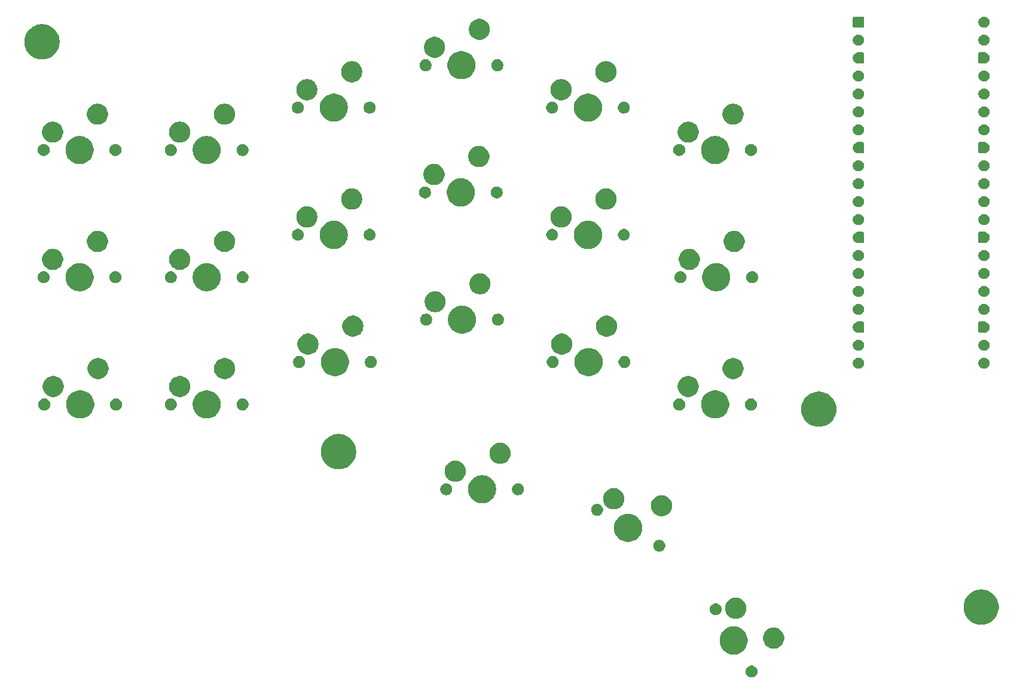
<source format=gts>
%TF.GenerationSoftware,KiCad,Pcbnew,9.0.4*%
%TF.CreationDate,2025-11-01T07:51:32+01:00*%
%TF.ProjectId,kbv3-left,6b627633-2d6c-4656-9674-2e6b69636164,rev?*%
%TF.SameCoordinates,Original*%
%TF.FileFunction,Soldermask,Top*%
%TF.FilePolarity,Negative*%
%FSLAX46Y46*%
G04 Gerber Fmt 4.6, Leading zero omitted, Abs format (unit mm)*
G04 Created by KiCad (PCBNEW 9.0.4) date 2025-11-01 07:51:32*
%MOMM*%
%LPD*%
G01*
G04 APERTURE LIST*
G04 APERTURE END LIST*
G36*
X181727003Y-144304557D02*
G01*
X181881111Y-144368391D01*
X182019805Y-144461063D01*
X182137755Y-144579013D01*
X182230427Y-144717707D01*
X182294261Y-144871815D01*
X182326803Y-145035415D01*
X182326803Y-145202221D01*
X182294261Y-145365821D01*
X182230427Y-145519929D01*
X182137755Y-145658623D01*
X182019805Y-145776573D01*
X181881111Y-145869245D01*
X181727003Y-145933079D01*
X181563403Y-145965621D01*
X181396597Y-145965621D01*
X181232997Y-145933079D01*
X181078889Y-145869245D01*
X180940195Y-145776573D01*
X180822245Y-145658623D01*
X180729573Y-145519929D01*
X180665739Y-145365821D01*
X180633197Y-145202221D01*
X180633197Y-145035415D01*
X180665739Y-144871815D01*
X180729573Y-144717707D01*
X180822245Y-144579013D01*
X180940195Y-144461063D01*
X181078889Y-144368391D01*
X181232997Y-144304557D01*
X181396597Y-144272015D01*
X181563403Y-144272015D01*
X181727003Y-144304557D01*
G37*
G36*
X179328991Y-138763821D02*
G01*
X179580918Y-138831325D01*
X179821879Y-138931134D01*
X180047751Y-139061542D01*
X180254670Y-139220316D01*
X180439093Y-139404739D01*
X180597867Y-139611658D01*
X180728275Y-139837530D01*
X180828084Y-140078491D01*
X180895588Y-140330418D01*
X180929631Y-140589002D01*
X180929631Y-140849816D01*
X180895588Y-141108400D01*
X180828084Y-141360327D01*
X180728275Y-141601288D01*
X180597867Y-141827160D01*
X180439093Y-142034079D01*
X180254670Y-142218502D01*
X180047751Y-142377276D01*
X179821879Y-142507684D01*
X179580918Y-142607493D01*
X179328991Y-142674997D01*
X179070407Y-142709040D01*
X178809593Y-142709040D01*
X178551009Y-142674997D01*
X178299082Y-142607493D01*
X178058121Y-142507684D01*
X177832249Y-142377276D01*
X177625330Y-142218502D01*
X177440907Y-142034079D01*
X177282133Y-141827160D01*
X177151725Y-141601288D01*
X177051916Y-141360327D01*
X176984412Y-141108400D01*
X176950369Y-140849816D01*
X176950369Y-140589002D01*
X176984412Y-140330418D01*
X177051916Y-140078491D01*
X177151725Y-139837530D01*
X177282133Y-139611658D01*
X177440907Y-139404739D01*
X177625330Y-139220316D01*
X177832249Y-139061542D01*
X178058121Y-138931134D01*
X178299082Y-138831325D01*
X178551009Y-138763821D01*
X178809593Y-138729778D01*
X179070407Y-138729778D01*
X179328991Y-138763821D01*
G37*
G36*
X184959577Y-138920559D02*
G01*
X185183434Y-138993295D01*
X185393157Y-139100154D01*
X185583581Y-139238505D01*
X185750018Y-139404942D01*
X185888369Y-139595366D01*
X185995228Y-139805089D01*
X186067964Y-140028946D01*
X186104785Y-140261425D01*
X186104785Y-140496803D01*
X186067964Y-140729282D01*
X185995228Y-140953139D01*
X185888369Y-141162862D01*
X185750018Y-141353286D01*
X185583581Y-141519723D01*
X185393157Y-141658074D01*
X185183434Y-141764933D01*
X184959577Y-141837669D01*
X184727098Y-141874490D01*
X184491720Y-141874490D01*
X184259241Y-141837669D01*
X184035384Y-141764933D01*
X183825661Y-141658074D01*
X183635237Y-141519723D01*
X183468800Y-141353286D01*
X183330449Y-141162862D01*
X183223590Y-140953139D01*
X183150854Y-140729282D01*
X183114033Y-140496803D01*
X183114033Y-140261425D01*
X183150854Y-140028946D01*
X183223590Y-139805089D01*
X183330449Y-139595366D01*
X183468800Y-139404942D01*
X183635237Y-139238505D01*
X183825661Y-139100154D01*
X184035384Y-138993295D01*
X184259241Y-138920559D01*
X184491720Y-138883738D01*
X184727098Y-138883738D01*
X184959577Y-138920559D01*
G37*
G36*
X214418766Y-133535322D02*
G01*
X214692089Y-133597707D01*
X214956709Y-133690301D01*
X215209297Y-133811941D01*
X215446678Y-133961098D01*
X215665866Y-134135895D01*
X215864105Y-134334134D01*
X216038902Y-134553322D01*
X216188059Y-134790703D01*
X216309699Y-135043291D01*
X216402293Y-135307911D01*
X216464678Y-135581234D01*
X216496067Y-135859824D01*
X216496067Y-136140176D01*
X216464678Y-136418766D01*
X216402293Y-136692089D01*
X216309699Y-136956709D01*
X216188059Y-137209297D01*
X216038902Y-137446678D01*
X215864105Y-137665866D01*
X215665866Y-137864105D01*
X215446678Y-138038902D01*
X215209297Y-138188059D01*
X214956709Y-138309699D01*
X214692089Y-138402293D01*
X214418766Y-138464678D01*
X214140176Y-138496067D01*
X213859824Y-138496067D01*
X213581234Y-138464678D01*
X213307911Y-138402293D01*
X213043291Y-138309699D01*
X212790703Y-138188059D01*
X212553322Y-138038902D01*
X212334134Y-137864105D01*
X212135895Y-137665866D01*
X211961098Y-137446678D01*
X211811941Y-137209297D01*
X211690301Y-136956709D01*
X211597707Y-136692089D01*
X211535322Y-136418766D01*
X211503933Y-136140176D01*
X211503933Y-135859824D01*
X211535322Y-135581234D01*
X211597707Y-135307911D01*
X211690301Y-135043291D01*
X211811941Y-134790703D01*
X211961098Y-134553322D01*
X212135895Y-134334134D01*
X212334134Y-134135895D01*
X212553322Y-133961098D01*
X212790703Y-133811941D01*
X213043291Y-133690301D01*
X213307911Y-133597707D01*
X213581234Y-133535322D01*
X213859824Y-133503933D01*
X214140176Y-133503933D01*
X214418766Y-133535322D01*
G37*
G36*
X179584873Y-134691297D02*
G01*
X179808730Y-134764033D01*
X180018453Y-134870892D01*
X180208877Y-135009243D01*
X180375314Y-135175680D01*
X180513665Y-135366104D01*
X180620524Y-135575827D01*
X180693260Y-135799684D01*
X180730081Y-136032163D01*
X180730081Y-136267541D01*
X180693260Y-136500020D01*
X180620524Y-136723877D01*
X180513665Y-136933600D01*
X180375314Y-137124024D01*
X180208877Y-137290461D01*
X180018453Y-137428812D01*
X179808730Y-137535671D01*
X179584873Y-137608407D01*
X179352394Y-137645228D01*
X179117016Y-137645228D01*
X178884537Y-137608407D01*
X178660680Y-137535671D01*
X178450957Y-137428812D01*
X178260533Y-137290461D01*
X178094096Y-137124024D01*
X177955745Y-136933600D01*
X177848886Y-136723877D01*
X177776150Y-136500020D01*
X177739329Y-136267541D01*
X177739329Y-136032163D01*
X177776150Y-135799684D01*
X177848886Y-135575827D01*
X177955745Y-135366104D01*
X178094096Y-135175680D01*
X178260533Y-135009243D01*
X178450957Y-134870892D01*
X178660680Y-134764033D01*
X178884537Y-134691297D01*
X179117016Y-134654476D01*
X179352394Y-134654476D01*
X179584873Y-134691297D01*
G37*
G36*
X176647003Y-135505739D02*
G01*
X176801111Y-135569573D01*
X176939805Y-135662245D01*
X177057755Y-135780195D01*
X177150427Y-135918889D01*
X177214261Y-136072997D01*
X177246803Y-136236597D01*
X177246803Y-136403403D01*
X177214261Y-136567003D01*
X177150427Y-136721111D01*
X177057755Y-136859805D01*
X176939805Y-136977755D01*
X176801111Y-137070427D01*
X176647003Y-137134261D01*
X176483403Y-137166803D01*
X176316597Y-137166803D01*
X176152997Y-137134261D01*
X175998889Y-137070427D01*
X175860195Y-136977755D01*
X175742245Y-136859805D01*
X175649573Y-136721111D01*
X175585739Y-136567003D01*
X175553197Y-136403403D01*
X175553197Y-136236597D01*
X175585739Y-136072997D01*
X175649573Y-135918889D01*
X175742245Y-135780195D01*
X175860195Y-135662245D01*
X175998889Y-135569573D01*
X176152997Y-135505739D01*
X176316597Y-135473197D01*
X176483403Y-135473197D01*
X176647003Y-135505739D01*
G37*
G36*
X168647003Y-126505739D02*
G01*
X168801111Y-126569573D01*
X168939805Y-126662245D01*
X169057755Y-126780195D01*
X169150427Y-126918889D01*
X169214261Y-127072997D01*
X169246803Y-127236597D01*
X169246803Y-127403403D01*
X169214261Y-127567003D01*
X169150427Y-127721111D01*
X169057755Y-127859805D01*
X168939805Y-127977755D01*
X168801111Y-128070427D01*
X168647003Y-128134261D01*
X168483403Y-128166803D01*
X168316597Y-128166803D01*
X168152997Y-128134261D01*
X167998889Y-128070427D01*
X167860195Y-127977755D01*
X167742245Y-127859805D01*
X167649573Y-127721111D01*
X167585739Y-127567003D01*
X167553197Y-127403403D01*
X167553197Y-127236597D01*
X167585739Y-127072997D01*
X167649573Y-126918889D01*
X167742245Y-126780195D01*
X167860195Y-126662245D01*
X167998889Y-126569573D01*
X168152997Y-126505739D01*
X168316597Y-126473197D01*
X168483403Y-126473197D01*
X168647003Y-126505739D01*
G37*
G36*
X164389582Y-122824412D02*
G01*
X164641509Y-122891916D01*
X164882470Y-122991725D01*
X165108342Y-123122133D01*
X165315261Y-123280907D01*
X165499684Y-123465330D01*
X165658458Y-123672249D01*
X165788866Y-123898121D01*
X165888675Y-124139082D01*
X165956179Y-124391009D01*
X165990222Y-124649593D01*
X165990222Y-124910407D01*
X165956179Y-125168991D01*
X165888675Y-125420918D01*
X165788866Y-125661879D01*
X165658458Y-125887751D01*
X165499684Y-126094670D01*
X165315261Y-126279093D01*
X165108342Y-126437867D01*
X164882470Y-126568275D01*
X164641509Y-126668084D01*
X164389582Y-126735588D01*
X164130998Y-126769631D01*
X163870184Y-126769631D01*
X163611600Y-126735588D01*
X163359673Y-126668084D01*
X163118712Y-126568275D01*
X162892840Y-126437867D01*
X162685921Y-126279093D01*
X162501498Y-126094670D01*
X162342724Y-125887751D01*
X162212316Y-125661879D01*
X162112507Y-125420918D01*
X162045003Y-125168991D01*
X162010960Y-124910407D01*
X162010960Y-124649593D01*
X162045003Y-124391009D01*
X162112507Y-124139082D01*
X162212316Y-123898121D01*
X162342724Y-123672249D01*
X162501498Y-123465330D01*
X162685921Y-123280907D01*
X162892840Y-123122133D01*
X163118712Y-122991725D01*
X163359673Y-122891916D01*
X163611600Y-122824412D01*
X163870184Y-122790369D01*
X164130998Y-122790369D01*
X164389582Y-122824412D01*
G37*
G36*
X169090464Y-120192036D02*
G01*
X169314321Y-120264772D01*
X169524044Y-120371631D01*
X169714468Y-120509982D01*
X169880905Y-120676419D01*
X170019256Y-120866843D01*
X170126115Y-121076566D01*
X170198851Y-121300423D01*
X170235672Y-121532902D01*
X170235672Y-121768280D01*
X170198851Y-122000759D01*
X170126115Y-122224616D01*
X170019256Y-122434339D01*
X169880905Y-122624763D01*
X169714468Y-122791200D01*
X169524044Y-122929551D01*
X169314321Y-123036410D01*
X169090464Y-123109146D01*
X168857985Y-123145967D01*
X168622607Y-123145967D01*
X168390128Y-123109146D01*
X168166271Y-123036410D01*
X167956548Y-122929551D01*
X167766124Y-122791200D01*
X167599687Y-122624763D01*
X167461336Y-122434339D01*
X167354477Y-122224616D01*
X167281741Y-122000759D01*
X167244920Y-121768280D01*
X167244920Y-121532902D01*
X167281741Y-121300423D01*
X167354477Y-121076566D01*
X167461336Y-120866843D01*
X167599687Y-120676419D01*
X167766124Y-120509982D01*
X167956548Y-120371631D01*
X168166271Y-120264772D01*
X168390128Y-120192036D01*
X168622607Y-120155215D01*
X168857985Y-120155215D01*
X169090464Y-120192036D01*
G37*
G36*
X159848185Y-121425739D02*
G01*
X160002293Y-121489573D01*
X160140987Y-121582245D01*
X160258937Y-121700195D01*
X160351609Y-121838889D01*
X160415443Y-121992997D01*
X160447985Y-122156597D01*
X160447985Y-122323403D01*
X160415443Y-122487003D01*
X160351609Y-122641111D01*
X160258937Y-122779805D01*
X160140987Y-122897755D01*
X160002293Y-122990427D01*
X159848185Y-123054261D01*
X159684585Y-123086803D01*
X159517779Y-123086803D01*
X159354179Y-123054261D01*
X159200071Y-122990427D01*
X159061377Y-122897755D01*
X158943427Y-122779805D01*
X158850755Y-122641111D01*
X158786921Y-122487003D01*
X158754379Y-122323403D01*
X158754379Y-122156597D01*
X158786921Y-121992997D01*
X158850755Y-121838889D01*
X158943427Y-121700195D01*
X159061377Y-121582245D01*
X159200071Y-121489573D01*
X159354179Y-121425739D01*
X159517779Y-121393197D01*
X159684585Y-121393197D01*
X159848185Y-121425739D01*
G37*
G36*
X162321202Y-119216740D02*
G01*
X162545059Y-119289476D01*
X162754782Y-119396335D01*
X162945206Y-119534686D01*
X163111643Y-119701123D01*
X163249994Y-119891547D01*
X163356853Y-120101270D01*
X163429589Y-120325127D01*
X163466410Y-120557606D01*
X163466410Y-120792984D01*
X163429589Y-121025463D01*
X163356853Y-121249320D01*
X163249994Y-121459043D01*
X163111643Y-121649467D01*
X162945206Y-121815904D01*
X162754782Y-121954255D01*
X162545059Y-122061114D01*
X162321202Y-122133850D01*
X162088723Y-122170671D01*
X161853345Y-122170671D01*
X161620866Y-122133850D01*
X161397009Y-122061114D01*
X161187286Y-121954255D01*
X160996862Y-121815904D01*
X160830425Y-121649467D01*
X160692074Y-121459043D01*
X160585215Y-121249320D01*
X160512479Y-121025463D01*
X160475658Y-120792984D01*
X160475658Y-120557606D01*
X160512479Y-120325127D01*
X160585215Y-120101270D01*
X160692074Y-119891547D01*
X160830425Y-119701123D01*
X160996862Y-119534686D01*
X161187286Y-119396335D01*
X161397009Y-119289476D01*
X161620866Y-119216740D01*
X161853345Y-119179919D01*
X162088723Y-119179919D01*
X162321202Y-119216740D01*
G37*
G36*
X143708991Y-117364412D02*
G01*
X143960918Y-117431916D01*
X144201879Y-117531725D01*
X144427751Y-117662133D01*
X144634670Y-117820907D01*
X144819093Y-118005330D01*
X144977867Y-118212249D01*
X145108275Y-118438121D01*
X145208084Y-118679082D01*
X145275588Y-118931009D01*
X145309631Y-119189593D01*
X145309631Y-119450407D01*
X145275588Y-119708991D01*
X145208084Y-119960918D01*
X145108275Y-120201879D01*
X144977867Y-120427751D01*
X144819093Y-120634670D01*
X144634670Y-120819093D01*
X144427751Y-120977867D01*
X144201879Y-121108275D01*
X143960918Y-121208084D01*
X143708991Y-121275588D01*
X143450407Y-121309631D01*
X143189593Y-121309631D01*
X142931009Y-121275588D01*
X142679082Y-121208084D01*
X142438121Y-121108275D01*
X142212249Y-120977867D01*
X142005330Y-120819093D01*
X141820907Y-120634670D01*
X141662133Y-120427751D01*
X141531725Y-120201879D01*
X141431916Y-119960918D01*
X141364412Y-119708991D01*
X141330369Y-119450407D01*
X141330369Y-119189593D01*
X141364412Y-118931009D01*
X141431916Y-118679082D01*
X141531725Y-118438121D01*
X141662133Y-118212249D01*
X141820907Y-118005330D01*
X142005330Y-117820907D01*
X142212249Y-117662133D01*
X142438121Y-117531725D01*
X142679082Y-117431916D01*
X142931009Y-117364412D01*
X143189593Y-117330369D01*
X143450407Y-117330369D01*
X143708991Y-117364412D01*
G37*
G36*
X138487003Y-118505739D02*
G01*
X138641111Y-118569573D01*
X138779805Y-118662245D01*
X138897755Y-118780195D01*
X138990427Y-118918889D01*
X139054261Y-119072997D01*
X139086803Y-119236597D01*
X139086803Y-119403403D01*
X139054261Y-119567003D01*
X138990427Y-119721111D01*
X138897755Y-119859805D01*
X138779805Y-119977755D01*
X138641111Y-120070427D01*
X138487003Y-120134261D01*
X138323403Y-120166803D01*
X138156597Y-120166803D01*
X137992997Y-120134261D01*
X137838889Y-120070427D01*
X137700195Y-119977755D01*
X137582245Y-119859805D01*
X137489573Y-119721111D01*
X137425739Y-119567003D01*
X137393197Y-119403403D01*
X137393197Y-119236597D01*
X137425739Y-119072997D01*
X137489573Y-118918889D01*
X137582245Y-118780195D01*
X137700195Y-118662245D01*
X137838889Y-118569573D01*
X137992997Y-118505739D01*
X138156597Y-118473197D01*
X138323403Y-118473197D01*
X138487003Y-118505739D01*
G37*
G36*
X148647003Y-118505739D02*
G01*
X148801111Y-118569573D01*
X148939805Y-118662245D01*
X149057755Y-118780195D01*
X149150427Y-118918889D01*
X149214261Y-119072997D01*
X149246803Y-119236597D01*
X149246803Y-119403403D01*
X149214261Y-119567003D01*
X149150427Y-119721111D01*
X149057755Y-119859805D01*
X148939805Y-119977755D01*
X148801111Y-120070427D01*
X148647003Y-120134261D01*
X148483403Y-120166803D01*
X148316597Y-120166803D01*
X148152997Y-120134261D01*
X147998889Y-120070427D01*
X147860195Y-119977755D01*
X147742245Y-119859805D01*
X147649573Y-119721111D01*
X147585739Y-119567003D01*
X147553197Y-119403403D01*
X147553197Y-119236597D01*
X147585739Y-119072997D01*
X147649573Y-118918889D01*
X147742245Y-118780195D01*
X147860195Y-118662245D01*
X147998889Y-118569573D01*
X148152997Y-118505739D01*
X148316597Y-118473197D01*
X148483403Y-118473197D01*
X148647003Y-118505739D01*
G37*
G36*
X139860168Y-115321445D02*
G01*
X140084025Y-115394181D01*
X140293748Y-115501040D01*
X140484172Y-115639391D01*
X140650609Y-115805828D01*
X140788960Y-115996252D01*
X140895819Y-116205975D01*
X140968555Y-116429832D01*
X141005376Y-116662311D01*
X141005376Y-116897689D01*
X140968555Y-117130168D01*
X140895819Y-117354025D01*
X140788960Y-117563748D01*
X140650609Y-117754172D01*
X140484172Y-117920609D01*
X140293748Y-118058960D01*
X140084025Y-118165819D01*
X139860168Y-118238555D01*
X139627689Y-118275376D01*
X139392311Y-118275376D01*
X139159832Y-118238555D01*
X138935975Y-118165819D01*
X138726252Y-118058960D01*
X138535828Y-117920609D01*
X138369391Y-117754172D01*
X138231040Y-117563748D01*
X138124181Y-117354025D01*
X138051445Y-117130168D01*
X138014624Y-116897689D01*
X138014624Y-116662311D01*
X138051445Y-116429832D01*
X138124181Y-116205975D01*
X138231040Y-115996252D01*
X138369391Y-115805828D01*
X138535828Y-115639391D01*
X138726252Y-115501040D01*
X138935975Y-115394181D01*
X139159832Y-115321445D01*
X139392311Y-115284624D01*
X139627689Y-115284624D01*
X139860168Y-115321445D01*
G37*
G36*
X123418766Y-111535322D02*
G01*
X123692089Y-111597707D01*
X123956709Y-111690301D01*
X124209297Y-111811941D01*
X124446678Y-111961098D01*
X124665866Y-112135895D01*
X124864105Y-112334134D01*
X125038902Y-112553322D01*
X125188059Y-112790703D01*
X125309699Y-113043291D01*
X125402293Y-113307911D01*
X125464678Y-113581234D01*
X125496067Y-113859824D01*
X125496067Y-114140176D01*
X125464678Y-114418766D01*
X125402293Y-114692089D01*
X125309699Y-114956709D01*
X125188059Y-115209297D01*
X125038902Y-115446678D01*
X124864105Y-115665866D01*
X124665866Y-115864105D01*
X124446678Y-116038902D01*
X124209297Y-116188059D01*
X123956709Y-116309699D01*
X123692089Y-116402293D01*
X123418766Y-116464678D01*
X123140176Y-116496067D01*
X122859824Y-116496067D01*
X122581234Y-116464678D01*
X122307911Y-116402293D01*
X122043291Y-116309699D01*
X121790703Y-116188059D01*
X121553322Y-116038902D01*
X121334134Y-115864105D01*
X121135895Y-115665866D01*
X120961098Y-115446678D01*
X120811941Y-115209297D01*
X120690301Y-114956709D01*
X120597707Y-114692089D01*
X120535322Y-114418766D01*
X120503933Y-114140176D01*
X120503933Y-113859824D01*
X120535322Y-113581234D01*
X120597707Y-113307911D01*
X120690301Y-113043291D01*
X120811941Y-112790703D01*
X120961098Y-112553322D01*
X121135895Y-112334134D01*
X121334134Y-112135895D01*
X121553322Y-111961098D01*
X121790703Y-111811941D01*
X122043291Y-111690301D01*
X122307911Y-111597707D01*
X122581234Y-111535322D01*
X122859824Y-111503933D01*
X123140176Y-111503933D01*
X123418766Y-111535322D01*
G37*
G36*
X146210168Y-112781445D02*
G01*
X146434025Y-112854181D01*
X146643748Y-112961040D01*
X146834172Y-113099391D01*
X147000609Y-113265828D01*
X147138960Y-113456252D01*
X147245819Y-113665975D01*
X147318555Y-113889832D01*
X147355376Y-114122311D01*
X147355376Y-114357689D01*
X147318555Y-114590168D01*
X147245819Y-114814025D01*
X147138960Y-115023748D01*
X147000609Y-115214172D01*
X146834172Y-115380609D01*
X146643748Y-115518960D01*
X146434025Y-115625819D01*
X146210168Y-115698555D01*
X145977689Y-115735376D01*
X145742311Y-115735376D01*
X145509832Y-115698555D01*
X145285975Y-115625819D01*
X145076252Y-115518960D01*
X144885828Y-115380609D01*
X144719391Y-115214172D01*
X144581040Y-115023748D01*
X144474181Y-114814025D01*
X144401445Y-114590168D01*
X144364624Y-114357689D01*
X144364624Y-114122311D01*
X144401445Y-113889832D01*
X144474181Y-113665975D01*
X144581040Y-113456252D01*
X144719391Y-113265828D01*
X144885828Y-113099391D01*
X145076252Y-112961040D01*
X145285975Y-112854181D01*
X145509832Y-112781445D01*
X145742311Y-112744624D01*
X145977689Y-112744624D01*
X146210168Y-112781445D01*
G37*
G36*
X191418766Y-105535322D02*
G01*
X191692089Y-105597707D01*
X191956709Y-105690301D01*
X192209297Y-105811941D01*
X192446678Y-105961098D01*
X192665866Y-106135895D01*
X192864105Y-106334134D01*
X193038902Y-106553322D01*
X193188059Y-106790703D01*
X193309699Y-107043291D01*
X193402293Y-107307911D01*
X193464678Y-107581234D01*
X193496067Y-107859824D01*
X193496067Y-108140176D01*
X193464678Y-108418766D01*
X193402293Y-108692089D01*
X193309699Y-108956709D01*
X193188059Y-109209297D01*
X193038902Y-109446678D01*
X192864105Y-109665866D01*
X192665866Y-109864105D01*
X192446678Y-110038902D01*
X192209297Y-110188059D01*
X191956709Y-110309699D01*
X191692089Y-110402293D01*
X191418766Y-110464678D01*
X191140176Y-110496067D01*
X190859824Y-110496067D01*
X190581234Y-110464678D01*
X190307911Y-110402293D01*
X190043291Y-110309699D01*
X189790703Y-110188059D01*
X189553322Y-110038902D01*
X189334134Y-109864105D01*
X189135895Y-109665866D01*
X188961098Y-109446678D01*
X188811941Y-109209297D01*
X188690301Y-108956709D01*
X188597707Y-108692089D01*
X188535322Y-108418766D01*
X188503933Y-108140176D01*
X188503933Y-107859824D01*
X188535322Y-107581234D01*
X188597707Y-107307911D01*
X188690301Y-107043291D01*
X188811941Y-106790703D01*
X188961098Y-106553322D01*
X189135895Y-106334134D01*
X189334134Y-106135895D01*
X189553322Y-105961098D01*
X189790703Y-105811941D01*
X190043291Y-105690301D01*
X190307911Y-105597707D01*
X190581234Y-105535322D01*
X190859824Y-105503933D01*
X191140176Y-105503933D01*
X191418766Y-105535322D01*
G37*
G36*
X86788991Y-105364412D02*
G01*
X87040918Y-105431916D01*
X87281879Y-105531725D01*
X87507751Y-105662133D01*
X87714670Y-105820907D01*
X87899093Y-106005330D01*
X88057867Y-106212249D01*
X88188275Y-106438121D01*
X88288084Y-106679082D01*
X88355588Y-106931009D01*
X88389631Y-107189593D01*
X88389631Y-107450407D01*
X88355588Y-107708991D01*
X88288084Y-107960918D01*
X88188275Y-108201879D01*
X88057867Y-108427751D01*
X87899093Y-108634670D01*
X87714670Y-108819093D01*
X87507751Y-108977867D01*
X87281879Y-109108275D01*
X87040918Y-109208084D01*
X86788991Y-109275588D01*
X86530407Y-109309631D01*
X86269593Y-109309631D01*
X86011009Y-109275588D01*
X85759082Y-109208084D01*
X85518121Y-109108275D01*
X85292249Y-108977867D01*
X85085330Y-108819093D01*
X84900907Y-108634670D01*
X84742133Y-108427751D01*
X84611725Y-108201879D01*
X84511916Y-107960918D01*
X84444412Y-107708991D01*
X84410369Y-107450407D01*
X84410369Y-107189593D01*
X84444412Y-106931009D01*
X84511916Y-106679082D01*
X84611725Y-106438121D01*
X84742133Y-106212249D01*
X84900907Y-106005330D01*
X85085330Y-105820907D01*
X85292249Y-105662133D01*
X85518121Y-105531725D01*
X85759082Y-105431916D01*
X86011009Y-105364412D01*
X86269593Y-105330369D01*
X86530407Y-105330369D01*
X86788991Y-105364412D01*
G37*
G36*
X104708991Y-105364412D02*
G01*
X104960918Y-105431916D01*
X105201879Y-105531725D01*
X105427751Y-105662133D01*
X105634670Y-105820907D01*
X105819093Y-106005330D01*
X105977867Y-106212249D01*
X106108275Y-106438121D01*
X106208084Y-106679082D01*
X106275588Y-106931009D01*
X106309631Y-107189593D01*
X106309631Y-107450407D01*
X106275588Y-107708991D01*
X106208084Y-107960918D01*
X106108275Y-108201879D01*
X105977867Y-108427751D01*
X105819093Y-108634670D01*
X105634670Y-108819093D01*
X105427751Y-108977867D01*
X105201879Y-109108275D01*
X104960918Y-109208084D01*
X104708991Y-109275588D01*
X104450407Y-109309631D01*
X104189593Y-109309631D01*
X103931009Y-109275588D01*
X103679082Y-109208084D01*
X103438121Y-109108275D01*
X103212249Y-108977867D01*
X103005330Y-108819093D01*
X102820907Y-108634670D01*
X102662133Y-108427751D01*
X102531725Y-108201879D01*
X102431916Y-107960918D01*
X102364412Y-107708991D01*
X102330369Y-107450407D01*
X102330369Y-107189593D01*
X102364412Y-106931009D01*
X102431916Y-106679082D01*
X102531725Y-106438121D01*
X102662133Y-106212249D01*
X102820907Y-106005330D01*
X103005330Y-105820907D01*
X103212249Y-105662133D01*
X103438121Y-105531725D01*
X103679082Y-105431916D01*
X103931009Y-105364412D01*
X104189593Y-105330369D01*
X104450407Y-105330369D01*
X104708991Y-105364412D01*
G37*
G36*
X176708991Y-105364412D02*
G01*
X176960918Y-105431916D01*
X177201879Y-105531725D01*
X177427751Y-105662133D01*
X177634670Y-105820907D01*
X177819093Y-106005330D01*
X177977867Y-106212249D01*
X178108275Y-106438121D01*
X178208084Y-106679082D01*
X178275588Y-106931009D01*
X178309631Y-107189593D01*
X178309631Y-107450407D01*
X178275588Y-107708991D01*
X178208084Y-107960918D01*
X178108275Y-108201879D01*
X177977867Y-108427751D01*
X177819093Y-108634670D01*
X177634670Y-108819093D01*
X177427751Y-108977867D01*
X177201879Y-109108275D01*
X176960918Y-109208084D01*
X176708991Y-109275588D01*
X176450407Y-109309631D01*
X176189593Y-109309631D01*
X175931009Y-109275588D01*
X175679082Y-109208084D01*
X175438121Y-109108275D01*
X175212249Y-108977867D01*
X175005330Y-108819093D01*
X174820907Y-108634670D01*
X174662133Y-108427751D01*
X174531725Y-108201879D01*
X174431916Y-107960918D01*
X174364412Y-107708991D01*
X174330369Y-107450407D01*
X174330369Y-107189593D01*
X174364412Y-106931009D01*
X174431916Y-106679082D01*
X174531725Y-106438121D01*
X174662133Y-106212249D01*
X174820907Y-106005330D01*
X175005330Y-105820907D01*
X175212249Y-105662133D01*
X175438121Y-105531725D01*
X175679082Y-105431916D01*
X175931009Y-105364412D01*
X176189593Y-105330369D01*
X176450407Y-105330369D01*
X176708991Y-105364412D01*
G37*
G36*
X81567003Y-106505739D02*
G01*
X81721111Y-106569573D01*
X81859805Y-106662245D01*
X81977755Y-106780195D01*
X82070427Y-106918889D01*
X82134261Y-107072997D01*
X82166803Y-107236597D01*
X82166803Y-107403403D01*
X82134261Y-107567003D01*
X82070427Y-107721111D01*
X81977755Y-107859805D01*
X81859805Y-107977755D01*
X81721111Y-108070427D01*
X81567003Y-108134261D01*
X81403403Y-108166803D01*
X81236597Y-108166803D01*
X81072997Y-108134261D01*
X80918889Y-108070427D01*
X80780195Y-107977755D01*
X80662245Y-107859805D01*
X80569573Y-107721111D01*
X80505739Y-107567003D01*
X80473197Y-107403403D01*
X80473197Y-107236597D01*
X80505739Y-107072997D01*
X80569573Y-106918889D01*
X80662245Y-106780195D01*
X80780195Y-106662245D01*
X80918889Y-106569573D01*
X81072997Y-106505739D01*
X81236597Y-106473197D01*
X81403403Y-106473197D01*
X81567003Y-106505739D01*
G37*
G36*
X91727003Y-106505739D02*
G01*
X91881111Y-106569573D01*
X92019805Y-106662245D01*
X92137755Y-106780195D01*
X92230427Y-106918889D01*
X92294261Y-107072997D01*
X92326803Y-107236597D01*
X92326803Y-107403403D01*
X92294261Y-107567003D01*
X92230427Y-107721111D01*
X92137755Y-107859805D01*
X92019805Y-107977755D01*
X91881111Y-108070427D01*
X91727003Y-108134261D01*
X91563403Y-108166803D01*
X91396597Y-108166803D01*
X91232997Y-108134261D01*
X91078889Y-108070427D01*
X90940195Y-107977755D01*
X90822245Y-107859805D01*
X90729573Y-107721111D01*
X90665739Y-107567003D01*
X90633197Y-107403403D01*
X90633197Y-107236597D01*
X90665739Y-107072997D01*
X90729573Y-106918889D01*
X90822245Y-106780195D01*
X90940195Y-106662245D01*
X91078889Y-106569573D01*
X91232997Y-106505739D01*
X91396597Y-106473197D01*
X91563403Y-106473197D01*
X91727003Y-106505739D01*
G37*
G36*
X99487003Y-106505739D02*
G01*
X99641111Y-106569573D01*
X99779805Y-106662245D01*
X99897755Y-106780195D01*
X99990427Y-106918889D01*
X100054261Y-107072997D01*
X100086803Y-107236597D01*
X100086803Y-107403403D01*
X100054261Y-107567003D01*
X99990427Y-107721111D01*
X99897755Y-107859805D01*
X99779805Y-107977755D01*
X99641111Y-108070427D01*
X99487003Y-108134261D01*
X99323403Y-108166803D01*
X99156597Y-108166803D01*
X98992997Y-108134261D01*
X98838889Y-108070427D01*
X98700195Y-107977755D01*
X98582245Y-107859805D01*
X98489573Y-107721111D01*
X98425739Y-107567003D01*
X98393197Y-107403403D01*
X98393197Y-107236597D01*
X98425739Y-107072997D01*
X98489573Y-106918889D01*
X98582245Y-106780195D01*
X98700195Y-106662245D01*
X98838889Y-106569573D01*
X98992997Y-106505739D01*
X99156597Y-106473197D01*
X99323403Y-106473197D01*
X99487003Y-106505739D01*
G37*
G36*
X109647003Y-106505739D02*
G01*
X109801111Y-106569573D01*
X109939805Y-106662245D01*
X110057755Y-106780195D01*
X110150427Y-106918889D01*
X110214261Y-107072997D01*
X110246803Y-107236597D01*
X110246803Y-107403403D01*
X110214261Y-107567003D01*
X110150427Y-107721111D01*
X110057755Y-107859805D01*
X109939805Y-107977755D01*
X109801111Y-108070427D01*
X109647003Y-108134261D01*
X109483403Y-108166803D01*
X109316597Y-108166803D01*
X109152997Y-108134261D01*
X108998889Y-108070427D01*
X108860195Y-107977755D01*
X108742245Y-107859805D01*
X108649573Y-107721111D01*
X108585739Y-107567003D01*
X108553197Y-107403403D01*
X108553197Y-107236597D01*
X108585739Y-107072997D01*
X108649573Y-106918889D01*
X108742245Y-106780195D01*
X108860195Y-106662245D01*
X108998889Y-106569573D01*
X109152997Y-106505739D01*
X109316597Y-106473197D01*
X109483403Y-106473197D01*
X109647003Y-106505739D01*
G37*
G36*
X171487003Y-106505739D02*
G01*
X171641111Y-106569573D01*
X171779805Y-106662245D01*
X171897755Y-106780195D01*
X171990427Y-106918889D01*
X172054261Y-107072997D01*
X172086803Y-107236597D01*
X172086803Y-107403403D01*
X172054261Y-107567003D01*
X171990427Y-107721111D01*
X171897755Y-107859805D01*
X171779805Y-107977755D01*
X171641111Y-108070427D01*
X171487003Y-108134261D01*
X171323403Y-108166803D01*
X171156597Y-108166803D01*
X170992997Y-108134261D01*
X170838889Y-108070427D01*
X170700195Y-107977755D01*
X170582245Y-107859805D01*
X170489573Y-107721111D01*
X170425739Y-107567003D01*
X170393197Y-107403403D01*
X170393197Y-107236597D01*
X170425739Y-107072997D01*
X170489573Y-106918889D01*
X170582245Y-106780195D01*
X170700195Y-106662245D01*
X170838889Y-106569573D01*
X170992997Y-106505739D01*
X171156597Y-106473197D01*
X171323403Y-106473197D01*
X171487003Y-106505739D01*
G37*
G36*
X181647003Y-106505739D02*
G01*
X181801111Y-106569573D01*
X181939805Y-106662245D01*
X182057755Y-106780195D01*
X182150427Y-106918889D01*
X182214261Y-107072997D01*
X182246803Y-107236597D01*
X182246803Y-107403403D01*
X182214261Y-107567003D01*
X182150427Y-107721111D01*
X182057755Y-107859805D01*
X181939805Y-107977755D01*
X181801111Y-108070427D01*
X181647003Y-108134261D01*
X181483403Y-108166803D01*
X181316597Y-108166803D01*
X181152997Y-108134261D01*
X180998889Y-108070427D01*
X180860195Y-107977755D01*
X180742245Y-107859805D01*
X180649573Y-107721111D01*
X180585739Y-107567003D01*
X180553197Y-107403403D01*
X180553197Y-107236597D01*
X180585739Y-107072997D01*
X180649573Y-106918889D01*
X180742245Y-106780195D01*
X180860195Y-106662245D01*
X180998889Y-106569573D01*
X181152997Y-106505739D01*
X181316597Y-106473197D01*
X181483403Y-106473197D01*
X181647003Y-106505739D01*
G37*
G36*
X82940168Y-103321445D02*
G01*
X83164025Y-103394181D01*
X83373748Y-103501040D01*
X83564172Y-103639391D01*
X83730609Y-103805828D01*
X83868960Y-103996252D01*
X83975819Y-104205975D01*
X84048555Y-104429832D01*
X84085376Y-104662311D01*
X84085376Y-104897689D01*
X84048555Y-105130168D01*
X83975819Y-105354025D01*
X83868960Y-105563748D01*
X83730609Y-105754172D01*
X83564172Y-105920609D01*
X83373748Y-106058960D01*
X83164025Y-106165819D01*
X82940168Y-106238555D01*
X82707689Y-106275376D01*
X82472311Y-106275376D01*
X82239832Y-106238555D01*
X82015975Y-106165819D01*
X81806252Y-106058960D01*
X81615828Y-105920609D01*
X81449391Y-105754172D01*
X81311040Y-105563748D01*
X81204181Y-105354025D01*
X81131445Y-105130168D01*
X81094624Y-104897689D01*
X81094624Y-104662311D01*
X81131445Y-104429832D01*
X81204181Y-104205975D01*
X81311040Y-103996252D01*
X81449391Y-103805828D01*
X81615828Y-103639391D01*
X81806252Y-103501040D01*
X82015975Y-103394181D01*
X82239832Y-103321445D01*
X82472311Y-103284624D01*
X82707689Y-103284624D01*
X82940168Y-103321445D01*
G37*
G36*
X100860168Y-103321445D02*
G01*
X101084025Y-103394181D01*
X101293748Y-103501040D01*
X101484172Y-103639391D01*
X101650609Y-103805828D01*
X101788960Y-103996252D01*
X101895819Y-104205975D01*
X101968555Y-104429832D01*
X102005376Y-104662311D01*
X102005376Y-104897689D01*
X101968555Y-105130168D01*
X101895819Y-105354025D01*
X101788960Y-105563748D01*
X101650609Y-105754172D01*
X101484172Y-105920609D01*
X101293748Y-106058960D01*
X101084025Y-106165819D01*
X100860168Y-106238555D01*
X100627689Y-106275376D01*
X100392311Y-106275376D01*
X100159832Y-106238555D01*
X99935975Y-106165819D01*
X99726252Y-106058960D01*
X99535828Y-105920609D01*
X99369391Y-105754172D01*
X99231040Y-105563748D01*
X99124181Y-105354025D01*
X99051445Y-105130168D01*
X99014624Y-104897689D01*
X99014624Y-104662311D01*
X99051445Y-104429832D01*
X99124181Y-104205975D01*
X99231040Y-103996252D01*
X99369391Y-103805828D01*
X99535828Y-103639391D01*
X99726252Y-103501040D01*
X99935975Y-103394181D01*
X100159832Y-103321445D01*
X100392311Y-103284624D01*
X100627689Y-103284624D01*
X100860168Y-103321445D01*
G37*
G36*
X172860168Y-103321445D02*
G01*
X173084025Y-103394181D01*
X173293748Y-103501040D01*
X173484172Y-103639391D01*
X173650609Y-103805828D01*
X173788960Y-103996252D01*
X173895819Y-104205975D01*
X173968555Y-104429832D01*
X174005376Y-104662311D01*
X174005376Y-104897689D01*
X173968555Y-105130168D01*
X173895819Y-105354025D01*
X173788960Y-105563748D01*
X173650609Y-105754172D01*
X173484172Y-105920609D01*
X173293748Y-106058960D01*
X173084025Y-106165819D01*
X172860168Y-106238555D01*
X172627689Y-106275376D01*
X172392311Y-106275376D01*
X172159832Y-106238555D01*
X171935975Y-106165819D01*
X171726252Y-106058960D01*
X171535828Y-105920609D01*
X171369391Y-105754172D01*
X171231040Y-105563748D01*
X171124181Y-105354025D01*
X171051445Y-105130168D01*
X171014624Y-104897689D01*
X171014624Y-104662311D01*
X171051445Y-104429832D01*
X171124181Y-104205975D01*
X171231040Y-103996252D01*
X171369391Y-103805828D01*
X171535828Y-103639391D01*
X171726252Y-103501040D01*
X171935975Y-103394181D01*
X172159832Y-103321445D01*
X172392311Y-103284624D01*
X172627689Y-103284624D01*
X172860168Y-103321445D01*
G37*
G36*
X89290168Y-100781445D02*
G01*
X89514025Y-100854181D01*
X89723748Y-100961040D01*
X89914172Y-101099391D01*
X90080609Y-101265828D01*
X90218960Y-101456252D01*
X90325819Y-101665975D01*
X90398555Y-101889832D01*
X90435376Y-102122311D01*
X90435376Y-102357689D01*
X90398555Y-102590168D01*
X90325819Y-102814025D01*
X90218960Y-103023748D01*
X90080609Y-103214172D01*
X89914172Y-103380609D01*
X89723748Y-103518960D01*
X89514025Y-103625819D01*
X89290168Y-103698555D01*
X89057689Y-103735376D01*
X88822311Y-103735376D01*
X88589832Y-103698555D01*
X88365975Y-103625819D01*
X88156252Y-103518960D01*
X87965828Y-103380609D01*
X87799391Y-103214172D01*
X87661040Y-103023748D01*
X87554181Y-102814025D01*
X87481445Y-102590168D01*
X87444624Y-102357689D01*
X87444624Y-102122311D01*
X87481445Y-101889832D01*
X87554181Y-101665975D01*
X87661040Y-101456252D01*
X87799391Y-101265828D01*
X87965828Y-101099391D01*
X88156252Y-100961040D01*
X88365975Y-100854181D01*
X88589832Y-100781445D01*
X88822311Y-100744624D01*
X89057689Y-100744624D01*
X89290168Y-100781445D01*
G37*
G36*
X107210168Y-100781445D02*
G01*
X107434025Y-100854181D01*
X107643748Y-100961040D01*
X107834172Y-101099391D01*
X108000609Y-101265828D01*
X108138960Y-101456252D01*
X108245819Y-101665975D01*
X108318555Y-101889832D01*
X108355376Y-102122311D01*
X108355376Y-102357689D01*
X108318555Y-102590168D01*
X108245819Y-102814025D01*
X108138960Y-103023748D01*
X108000609Y-103214172D01*
X107834172Y-103380609D01*
X107643748Y-103518960D01*
X107434025Y-103625819D01*
X107210168Y-103698555D01*
X106977689Y-103735376D01*
X106742311Y-103735376D01*
X106509832Y-103698555D01*
X106285975Y-103625819D01*
X106076252Y-103518960D01*
X105885828Y-103380609D01*
X105719391Y-103214172D01*
X105581040Y-103023748D01*
X105474181Y-102814025D01*
X105401445Y-102590168D01*
X105364624Y-102357689D01*
X105364624Y-102122311D01*
X105401445Y-101889832D01*
X105474181Y-101665975D01*
X105581040Y-101456252D01*
X105719391Y-101265828D01*
X105885828Y-101099391D01*
X106076252Y-100961040D01*
X106285975Y-100854181D01*
X106509832Y-100781445D01*
X106742311Y-100744624D01*
X106977689Y-100744624D01*
X107210168Y-100781445D01*
G37*
G36*
X179210168Y-100781445D02*
G01*
X179434025Y-100854181D01*
X179643748Y-100961040D01*
X179834172Y-101099391D01*
X180000609Y-101265828D01*
X180138960Y-101456252D01*
X180245819Y-101665975D01*
X180318555Y-101889832D01*
X180355376Y-102122311D01*
X180355376Y-102357689D01*
X180318555Y-102590168D01*
X180245819Y-102814025D01*
X180138960Y-103023748D01*
X180000609Y-103214172D01*
X179834172Y-103380609D01*
X179643748Y-103518960D01*
X179434025Y-103625819D01*
X179210168Y-103698555D01*
X178977689Y-103735376D01*
X178742311Y-103735376D01*
X178509832Y-103698555D01*
X178285975Y-103625819D01*
X178076252Y-103518960D01*
X177885828Y-103380609D01*
X177719391Y-103214172D01*
X177581040Y-103023748D01*
X177474181Y-102814025D01*
X177401445Y-102590168D01*
X177364624Y-102357689D01*
X177364624Y-102122311D01*
X177401445Y-101889832D01*
X177474181Y-101665975D01*
X177581040Y-101456252D01*
X177719391Y-101265828D01*
X177885828Y-101099391D01*
X178076252Y-100961040D01*
X178285975Y-100854181D01*
X178509832Y-100781445D01*
X178742311Y-100744624D01*
X178977689Y-100744624D01*
X179210168Y-100781445D01*
G37*
G36*
X122868991Y-99364412D02*
G01*
X123120918Y-99431916D01*
X123361879Y-99531725D01*
X123587751Y-99662133D01*
X123794670Y-99820907D01*
X123979093Y-100005330D01*
X124137867Y-100212249D01*
X124268275Y-100438121D01*
X124368084Y-100679082D01*
X124435588Y-100931009D01*
X124469631Y-101189593D01*
X124469631Y-101450407D01*
X124435588Y-101708991D01*
X124368084Y-101960918D01*
X124268275Y-102201879D01*
X124137867Y-102427751D01*
X123979093Y-102634670D01*
X123794670Y-102819093D01*
X123587751Y-102977867D01*
X123361879Y-103108275D01*
X123120918Y-103208084D01*
X122868991Y-103275588D01*
X122610407Y-103309631D01*
X122349593Y-103309631D01*
X122091009Y-103275588D01*
X121839082Y-103208084D01*
X121598121Y-103108275D01*
X121372249Y-102977867D01*
X121165330Y-102819093D01*
X120980907Y-102634670D01*
X120822133Y-102427751D01*
X120691725Y-102201879D01*
X120591916Y-101960918D01*
X120524412Y-101708991D01*
X120490369Y-101450407D01*
X120490369Y-101189593D01*
X120524412Y-100931009D01*
X120591916Y-100679082D01*
X120691725Y-100438121D01*
X120822133Y-100212249D01*
X120980907Y-100005330D01*
X121165330Y-99820907D01*
X121372249Y-99662133D01*
X121598121Y-99531725D01*
X121839082Y-99431916D01*
X122091009Y-99364412D01*
X122349593Y-99330369D01*
X122610407Y-99330369D01*
X122868991Y-99364412D01*
G37*
G36*
X158788991Y-99364412D02*
G01*
X159040918Y-99431916D01*
X159281879Y-99531725D01*
X159507751Y-99662133D01*
X159714670Y-99820907D01*
X159899093Y-100005330D01*
X160057867Y-100212249D01*
X160188275Y-100438121D01*
X160288084Y-100679082D01*
X160355588Y-100931009D01*
X160389631Y-101189593D01*
X160389631Y-101450407D01*
X160355588Y-101708991D01*
X160288084Y-101960918D01*
X160188275Y-102201879D01*
X160057867Y-102427751D01*
X159899093Y-102634670D01*
X159714670Y-102819093D01*
X159507751Y-102977867D01*
X159281879Y-103108275D01*
X159040918Y-103208084D01*
X158788991Y-103275588D01*
X158530407Y-103309631D01*
X158269593Y-103309631D01*
X158011009Y-103275588D01*
X157759082Y-103208084D01*
X157518121Y-103108275D01*
X157292249Y-102977867D01*
X157085330Y-102819093D01*
X156900907Y-102634670D01*
X156742133Y-102427751D01*
X156611725Y-102201879D01*
X156511916Y-101960918D01*
X156444412Y-101708991D01*
X156410369Y-101450407D01*
X156410369Y-101189593D01*
X156444412Y-100931009D01*
X156511916Y-100679082D01*
X156611725Y-100438121D01*
X156742133Y-100212249D01*
X156900907Y-100005330D01*
X157085330Y-99820907D01*
X157292249Y-99662133D01*
X157518121Y-99531725D01*
X157759082Y-99431916D01*
X158011009Y-99364412D01*
X158269593Y-99330369D01*
X158530407Y-99330369D01*
X158788991Y-99364412D01*
G37*
G36*
X196852228Y-100714448D02*
G01*
X196997117Y-100774463D01*
X197127515Y-100861592D01*
X197238408Y-100972485D01*
X197325537Y-101102883D01*
X197385552Y-101247772D01*
X197416148Y-101401586D01*
X197416148Y-101558414D01*
X197385552Y-101712228D01*
X197325537Y-101857117D01*
X197238408Y-101987515D01*
X197127515Y-102098408D01*
X196997117Y-102185537D01*
X196852228Y-102245552D01*
X196698414Y-102276148D01*
X196541586Y-102276148D01*
X196387772Y-102245552D01*
X196242883Y-102185537D01*
X196112485Y-102098408D01*
X196001592Y-101987515D01*
X195914463Y-101857117D01*
X195854448Y-101712228D01*
X195823852Y-101558414D01*
X195823852Y-101401586D01*
X195854448Y-101247772D01*
X195914463Y-101102883D01*
X196001592Y-100972485D01*
X196112485Y-100861592D01*
X196242883Y-100774463D01*
X196387772Y-100714448D01*
X196541586Y-100683852D01*
X196698414Y-100683852D01*
X196852228Y-100714448D01*
G37*
G36*
X214632228Y-100714448D02*
G01*
X214777117Y-100774463D01*
X214907515Y-100861592D01*
X215018408Y-100972485D01*
X215105537Y-101102883D01*
X215165552Y-101247772D01*
X215196148Y-101401586D01*
X215196148Y-101558414D01*
X215165552Y-101712228D01*
X215105537Y-101857117D01*
X215018408Y-101987515D01*
X214907515Y-102098408D01*
X214777117Y-102185537D01*
X214632228Y-102245552D01*
X214478414Y-102276148D01*
X214321586Y-102276148D01*
X214167772Y-102245552D01*
X214022883Y-102185537D01*
X213892485Y-102098408D01*
X213781592Y-101987515D01*
X213694463Y-101857117D01*
X213634448Y-101712228D01*
X213603852Y-101558414D01*
X213603852Y-101401586D01*
X213634448Y-101247772D01*
X213694463Y-101102883D01*
X213781592Y-100972485D01*
X213892485Y-100861592D01*
X214022883Y-100774463D01*
X214167772Y-100714448D01*
X214321586Y-100683852D01*
X214478414Y-100683852D01*
X214632228Y-100714448D01*
G37*
G36*
X117647003Y-100505739D02*
G01*
X117801111Y-100569573D01*
X117939805Y-100662245D01*
X118057755Y-100780195D01*
X118150427Y-100918889D01*
X118214261Y-101072997D01*
X118246803Y-101236597D01*
X118246803Y-101403403D01*
X118214261Y-101567003D01*
X118150427Y-101721111D01*
X118057755Y-101859805D01*
X117939805Y-101977755D01*
X117801111Y-102070427D01*
X117647003Y-102134261D01*
X117483403Y-102166803D01*
X117316597Y-102166803D01*
X117152997Y-102134261D01*
X116998889Y-102070427D01*
X116860195Y-101977755D01*
X116742245Y-101859805D01*
X116649573Y-101721111D01*
X116585739Y-101567003D01*
X116553197Y-101403403D01*
X116553197Y-101236597D01*
X116585739Y-101072997D01*
X116649573Y-100918889D01*
X116742245Y-100780195D01*
X116860195Y-100662245D01*
X116998889Y-100569573D01*
X117152997Y-100505739D01*
X117316597Y-100473197D01*
X117483403Y-100473197D01*
X117647003Y-100505739D01*
G37*
G36*
X127807003Y-100505739D02*
G01*
X127961111Y-100569573D01*
X128099805Y-100662245D01*
X128217755Y-100780195D01*
X128310427Y-100918889D01*
X128374261Y-101072997D01*
X128406803Y-101236597D01*
X128406803Y-101403403D01*
X128374261Y-101567003D01*
X128310427Y-101721111D01*
X128217755Y-101859805D01*
X128099805Y-101977755D01*
X127961111Y-102070427D01*
X127807003Y-102134261D01*
X127643403Y-102166803D01*
X127476597Y-102166803D01*
X127312997Y-102134261D01*
X127158889Y-102070427D01*
X127020195Y-101977755D01*
X126902245Y-101859805D01*
X126809573Y-101721111D01*
X126745739Y-101567003D01*
X126713197Y-101403403D01*
X126713197Y-101236597D01*
X126745739Y-101072997D01*
X126809573Y-100918889D01*
X126902245Y-100780195D01*
X127020195Y-100662245D01*
X127158889Y-100569573D01*
X127312997Y-100505739D01*
X127476597Y-100473197D01*
X127643403Y-100473197D01*
X127807003Y-100505739D01*
G37*
G36*
X153567003Y-100505739D02*
G01*
X153721111Y-100569573D01*
X153859805Y-100662245D01*
X153977755Y-100780195D01*
X154070427Y-100918889D01*
X154134261Y-101072997D01*
X154166803Y-101236597D01*
X154166803Y-101403403D01*
X154134261Y-101567003D01*
X154070427Y-101721111D01*
X153977755Y-101859805D01*
X153859805Y-101977755D01*
X153721111Y-102070427D01*
X153567003Y-102134261D01*
X153403403Y-102166803D01*
X153236597Y-102166803D01*
X153072997Y-102134261D01*
X152918889Y-102070427D01*
X152780195Y-101977755D01*
X152662245Y-101859805D01*
X152569573Y-101721111D01*
X152505739Y-101567003D01*
X152473197Y-101403403D01*
X152473197Y-101236597D01*
X152505739Y-101072997D01*
X152569573Y-100918889D01*
X152662245Y-100780195D01*
X152780195Y-100662245D01*
X152918889Y-100569573D01*
X153072997Y-100505739D01*
X153236597Y-100473197D01*
X153403403Y-100473197D01*
X153567003Y-100505739D01*
G37*
G36*
X163727003Y-100505739D02*
G01*
X163881111Y-100569573D01*
X164019805Y-100662245D01*
X164137755Y-100780195D01*
X164230427Y-100918889D01*
X164294261Y-101072997D01*
X164326803Y-101236597D01*
X164326803Y-101403403D01*
X164294261Y-101567003D01*
X164230427Y-101721111D01*
X164137755Y-101859805D01*
X164019805Y-101977755D01*
X163881111Y-102070427D01*
X163727003Y-102134261D01*
X163563403Y-102166803D01*
X163396597Y-102166803D01*
X163232997Y-102134261D01*
X163078889Y-102070427D01*
X162940195Y-101977755D01*
X162822245Y-101859805D01*
X162729573Y-101721111D01*
X162665739Y-101567003D01*
X162633197Y-101403403D01*
X162633197Y-101236597D01*
X162665739Y-101072997D01*
X162729573Y-100918889D01*
X162822245Y-100780195D01*
X162940195Y-100662245D01*
X163078889Y-100569573D01*
X163232997Y-100505739D01*
X163396597Y-100473197D01*
X163563403Y-100473197D01*
X163727003Y-100505739D01*
G37*
G36*
X119020168Y-97321445D02*
G01*
X119244025Y-97394181D01*
X119453748Y-97501040D01*
X119644172Y-97639391D01*
X119810609Y-97805828D01*
X119948960Y-97996252D01*
X120055819Y-98205975D01*
X120128555Y-98429832D01*
X120165376Y-98662311D01*
X120165376Y-98897689D01*
X120128555Y-99130168D01*
X120055819Y-99354025D01*
X119948960Y-99563748D01*
X119810609Y-99754172D01*
X119644172Y-99920609D01*
X119453748Y-100058960D01*
X119244025Y-100165819D01*
X119020168Y-100238555D01*
X118787689Y-100275376D01*
X118552311Y-100275376D01*
X118319832Y-100238555D01*
X118095975Y-100165819D01*
X117886252Y-100058960D01*
X117695828Y-99920609D01*
X117529391Y-99754172D01*
X117391040Y-99563748D01*
X117284181Y-99354025D01*
X117211445Y-99130168D01*
X117174624Y-98897689D01*
X117174624Y-98662311D01*
X117211445Y-98429832D01*
X117284181Y-98205975D01*
X117391040Y-97996252D01*
X117529391Y-97805828D01*
X117695828Y-97639391D01*
X117886252Y-97501040D01*
X118095975Y-97394181D01*
X118319832Y-97321445D01*
X118552311Y-97284624D01*
X118787689Y-97284624D01*
X119020168Y-97321445D01*
G37*
G36*
X154940168Y-97321445D02*
G01*
X155164025Y-97394181D01*
X155373748Y-97501040D01*
X155564172Y-97639391D01*
X155730609Y-97805828D01*
X155868960Y-97996252D01*
X155975819Y-98205975D01*
X156048555Y-98429832D01*
X156085376Y-98662311D01*
X156085376Y-98897689D01*
X156048555Y-99130168D01*
X155975819Y-99354025D01*
X155868960Y-99563748D01*
X155730609Y-99754172D01*
X155564172Y-99920609D01*
X155373748Y-100058960D01*
X155164025Y-100165819D01*
X154940168Y-100238555D01*
X154707689Y-100275376D01*
X154472311Y-100275376D01*
X154239832Y-100238555D01*
X154015975Y-100165819D01*
X153806252Y-100058960D01*
X153615828Y-99920609D01*
X153449391Y-99754172D01*
X153311040Y-99563748D01*
X153204181Y-99354025D01*
X153131445Y-99130168D01*
X153094624Y-98897689D01*
X153094624Y-98662311D01*
X153131445Y-98429832D01*
X153204181Y-98205975D01*
X153311040Y-97996252D01*
X153449391Y-97805828D01*
X153615828Y-97639391D01*
X153806252Y-97501040D01*
X154015975Y-97394181D01*
X154239832Y-97321445D01*
X154472311Y-97284624D01*
X154707689Y-97284624D01*
X154940168Y-97321445D01*
G37*
G36*
X196852228Y-98174448D02*
G01*
X196997117Y-98234463D01*
X197127515Y-98321592D01*
X197238408Y-98432485D01*
X197325537Y-98562883D01*
X197385552Y-98707772D01*
X197416148Y-98861586D01*
X197416148Y-99018414D01*
X197385552Y-99172228D01*
X197325537Y-99317117D01*
X197238408Y-99447515D01*
X197127515Y-99558408D01*
X196997117Y-99645537D01*
X196852228Y-99705552D01*
X196698414Y-99736148D01*
X196541586Y-99736148D01*
X196387772Y-99705552D01*
X196242883Y-99645537D01*
X196112485Y-99558408D01*
X196001592Y-99447515D01*
X195914463Y-99317117D01*
X195854448Y-99172228D01*
X195823852Y-99018414D01*
X195823852Y-98861586D01*
X195854448Y-98707772D01*
X195914463Y-98562883D01*
X196001592Y-98432485D01*
X196112485Y-98321592D01*
X196242883Y-98234463D01*
X196387772Y-98174448D01*
X196541586Y-98143852D01*
X196698414Y-98143852D01*
X196852228Y-98174448D01*
G37*
G36*
X214632228Y-98174448D02*
G01*
X214777117Y-98234463D01*
X214907515Y-98321592D01*
X215018408Y-98432485D01*
X215105537Y-98562883D01*
X215165552Y-98707772D01*
X215196148Y-98861586D01*
X215196148Y-99018414D01*
X215165552Y-99172228D01*
X215105537Y-99317117D01*
X215018408Y-99447515D01*
X214907515Y-99558408D01*
X214777117Y-99645537D01*
X214632228Y-99705552D01*
X214478414Y-99736148D01*
X214321586Y-99736148D01*
X214167772Y-99705552D01*
X214022883Y-99645537D01*
X213892485Y-99558408D01*
X213781592Y-99447515D01*
X213694463Y-99317117D01*
X213634448Y-99172228D01*
X213603852Y-99018414D01*
X213603852Y-98861586D01*
X213634448Y-98707772D01*
X213694463Y-98562883D01*
X213781592Y-98432485D01*
X213892485Y-98321592D01*
X214022883Y-98234463D01*
X214167772Y-98174448D01*
X214321586Y-98143852D01*
X214478414Y-98143852D01*
X214632228Y-98174448D01*
G37*
G36*
X125370168Y-94781445D02*
G01*
X125594025Y-94854181D01*
X125803748Y-94961040D01*
X125994172Y-95099391D01*
X126160609Y-95265828D01*
X126298960Y-95456252D01*
X126405819Y-95665975D01*
X126478555Y-95889832D01*
X126515376Y-96122311D01*
X126515376Y-96357689D01*
X126478555Y-96590168D01*
X126405819Y-96814025D01*
X126298960Y-97023748D01*
X126160609Y-97214172D01*
X125994172Y-97380609D01*
X125803748Y-97518960D01*
X125594025Y-97625819D01*
X125370168Y-97698555D01*
X125137689Y-97735376D01*
X124902311Y-97735376D01*
X124669832Y-97698555D01*
X124445975Y-97625819D01*
X124236252Y-97518960D01*
X124045828Y-97380609D01*
X123879391Y-97214172D01*
X123741040Y-97023748D01*
X123634181Y-96814025D01*
X123561445Y-96590168D01*
X123524624Y-96357689D01*
X123524624Y-96122311D01*
X123561445Y-95889832D01*
X123634181Y-95665975D01*
X123741040Y-95456252D01*
X123879391Y-95265828D01*
X124045828Y-95099391D01*
X124236252Y-94961040D01*
X124445975Y-94854181D01*
X124669832Y-94781445D01*
X124902311Y-94744624D01*
X125137689Y-94744624D01*
X125370168Y-94781445D01*
G37*
G36*
X161290168Y-94781445D02*
G01*
X161514025Y-94854181D01*
X161723748Y-94961040D01*
X161914172Y-95099391D01*
X162080609Y-95265828D01*
X162218960Y-95456252D01*
X162325819Y-95665975D01*
X162398555Y-95889832D01*
X162435376Y-96122311D01*
X162435376Y-96357689D01*
X162398555Y-96590168D01*
X162325819Y-96814025D01*
X162218960Y-97023748D01*
X162080609Y-97214172D01*
X161914172Y-97380609D01*
X161723748Y-97518960D01*
X161514025Y-97625819D01*
X161290168Y-97698555D01*
X161057689Y-97735376D01*
X160822311Y-97735376D01*
X160589832Y-97698555D01*
X160365975Y-97625819D01*
X160156252Y-97518960D01*
X159965828Y-97380609D01*
X159799391Y-97214172D01*
X159661040Y-97023748D01*
X159554181Y-96814025D01*
X159481445Y-96590168D01*
X159444624Y-96357689D01*
X159444624Y-96122311D01*
X159481445Y-95889832D01*
X159554181Y-95665975D01*
X159661040Y-95456252D01*
X159799391Y-95265828D01*
X159965828Y-95099391D01*
X160156252Y-94961040D01*
X160365975Y-94854181D01*
X160589832Y-94781445D01*
X160822311Y-94744624D01*
X161057689Y-94744624D01*
X161290168Y-94781445D01*
G37*
G36*
X140868991Y-93364412D02*
G01*
X141120918Y-93431916D01*
X141361879Y-93531725D01*
X141587751Y-93662133D01*
X141794670Y-93820907D01*
X141979093Y-94005330D01*
X142137867Y-94212249D01*
X142268275Y-94438121D01*
X142368084Y-94679082D01*
X142435588Y-94931009D01*
X142469631Y-95189593D01*
X142469631Y-95450407D01*
X142435588Y-95708991D01*
X142368084Y-95960918D01*
X142268275Y-96201879D01*
X142137867Y-96427751D01*
X141979093Y-96634670D01*
X141794670Y-96819093D01*
X141587751Y-96977867D01*
X141361879Y-97108275D01*
X141120918Y-97208084D01*
X140868991Y-97275588D01*
X140610407Y-97309631D01*
X140349593Y-97309631D01*
X140091009Y-97275588D01*
X139839082Y-97208084D01*
X139598121Y-97108275D01*
X139372249Y-96977867D01*
X139165330Y-96819093D01*
X138980907Y-96634670D01*
X138822133Y-96427751D01*
X138691725Y-96201879D01*
X138591916Y-95960918D01*
X138524412Y-95708991D01*
X138490369Y-95450407D01*
X138490369Y-95189593D01*
X138524412Y-94931009D01*
X138591916Y-94679082D01*
X138691725Y-94438121D01*
X138822133Y-94212249D01*
X138980907Y-94005330D01*
X139165330Y-93820907D01*
X139372249Y-93662133D01*
X139598121Y-93531725D01*
X139839082Y-93431916D01*
X140091009Y-93364412D01*
X140349593Y-93330369D01*
X140610407Y-93330369D01*
X140868991Y-93364412D01*
G37*
G36*
X197223536Y-95596464D02*
G01*
X197225915Y-95598843D01*
X197253108Y-95598843D01*
X197259018Y-95598843D01*
X197260931Y-95599224D01*
X197266385Y-95601483D01*
X197266389Y-95601484D01*
X197327569Y-95626826D01*
X197333027Y-95629087D01*
X197334650Y-95630170D01*
X197389830Y-95685350D01*
X197390913Y-95686973D01*
X197420776Y-95759069D01*
X197421157Y-95760982D01*
X197421157Y-95794085D01*
X197423536Y-95796464D01*
X197425000Y-95800000D01*
X197425000Y-97000000D01*
X197423536Y-97003536D01*
X197421157Y-97005915D01*
X197421157Y-97039018D01*
X197420776Y-97040931D01*
X197390913Y-97113027D01*
X197389830Y-97114650D01*
X197334650Y-97169830D01*
X197333027Y-97170913D01*
X197260931Y-97200776D01*
X197259018Y-97201157D01*
X197225915Y-97201157D01*
X197223536Y-97203536D01*
X197220000Y-97205000D01*
X197208066Y-97205000D01*
X196631935Y-97205000D01*
X196620000Y-97205000D01*
X196616464Y-97203536D01*
X196615475Y-97201148D01*
X196544533Y-97201148D01*
X196541586Y-97201148D01*
X196540611Y-97201052D01*
X196386797Y-97170456D01*
X196385859Y-97170171D01*
X196240970Y-97110156D01*
X196240105Y-97109694D01*
X196145362Y-97046389D01*
X196112159Y-97024204D01*
X196112154Y-97024200D01*
X196109707Y-97022565D01*
X196108949Y-97021944D01*
X195998056Y-96911051D01*
X195997435Y-96910293D01*
X195995800Y-96907846D01*
X195995795Y-96907840D01*
X195911943Y-96782345D01*
X195911942Y-96782344D01*
X195910306Y-96779895D01*
X195909844Y-96779030D01*
X195908720Y-96776317D01*
X195908717Y-96776311D01*
X195850955Y-96636860D01*
X195850954Y-96636857D01*
X195849829Y-96634141D01*
X195849544Y-96633203D01*
X195848970Y-96630318D01*
X195848968Y-96630311D01*
X195819523Y-96482281D01*
X195819522Y-96482278D01*
X195818948Y-96479389D01*
X195818852Y-96478414D01*
X195818852Y-96321586D01*
X195818948Y-96320611D01*
X195819523Y-96317718D01*
X195848968Y-96169688D01*
X195848970Y-96169679D01*
X195849544Y-96166797D01*
X195849829Y-96165859D01*
X195850953Y-96163144D01*
X195850955Y-96163139D01*
X195908717Y-96023688D01*
X195908722Y-96023678D01*
X195909844Y-96020970D01*
X195910306Y-96020105D01*
X195911940Y-96017659D01*
X195911943Y-96017654D01*
X195995795Y-95892159D01*
X195995803Y-95892148D01*
X195997435Y-95889707D01*
X195998056Y-95888949D01*
X196108949Y-95778056D01*
X196109707Y-95777435D01*
X196112148Y-95775803D01*
X196112159Y-95775795D01*
X196237654Y-95691943D01*
X196237659Y-95691940D01*
X196240105Y-95690306D01*
X196240970Y-95689844D01*
X196243678Y-95688722D01*
X196243688Y-95688717D01*
X196383139Y-95630955D01*
X196383144Y-95630953D01*
X196385859Y-95629829D01*
X196386797Y-95629544D01*
X196389679Y-95628970D01*
X196389688Y-95628968D01*
X196537718Y-95599523D01*
X196537722Y-95599522D01*
X196540611Y-95598948D01*
X196541586Y-95598852D01*
X196615475Y-95598852D01*
X196616464Y-95596464D01*
X196620000Y-95595000D01*
X197220000Y-95595000D01*
X197223536Y-95596464D01*
G37*
G36*
X214403536Y-95596464D02*
G01*
X214404525Y-95598852D01*
X214475467Y-95598852D01*
X214478414Y-95598852D01*
X214479389Y-95598948D01*
X214482278Y-95599522D01*
X214482281Y-95599523D01*
X214630311Y-95628968D01*
X214630318Y-95628970D01*
X214633203Y-95629544D01*
X214634141Y-95629829D01*
X214636857Y-95630954D01*
X214636860Y-95630955D01*
X214776311Y-95688717D01*
X214776317Y-95688720D01*
X214779030Y-95689844D01*
X214779895Y-95690306D01*
X214782344Y-95691942D01*
X214782345Y-95691943D01*
X214907840Y-95775795D01*
X214907846Y-95775800D01*
X214910293Y-95777435D01*
X214911051Y-95778056D01*
X215021944Y-95888949D01*
X215022565Y-95889707D01*
X215024200Y-95892154D01*
X215024204Y-95892159D01*
X215070119Y-95960877D01*
X215109694Y-96020105D01*
X215110156Y-96020970D01*
X215170171Y-96165859D01*
X215170456Y-96166797D01*
X215201052Y-96320611D01*
X215201148Y-96321586D01*
X215201148Y-96478414D01*
X215201052Y-96479389D01*
X215170456Y-96633203D01*
X215170171Y-96634141D01*
X215110156Y-96779030D01*
X215109694Y-96779895D01*
X215022565Y-96910293D01*
X215021944Y-96911051D01*
X214911051Y-97021944D01*
X214910293Y-97022565D01*
X214779895Y-97109694D01*
X214779030Y-97110156D01*
X214634141Y-97170171D01*
X214633203Y-97170456D01*
X214479389Y-97201052D01*
X214478414Y-97201148D01*
X214404525Y-97201148D01*
X214403536Y-97203536D01*
X214400000Y-97205000D01*
X214388065Y-97205000D01*
X213811934Y-97205000D01*
X213800000Y-97205000D01*
X213796464Y-97203536D01*
X213794085Y-97201157D01*
X213766892Y-97201157D01*
X213760982Y-97201157D01*
X213759069Y-97200776D01*
X213686973Y-97170913D01*
X213685350Y-97169830D01*
X213630170Y-97114650D01*
X213629087Y-97113027D01*
X213626826Y-97107569D01*
X213601484Y-97046389D01*
X213601483Y-97046385D01*
X213599224Y-97040931D01*
X213598843Y-97039018D01*
X213598843Y-97005915D01*
X213596464Y-97003536D01*
X213595000Y-97000000D01*
X213595000Y-95800000D01*
X213596464Y-95796464D01*
X213598843Y-95794085D01*
X213598843Y-95760982D01*
X213599224Y-95759069D01*
X213601482Y-95753615D01*
X213601484Y-95753610D01*
X213626826Y-95692430D01*
X213626827Y-95692427D01*
X213629087Y-95686973D01*
X213630170Y-95685350D01*
X213685350Y-95630170D01*
X213686973Y-95629087D01*
X213692427Y-95626827D01*
X213692430Y-95626826D01*
X213753610Y-95601484D01*
X213753615Y-95601482D01*
X213759069Y-95599224D01*
X213760982Y-95598843D01*
X213794085Y-95598843D01*
X213796464Y-95596464D01*
X213800000Y-95595000D01*
X214400000Y-95595000D01*
X214403536Y-95596464D01*
G37*
G36*
X135647003Y-94505739D02*
G01*
X135801111Y-94569573D01*
X135939805Y-94662245D01*
X136057755Y-94780195D01*
X136150427Y-94918889D01*
X136214261Y-95072997D01*
X136246803Y-95236597D01*
X136246803Y-95403403D01*
X136214261Y-95567003D01*
X136150427Y-95721111D01*
X136057755Y-95859805D01*
X135939805Y-95977755D01*
X135801111Y-96070427D01*
X135647003Y-96134261D01*
X135483403Y-96166803D01*
X135316597Y-96166803D01*
X135152997Y-96134261D01*
X134998889Y-96070427D01*
X134860195Y-95977755D01*
X134742245Y-95859805D01*
X134649573Y-95721111D01*
X134585739Y-95567003D01*
X134553197Y-95403403D01*
X134553197Y-95236597D01*
X134585739Y-95072997D01*
X134649573Y-94918889D01*
X134742245Y-94780195D01*
X134860195Y-94662245D01*
X134998889Y-94569573D01*
X135152997Y-94505739D01*
X135316597Y-94473197D01*
X135483403Y-94473197D01*
X135647003Y-94505739D01*
G37*
G36*
X145807003Y-94505739D02*
G01*
X145961111Y-94569573D01*
X146099805Y-94662245D01*
X146217755Y-94780195D01*
X146310427Y-94918889D01*
X146374261Y-95072997D01*
X146406803Y-95236597D01*
X146406803Y-95403403D01*
X146374261Y-95567003D01*
X146310427Y-95721111D01*
X146217755Y-95859805D01*
X146099805Y-95977755D01*
X145961111Y-96070427D01*
X145807003Y-96134261D01*
X145643403Y-96166803D01*
X145476597Y-96166803D01*
X145312997Y-96134261D01*
X145158889Y-96070427D01*
X145020195Y-95977755D01*
X144902245Y-95859805D01*
X144809573Y-95721111D01*
X144745739Y-95567003D01*
X144713197Y-95403403D01*
X144713197Y-95236597D01*
X144745739Y-95072997D01*
X144809573Y-94918889D01*
X144902245Y-94780195D01*
X145020195Y-94662245D01*
X145158889Y-94569573D01*
X145312997Y-94505739D01*
X145476597Y-94473197D01*
X145643403Y-94473197D01*
X145807003Y-94505739D01*
G37*
G36*
X196852228Y-93094448D02*
G01*
X196997117Y-93154463D01*
X197127515Y-93241592D01*
X197238408Y-93352485D01*
X197325537Y-93482883D01*
X197385552Y-93627772D01*
X197416148Y-93781586D01*
X197416148Y-93938414D01*
X197385552Y-94092228D01*
X197325537Y-94237117D01*
X197238408Y-94367515D01*
X197127515Y-94478408D01*
X196997117Y-94565537D01*
X196852228Y-94625552D01*
X196698414Y-94656148D01*
X196541586Y-94656148D01*
X196387772Y-94625552D01*
X196242883Y-94565537D01*
X196112485Y-94478408D01*
X196001592Y-94367515D01*
X195914463Y-94237117D01*
X195854448Y-94092228D01*
X195823852Y-93938414D01*
X195823852Y-93781586D01*
X195854448Y-93627772D01*
X195914463Y-93482883D01*
X196001592Y-93352485D01*
X196112485Y-93241592D01*
X196242883Y-93154463D01*
X196387772Y-93094448D01*
X196541586Y-93063852D01*
X196698414Y-93063852D01*
X196852228Y-93094448D01*
G37*
G36*
X214632228Y-93094448D02*
G01*
X214777117Y-93154463D01*
X214907515Y-93241592D01*
X215018408Y-93352485D01*
X215105537Y-93482883D01*
X215165552Y-93627772D01*
X215196148Y-93781586D01*
X215196148Y-93938414D01*
X215165552Y-94092228D01*
X215105537Y-94237117D01*
X215018408Y-94367515D01*
X214907515Y-94478408D01*
X214777117Y-94565537D01*
X214632228Y-94625552D01*
X214478414Y-94656148D01*
X214321586Y-94656148D01*
X214167772Y-94625552D01*
X214022883Y-94565537D01*
X213892485Y-94478408D01*
X213781592Y-94367515D01*
X213694463Y-94237117D01*
X213634448Y-94092228D01*
X213603852Y-93938414D01*
X213603852Y-93781586D01*
X213634448Y-93627772D01*
X213694463Y-93482883D01*
X213781592Y-93352485D01*
X213892485Y-93241592D01*
X214022883Y-93154463D01*
X214167772Y-93094448D01*
X214321586Y-93063852D01*
X214478414Y-93063852D01*
X214632228Y-93094448D01*
G37*
G36*
X137020168Y-91321445D02*
G01*
X137244025Y-91394181D01*
X137453748Y-91501040D01*
X137644172Y-91639391D01*
X137810609Y-91805828D01*
X137948960Y-91996252D01*
X138055819Y-92205975D01*
X138128555Y-92429832D01*
X138165376Y-92662311D01*
X138165376Y-92897689D01*
X138128555Y-93130168D01*
X138055819Y-93354025D01*
X137948960Y-93563748D01*
X137810609Y-93754172D01*
X137644172Y-93920609D01*
X137453748Y-94058960D01*
X137244025Y-94165819D01*
X137020168Y-94238555D01*
X136787689Y-94275376D01*
X136552311Y-94275376D01*
X136319832Y-94238555D01*
X136095975Y-94165819D01*
X135886252Y-94058960D01*
X135695828Y-93920609D01*
X135529391Y-93754172D01*
X135391040Y-93563748D01*
X135284181Y-93354025D01*
X135211445Y-93130168D01*
X135174624Y-92897689D01*
X135174624Y-92662311D01*
X135211445Y-92429832D01*
X135284181Y-92205975D01*
X135391040Y-91996252D01*
X135529391Y-91805828D01*
X135695828Y-91639391D01*
X135886252Y-91501040D01*
X136095975Y-91394181D01*
X136319832Y-91321445D01*
X136552311Y-91284624D01*
X136787689Y-91284624D01*
X137020168Y-91321445D01*
G37*
G36*
X196852228Y-90554448D02*
G01*
X196997117Y-90614463D01*
X197127515Y-90701592D01*
X197238408Y-90812485D01*
X197325537Y-90942883D01*
X197385552Y-91087772D01*
X197416148Y-91241586D01*
X197416148Y-91398414D01*
X197385552Y-91552228D01*
X197325537Y-91697117D01*
X197238408Y-91827515D01*
X197127515Y-91938408D01*
X196997117Y-92025537D01*
X196852228Y-92085552D01*
X196698414Y-92116148D01*
X196541586Y-92116148D01*
X196387772Y-92085552D01*
X196242883Y-92025537D01*
X196112485Y-91938408D01*
X196001592Y-91827515D01*
X195914463Y-91697117D01*
X195854448Y-91552228D01*
X195823852Y-91398414D01*
X195823852Y-91241586D01*
X195854448Y-91087772D01*
X195914463Y-90942883D01*
X196001592Y-90812485D01*
X196112485Y-90701592D01*
X196242883Y-90614463D01*
X196387772Y-90554448D01*
X196541586Y-90523852D01*
X196698414Y-90523852D01*
X196852228Y-90554448D01*
G37*
G36*
X214632228Y-90554448D02*
G01*
X214777117Y-90614463D01*
X214907515Y-90701592D01*
X215018408Y-90812485D01*
X215105537Y-90942883D01*
X215165552Y-91087772D01*
X215196148Y-91241586D01*
X215196148Y-91398414D01*
X215165552Y-91552228D01*
X215105537Y-91697117D01*
X215018408Y-91827515D01*
X214907515Y-91938408D01*
X214777117Y-92025537D01*
X214632228Y-92085552D01*
X214478414Y-92116148D01*
X214321586Y-92116148D01*
X214167772Y-92085552D01*
X214022883Y-92025537D01*
X213892485Y-91938408D01*
X213781592Y-91827515D01*
X213694463Y-91697117D01*
X213634448Y-91552228D01*
X213603852Y-91398414D01*
X213603852Y-91241586D01*
X213634448Y-91087772D01*
X213694463Y-90942883D01*
X213781592Y-90812485D01*
X213892485Y-90701592D01*
X214022883Y-90614463D01*
X214167772Y-90554448D01*
X214321586Y-90523852D01*
X214478414Y-90523852D01*
X214632228Y-90554448D01*
G37*
G36*
X143370168Y-88781445D02*
G01*
X143594025Y-88854181D01*
X143803748Y-88961040D01*
X143994172Y-89099391D01*
X144160609Y-89265828D01*
X144298960Y-89456252D01*
X144405819Y-89665975D01*
X144478555Y-89889832D01*
X144515376Y-90122311D01*
X144515376Y-90357689D01*
X144478555Y-90590168D01*
X144405819Y-90814025D01*
X144298960Y-91023748D01*
X144160609Y-91214172D01*
X143994172Y-91380609D01*
X143803748Y-91518960D01*
X143594025Y-91625819D01*
X143370168Y-91698555D01*
X143137689Y-91735376D01*
X142902311Y-91735376D01*
X142669832Y-91698555D01*
X142445975Y-91625819D01*
X142236252Y-91518960D01*
X142045828Y-91380609D01*
X141879391Y-91214172D01*
X141741040Y-91023748D01*
X141634181Y-90814025D01*
X141561445Y-90590168D01*
X141524624Y-90357689D01*
X141524624Y-90122311D01*
X141561445Y-89889832D01*
X141634181Y-89665975D01*
X141741040Y-89456252D01*
X141879391Y-89265828D01*
X142045828Y-89099391D01*
X142236252Y-88961040D01*
X142445975Y-88854181D01*
X142669832Y-88781445D01*
X142902311Y-88744624D01*
X143137689Y-88744624D01*
X143370168Y-88781445D01*
G37*
G36*
X86708991Y-87364412D02*
G01*
X86960918Y-87431916D01*
X87201879Y-87531725D01*
X87427751Y-87662133D01*
X87634670Y-87820907D01*
X87819093Y-88005330D01*
X87977867Y-88212249D01*
X88108275Y-88438121D01*
X88208084Y-88679082D01*
X88275588Y-88931009D01*
X88309631Y-89189593D01*
X88309631Y-89450407D01*
X88275588Y-89708991D01*
X88208084Y-89960918D01*
X88108275Y-90201879D01*
X87977867Y-90427751D01*
X87819093Y-90634670D01*
X87634670Y-90819093D01*
X87427751Y-90977867D01*
X87201879Y-91108275D01*
X86960918Y-91208084D01*
X86708991Y-91275588D01*
X86450407Y-91309631D01*
X86189593Y-91309631D01*
X85931009Y-91275588D01*
X85679082Y-91208084D01*
X85438121Y-91108275D01*
X85212249Y-90977867D01*
X85005330Y-90819093D01*
X84820907Y-90634670D01*
X84662133Y-90427751D01*
X84531725Y-90201879D01*
X84431916Y-89960918D01*
X84364412Y-89708991D01*
X84330369Y-89450407D01*
X84330369Y-89189593D01*
X84364412Y-88931009D01*
X84431916Y-88679082D01*
X84531725Y-88438121D01*
X84662133Y-88212249D01*
X84820907Y-88005330D01*
X85005330Y-87820907D01*
X85212249Y-87662133D01*
X85438121Y-87531725D01*
X85679082Y-87431916D01*
X85931009Y-87364412D01*
X86189593Y-87330369D01*
X86450407Y-87330369D01*
X86708991Y-87364412D01*
G37*
G36*
X104708991Y-87364412D02*
G01*
X104960918Y-87431916D01*
X105201879Y-87531725D01*
X105427751Y-87662133D01*
X105634670Y-87820907D01*
X105819093Y-88005330D01*
X105977867Y-88212249D01*
X106108275Y-88438121D01*
X106208084Y-88679082D01*
X106275588Y-88931009D01*
X106309631Y-89189593D01*
X106309631Y-89450407D01*
X106275588Y-89708991D01*
X106208084Y-89960918D01*
X106108275Y-90201879D01*
X105977867Y-90427751D01*
X105819093Y-90634670D01*
X105634670Y-90819093D01*
X105427751Y-90977867D01*
X105201879Y-91108275D01*
X104960918Y-91208084D01*
X104708991Y-91275588D01*
X104450407Y-91309631D01*
X104189593Y-91309631D01*
X103931009Y-91275588D01*
X103679082Y-91208084D01*
X103438121Y-91108275D01*
X103212249Y-90977867D01*
X103005330Y-90819093D01*
X102820907Y-90634670D01*
X102662133Y-90427751D01*
X102531725Y-90201879D01*
X102431916Y-89960918D01*
X102364412Y-89708991D01*
X102330369Y-89450407D01*
X102330369Y-89189593D01*
X102364412Y-88931009D01*
X102431916Y-88679082D01*
X102531725Y-88438121D01*
X102662133Y-88212249D01*
X102820907Y-88005330D01*
X103005330Y-87820907D01*
X103212249Y-87662133D01*
X103438121Y-87531725D01*
X103679082Y-87431916D01*
X103931009Y-87364412D01*
X104189593Y-87330369D01*
X104450407Y-87330369D01*
X104708991Y-87364412D01*
G37*
G36*
X176868991Y-87364412D02*
G01*
X177120918Y-87431916D01*
X177361879Y-87531725D01*
X177587751Y-87662133D01*
X177794670Y-87820907D01*
X177979093Y-88005330D01*
X178137867Y-88212249D01*
X178268275Y-88438121D01*
X178368084Y-88679082D01*
X178435588Y-88931009D01*
X178469631Y-89189593D01*
X178469631Y-89450407D01*
X178435588Y-89708991D01*
X178368084Y-89960918D01*
X178268275Y-90201879D01*
X178137867Y-90427751D01*
X177979093Y-90634670D01*
X177794670Y-90819093D01*
X177587751Y-90977867D01*
X177361879Y-91108275D01*
X177120918Y-91208084D01*
X176868991Y-91275588D01*
X176610407Y-91309631D01*
X176349593Y-91309631D01*
X176091009Y-91275588D01*
X175839082Y-91208084D01*
X175598121Y-91108275D01*
X175372249Y-90977867D01*
X175165330Y-90819093D01*
X174980907Y-90634670D01*
X174822133Y-90427751D01*
X174691725Y-90201879D01*
X174591916Y-89960918D01*
X174524412Y-89708991D01*
X174490369Y-89450407D01*
X174490369Y-89189593D01*
X174524412Y-88931009D01*
X174591916Y-88679082D01*
X174691725Y-88438121D01*
X174822133Y-88212249D01*
X174980907Y-88005330D01*
X175165330Y-87820907D01*
X175372249Y-87662133D01*
X175598121Y-87531725D01*
X175839082Y-87431916D01*
X176091009Y-87364412D01*
X176349593Y-87330369D01*
X176610407Y-87330369D01*
X176868991Y-87364412D01*
G37*
G36*
X81487003Y-88505739D02*
G01*
X81641111Y-88569573D01*
X81779805Y-88662245D01*
X81897755Y-88780195D01*
X81990427Y-88918889D01*
X82054261Y-89072997D01*
X82086803Y-89236597D01*
X82086803Y-89403403D01*
X82054261Y-89567003D01*
X81990427Y-89721111D01*
X81897755Y-89859805D01*
X81779805Y-89977755D01*
X81641111Y-90070427D01*
X81487003Y-90134261D01*
X81323403Y-90166803D01*
X81156597Y-90166803D01*
X80992997Y-90134261D01*
X80838889Y-90070427D01*
X80700195Y-89977755D01*
X80582245Y-89859805D01*
X80489573Y-89721111D01*
X80425739Y-89567003D01*
X80393197Y-89403403D01*
X80393197Y-89236597D01*
X80425739Y-89072997D01*
X80489573Y-88918889D01*
X80582245Y-88780195D01*
X80700195Y-88662245D01*
X80838889Y-88569573D01*
X80992997Y-88505739D01*
X81156597Y-88473197D01*
X81323403Y-88473197D01*
X81487003Y-88505739D01*
G37*
G36*
X91647003Y-88505739D02*
G01*
X91801111Y-88569573D01*
X91939805Y-88662245D01*
X92057755Y-88780195D01*
X92150427Y-88918889D01*
X92214261Y-89072997D01*
X92246803Y-89236597D01*
X92246803Y-89403403D01*
X92214261Y-89567003D01*
X92150427Y-89721111D01*
X92057755Y-89859805D01*
X91939805Y-89977755D01*
X91801111Y-90070427D01*
X91647003Y-90134261D01*
X91483403Y-90166803D01*
X91316597Y-90166803D01*
X91152997Y-90134261D01*
X90998889Y-90070427D01*
X90860195Y-89977755D01*
X90742245Y-89859805D01*
X90649573Y-89721111D01*
X90585739Y-89567003D01*
X90553197Y-89403403D01*
X90553197Y-89236597D01*
X90585739Y-89072997D01*
X90649573Y-88918889D01*
X90742245Y-88780195D01*
X90860195Y-88662245D01*
X90998889Y-88569573D01*
X91152997Y-88505739D01*
X91316597Y-88473197D01*
X91483403Y-88473197D01*
X91647003Y-88505739D01*
G37*
G36*
X99487003Y-88505739D02*
G01*
X99641111Y-88569573D01*
X99779805Y-88662245D01*
X99897755Y-88780195D01*
X99990427Y-88918889D01*
X100054261Y-89072997D01*
X100086803Y-89236597D01*
X100086803Y-89403403D01*
X100054261Y-89567003D01*
X99990427Y-89721111D01*
X99897755Y-89859805D01*
X99779805Y-89977755D01*
X99641111Y-90070427D01*
X99487003Y-90134261D01*
X99323403Y-90166803D01*
X99156597Y-90166803D01*
X98992997Y-90134261D01*
X98838889Y-90070427D01*
X98700195Y-89977755D01*
X98582245Y-89859805D01*
X98489573Y-89721111D01*
X98425739Y-89567003D01*
X98393197Y-89403403D01*
X98393197Y-89236597D01*
X98425739Y-89072997D01*
X98489573Y-88918889D01*
X98582245Y-88780195D01*
X98700195Y-88662245D01*
X98838889Y-88569573D01*
X98992997Y-88505739D01*
X99156597Y-88473197D01*
X99323403Y-88473197D01*
X99487003Y-88505739D01*
G37*
G36*
X109647003Y-88505739D02*
G01*
X109801111Y-88569573D01*
X109939805Y-88662245D01*
X110057755Y-88780195D01*
X110150427Y-88918889D01*
X110214261Y-89072997D01*
X110246803Y-89236597D01*
X110246803Y-89403403D01*
X110214261Y-89567003D01*
X110150427Y-89721111D01*
X110057755Y-89859805D01*
X109939805Y-89977755D01*
X109801111Y-90070427D01*
X109647003Y-90134261D01*
X109483403Y-90166803D01*
X109316597Y-90166803D01*
X109152997Y-90134261D01*
X108998889Y-90070427D01*
X108860195Y-89977755D01*
X108742245Y-89859805D01*
X108649573Y-89721111D01*
X108585739Y-89567003D01*
X108553197Y-89403403D01*
X108553197Y-89236597D01*
X108585739Y-89072997D01*
X108649573Y-88918889D01*
X108742245Y-88780195D01*
X108860195Y-88662245D01*
X108998889Y-88569573D01*
X109152997Y-88505739D01*
X109316597Y-88473197D01*
X109483403Y-88473197D01*
X109647003Y-88505739D01*
G37*
G36*
X171647003Y-88505739D02*
G01*
X171801111Y-88569573D01*
X171939805Y-88662245D01*
X172057755Y-88780195D01*
X172150427Y-88918889D01*
X172214261Y-89072997D01*
X172246803Y-89236597D01*
X172246803Y-89403403D01*
X172214261Y-89567003D01*
X172150427Y-89721111D01*
X172057755Y-89859805D01*
X171939805Y-89977755D01*
X171801111Y-90070427D01*
X171647003Y-90134261D01*
X171483403Y-90166803D01*
X171316597Y-90166803D01*
X171152997Y-90134261D01*
X170998889Y-90070427D01*
X170860195Y-89977755D01*
X170742245Y-89859805D01*
X170649573Y-89721111D01*
X170585739Y-89567003D01*
X170553197Y-89403403D01*
X170553197Y-89236597D01*
X170585739Y-89072997D01*
X170649573Y-88918889D01*
X170742245Y-88780195D01*
X170860195Y-88662245D01*
X170998889Y-88569573D01*
X171152997Y-88505739D01*
X171316597Y-88473197D01*
X171483403Y-88473197D01*
X171647003Y-88505739D01*
G37*
G36*
X181807003Y-88505739D02*
G01*
X181961111Y-88569573D01*
X182099805Y-88662245D01*
X182217755Y-88780195D01*
X182310427Y-88918889D01*
X182374261Y-89072997D01*
X182406803Y-89236597D01*
X182406803Y-89403403D01*
X182374261Y-89567003D01*
X182310427Y-89721111D01*
X182217755Y-89859805D01*
X182099805Y-89977755D01*
X181961111Y-90070427D01*
X181807003Y-90134261D01*
X181643403Y-90166803D01*
X181476597Y-90166803D01*
X181312997Y-90134261D01*
X181158889Y-90070427D01*
X181020195Y-89977755D01*
X180902245Y-89859805D01*
X180809573Y-89721111D01*
X180745739Y-89567003D01*
X180713197Y-89403403D01*
X180713197Y-89236597D01*
X180745739Y-89072997D01*
X180809573Y-88918889D01*
X180902245Y-88780195D01*
X181020195Y-88662245D01*
X181158889Y-88569573D01*
X181312997Y-88505739D01*
X181476597Y-88473197D01*
X181643403Y-88473197D01*
X181807003Y-88505739D01*
G37*
G36*
X196852228Y-88014448D02*
G01*
X196997117Y-88074463D01*
X197127515Y-88161592D01*
X197238408Y-88272485D01*
X197325537Y-88402883D01*
X197385552Y-88547772D01*
X197416148Y-88701586D01*
X197416148Y-88858414D01*
X197385552Y-89012228D01*
X197325537Y-89157117D01*
X197238408Y-89287515D01*
X197127515Y-89398408D01*
X196997117Y-89485537D01*
X196852228Y-89545552D01*
X196698414Y-89576148D01*
X196541586Y-89576148D01*
X196387772Y-89545552D01*
X196242883Y-89485537D01*
X196112485Y-89398408D01*
X196001592Y-89287515D01*
X195914463Y-89157117D01*
X195854448Y-89012228D01*
X195823852Y-88858414D01*
X195823852Y-88701586D01*
X195854448Y-88547772D01*
X195914463Y-88402883D01*
X196001592Y-88272485D01*
X196112485Y-88161592D01*
X196242883Y-88074463D01*
X196387772Y-88014448D01*
X196541586Y-87983852D01*
X196698414Y-87983852D01*
X196852228Y-88014448D01*
G37*
G36*
X214632228Y-88014448D02*
G01*
X214777117Y-88074463D01*
X214907515Y-88161592D01*
X215018408Y-88272485D01*
X215105537Y-88402883D01*
X215165552Y-88547772D01*
X215196148Y-88701586D01*
X215196148Y-88858414D01*
X215165552Y-89012228D01*
X215105537Y-89157117D01*
X215018408Y-89287515D01*
X214907515Y-89398408D01*
X214777117Y-89485537D01*
X214632228Y-89545552D01*
X214478414Y-89576148D01*
X214321586Y-89576148D01*
X214167772Y-89545552D01*
X214022883Y-89485537D01*
X213892485Y-89398408D01*
X213781592Y-89287515D01*
X213694463Y-89157117D01*
X213634448Y-89012228D01*
X213603852Y-88858414D01*
X213603852Y-88701586D01*
X213634448Y-88547772D01*
X213694463Y-88402883D01*
X213781592Y-88272485D01*
X213892485Y-88161592D01*
X214022883Y-88074463D01*
X214167772Y-88014448D01*
X214321586Y-87983852D01*
X214478414Y-87983852D01*
X214632228Y-88014448D01*
G37*
G36*
X82860168Y-85321445D02*
G01*
X83084025Y-85394181D01*
X83293748Y-85501040D01*
X83484172Y-85639391D01*
X83650609Y-85805828D01*
X83788960Y-85996252D01*
X83895819Y-86205975D01*
X83968555Y-86429832D01*
X84005376Y-86662311D01*
X84005376Y-86897689D01*
X83968555Y-87130168D01*
X83895819Y-87354025D01*
X83788960Y-87563748D01*
X83650609Y-87754172D01*
X83484172Y-87920609D01*
X83293748Y-88058960D01*
X83084025Y-88165819D01*
X82860168Y-88238555D01*
X82627689Y-88275376D01*
X82392311Y-88275376D01*
X82159832Y-88238555D01*
X81935975Y-88165819D01*
X81726252Y-88058960D01*
X81535828Y-87920609D01*
X81369391Y-87754172D01*
X81231040Y-87563748D01*
X81124181Y-87354025D01*
X81051445Y-87130168D01*
X81014624Y-86897689D01*
X81014624Y-86662311D01*
X81051445Y-86429832D01*
X81124181Y-86205975D01*
X81231040Y-85996252D01*
X81369391Y-85805828D01*
X81535828Y-85639391D01*
X81726252Y-85501040D01*
X81935975Y-85394181D01*
X82159832Y-85321445D01*
X82392311Y-85284624D01*
X82627689Y-85284624D01*
X82860168Y-85321445D01*
G37*
G36*
X100860168Y-85321445D02*
G01*
X101084025Y-85394181D01*
X101293748Y-85501040D01*
X101484172Y-85639391D01*
X101650609Y-85805828D01*
X101788960Y-85996252D01*
X101895819Y-86205975D01*
X101968555Y-86429832D01*
X102005376Y-86662311D01*
X102005376Y-86897689D01*
X101968555Y-87130168D01*
X101895819Y-87354025D01*
X101788960Y-87563748D01*
X101650609Y-87754172D01*
X101484172Y-87920609D01*
X101293748Y-88058960D01*
X101084025Y-88165819D01*
X100860168Y-88238555D01*
X100627689Y-88275376D01*
X100392311Y-88275376D01*
X100159832Y-88238555D01*
X99935975Y-88165819D01*
X99726252Y-88058960D01*
X99535828Y-87920609D01*
X99369391Y-87754172D01*
X99231040Y-87563748D01*
X99124181Y-87354025D01*
X99051445Y-87130168D01*
X99014624Y-86897689D01*
X99014624Y-86662311D01*
X99051445Y-86429832D01*
X99124181Y-86205975D01*
X99231040Y-85996252D01*
X99369391Y-85805828D01*
X99535828Y-85639391D01*
X99726252Y-85501040D01*
X99935975Y-85394181D01*
X100159832Y-85321445D01*
X100392311Y-85284624D01*
X100627689Y-85284624D01*
X100860168Y-85321445D01*
G37*
G36*
X173020168Y-85321445D02*
G01*
X173244025Y-85394181D01*
X173453748Y-85501040D01*
X173644172Y-85639391D01*
X173810609Y-85805828D01*
X173948960Y-85996252D01*
X174055819Y-86205975D01*
X174128555Y-86429832D01*
X174165376Y-86662311D01*
X174165376Y-86897689D01*
X174128555Y-87130168D01*
X174055819Y-87354025D01*
X173948960Y-87563748D01*
X173810609Y-87754172D01*
X173644172Y-87920609D01*
X173453748Y-88058960D01*
X173244025Y-88165819D01*
X173020168Y-88238555D01*
X172787689Y-88275376D01*
X172552311Y-88275376D01*
X172319832Y-88238555D01*
X172095975Y-88165819D01*
X171886252Y-88058960D01*
X171695828Y-87920609D01*
X171529391Y-87754172D01*
X171391040Y-87563748D01*
X171284181Y-87354025D01*
X171211445Y-87130168D01*
X171174624Y-86897689D01*
X171174624Y-86662311D01*
X171211445Y-86429832D01*
X171284181Y-86205975D01*
X171391040Y-85996252D01*
X171529391Y-85805828D01*
X171695828Y-85639391D01*
X171886252Y-85501040D01*
X172095975Y-85394181D01*
X172319832Y-85321445D01*
X172552311Y-85284624D01*
X172787689Y-85284624D01*
X173020168Y-85321445D01*
G37*
G36*
X196852228Y-85474448D02*
G01*
X196997117Y-85534463D01*
X197127515Y-85621592D01*
X197238408Y-85732485D01*
X197325537Y-85862883D01*
X197385552Y-86007772D01*
X197416148Y-86161586D01*
X197416148Y-86318414D01*
X197385552Y-86472228D01*
X197325537Y-86617117D01*
X197238408Y-86747515D01*
X197127515Y-86858408D01*
X196997117Y-86945537D01*
X196852228Y-87005552D01*
X196698414Y-87036148D01*
X196541586Y-87036148D01*
X196387772Y-87005552D01*
X196242883Y-86945537D01*
X196112485Y-86858408D01*
X196001592Y-86747515D01*
X195914463Y-86617117D01*
X195854448Y-86472228D01*
X195823852Y-86318414D01*
X195823852Y-86161586D01*
X195854448Y-86007772D01*
X195914463Y-85862883D01*
X196001592Y-85732485D01*
X196112485Y-85621592D01*
X196242883Y-85534463D01*
X196387772Y-85474448D01*
X196541586Y-85443852D01*
X196698414Y-85443852D01*
X196852228Y-85474448D01*
G37*
G36*
X214632228Y-85474448D02*
G01*
X214777117Y-85534463D01*
X214907515Y-85621592D01*
X215018408Y-85732485D01*
X215105537Y-85862883D01*
X215165552Y-86007772D01*
X215196148Y-86161586D01*
X215196148Y-86318414D01*
X215165552Y-86472228D01*
X215105537Y-86617117D01*
X215018408Y-86747515D01*
X214907515Y-86858408D01*
X214777117Y-86945537D01*
X214632228Y-87005552D01*
X214478414Y-87036148D01*
X214321586Y-87036148D01*
X214167772Y-87005552D01*
X214022883Y-86945537D01*
X213892485Y-86858408D01*
X213781592Y-86747515D01*
X213694463Y-86617117D01*
X213634448Y-86472228D01*
X213603852Y-86318414D01*
X213603852Y-86161586D01*
X213634448Y-86007772D01*
X213694463Y-85862883D01*
X213781592Y-85732485D01*
X213892485Y-85621592D01*
X214022883Y-85534463D01*
X214167772Y-85474448D01*
X214321586Y-85443852D01*
X214478414Y-85443852D01*
X214632228Y-85474448D01*
G37*
G36*
X89210168Y-82781445D02*
G01*
X89434025Y-82854181D01*
X89643748Y-82961040D01*
X89834172Y-83099391D01*
X90000609Y-83265828D01*
X90138960Y-83456252D01*
X90245819Y-83665975D01*
X90318555Y-83889832D01*
X90355376Y-84122311D01*
X90355376Y-84357689D01*
X90318555Y-84590168D01*
X90245819Y-84814025D01*
X90138960Y-85023748D01*
X90000609Y-85214172D01*
X89834172Y-85380609D01*
X89643748Y-85518960D01*
X89434025Y-85625819D01*
X89210168Y-85698555D01*
X88977689Y-85735376D01*
X88742311Y-85735376D01*
X88509832Y-85698555D01*
X88285975Y-85625819D01*
X88076252Y-85518960D01*
X87885828Y-85380609D01*
X87719391Y-85214172D01*
X87581040Y-85023748D01*
X87474181Y-84814025D01*
X87401445Y-84590168D01*
X87364624Y-84357689D01*
X87364624Y-84122311D01*
X87401445Y-83889832D01*
X87474181Y-83665975D01*
X87581040Y-83456252D01*
X87719391Y-83265828D01*
X87885828Y-83099391D01*
X88076252Y-82961040D01*
X88285975Y-82854181D01*
X88509832Y-82781445D01*
X88742311Y-82744624D01*
X88977689Y-82744624D01*
X89210168Y-82781445D01*
G37*
G36*
X107210168Y-82781445D02*
G01*
X107434025Y-82854181D01*
X107643748Y-82961040D01*
X107834172Y-83099391D01*
X108000609Y-83265828D01*
X108138960Y-83456252D01*
X108245819Y-83665975D01*
X108318555Y-83889832D01*
X108355376Y-84122311D01*
X108355376Y-84357689D01*
X108318555Y-84590168D01*
X108245819Y-84814025D01*
X108138960Y-85023748D01*
X108000609Y-85214172D01*
X107834172Y-85380609D01*
X107643748Y-85518960D01*
X107434025Y-85625819D01*
X107210168Y-85698555D01*
X106977689Y-85735376D01*
X106742311Y-85735376D01*
X106509832Y-85698555D01*
X106285975Y-85625819D01*
X106076252Y-85518960D01*
X105885828Y-85380609D01*
X105719391Y-85214172D01*
X105581040Y-85023748D01*
X105474181Y-84814025D01*
X105401445Y-84590168D01*
X105364624Y-84357689D01*
X105364624Y-84122311D01*
X105401445Y-83889832D01*
X105474181Y-83665975D01*
X105581040Y-83456252D01*
X105719391Y-83265828D01*
X105885828Y-83099391D01*
X106076252Y-82961040D01*
X106285975Y-82854181D01*
X106509832Y-82781445D01*
X106742311Y-82744624D01*
X106977689Y-82744624D01*
X107210168Y-82781445D01*
G37*
G36*
X179370168Y-82781445D02*
G01*
X179594025Y-82854181D01*
X179803748Y-82961040D01*
X179994172Y-83099391D01*
X180160609Y-83265828D01*
X180298960Y-83456252D01*
X180405819Y-83665975D01*
X180478555Y-83889832D01*
X180515376Y-84122311D01*
X180515376Y-84357689D01*
X180478555Y-84590168D01*
X180405819Y-84814025D01*
X180298960Y-85023748D01*
X180160609Y-85214172D01*
X179994172Y-85380609D01*
X179803748Y-85518960D01*
X179594025Y-85625819D01*
X179370168Y-85698555D01*
X179137689Y-85735376D01*
X178902311Y-85735376D01*
X178669832Y-85698555D01*
X178445975Y-85625819D01*
X178236252Y-85518960D01*
X178045828Y-85380609D01*
X177879391Y-85214172D01*
X177741040Y-85023748D01*
X177634181Y-84814025D01*
X177561445Y-84590168D01*
X177524624Y-84357689D01*
X177524624Y-84122311D01*
X177561445Y-83889832D01*
X177634181Y-83665975D01*
X177741040Y-83456252D01*
X177879391Y-83265828D01*
X178045828Y-83099391D01*
X178236252Y-82961040D01*
X178445975Y-82854181D01*
X178669832Y-82781445D01*
X178902311Y-82744624D01*
X179137689Y-82744624D01*
X179370168Y-82781445D01*
G37*
G36*
X122708991Y-81364412D02*
G01*
X122960918Y-81431916D01*
X123201879Y-81531725D01*
X123427751Y-81662133D01*
X123634670Y-81820907D01*
X123819093Y-82005330D01*
X123977867Y-82212249D01*
X124108275Y-82438121D01*
X124208084Y-82679082D01*
X124275588Y-82931009D01*
X124309631Y-83189593D01*
X124309631Y-83450407D01*
X124275588Y-83708991D01*
X124208084Y-83960918D01*
X124108275Y-84201879D01*
X123977867Y-84427751D01*
X123819093Y-84634670D01*
X123634670Y-84819093D01*
X123427751Y-84977867D01*
X123201879Y-85108275D01*
X122960918Y-85208084D01*
X122708991Y-85275588D01*
X122450407Y-85309631D01*
X122189593Y-85309631D01*
X121931009Y-85275588D01*
X121679082Y-85208084D01*
X121438121Y-85108275D01*
X121212249Y-84977867D01*
X121005330Y-84819093D01*
X120820907Y-84634670D01*
X120662133Y-84427751D01*
X120531725Y-84201879D01*
X120431916Y-83960918D01*
X120364412Y-83708991D01*
X120330369Y-83450407D01*
X120330369Y-83189593D01*
X120364412Y-82931009D01*
X120431916Y-82679082D01*
X120531725Y-82438121D01*
X120662133Y-82212249D01*
X120820907Y-82005330D01*
X121005330Y-81820907D01*
X121212249Y-81662133D01*
X121438121Y-81531725D01*
X121679082Y-81431916D01*
X121931009Y-81364412D01*
X122189593Y-81330369D01*
X122450407Y-81330369D01*
X122708991Y-81364412D01*
G37*
G36*
X158708991Y-81364412D02*
G01*
X158960918Y-81431916D01*
X159201879Y-81531725D01*
X159427751Y-81662133D01*
X159634670Y-81820907D01*
X159819093Y-82005330D01*
X159977867Y-82212249D01*
X160108275Y-82438121D01*
X160208084Y-82679082D01*
X160275588Y-82931009D01*
X160309631Y-83189593D01*
X160309631Y-83450407D01*
X160275588Y-83708991D01*
X160208084Y-83960918D01*
X160108275Y-84201879D01*
X159977867Y-84427751D01*
X159819093Y-84634670D01*
X159634670Y-84819093D01*
X159427751Y-84977867D01*
X159201879Y-85108275D01*
X158960918Y-85208084D01*
X158708991Y-85275588D01*
X158450407Y-85309631D01*
X158189593Y-85309631D01*
X157931009Y-85275588D01*
X157679082Y-85208084D01*
X157438121Y-85108275D01*
X157212249Y-84977867D01*
X157005330Y-84819093D01*
X156820907Y-84634670D01*
X156662133Y-84427751D01*
X156531725Y-84201879D01*
X156431916Y-83960918D01*
X156364412Y-83708991D01*
X156330369Y-83450407D01*
X156330369Y-83189593D01*
X156364412Y-82931009D01*
X156431916Y-82679082D01*
X156531725Y-82438121D01*
X156662133Y-82212249D01*
X156820907Y-82005330D01*
X157005330Y-81820907D01*
X157212249Y-81662133D01*
X157438121Y-81531725D01*
X157679082Y-81431916D01*
X157931009Y-81364412D01*
X158189593Y-81330369D01*
X158450407Y-81330369D01*
X158708991Y-81364412D01*
G37*
G36*
X197223536Y-82896464D02*
G01*
X197225915Y-82898843D01*
X197253108Y-82898843D01*
X197259018Y-82898843D01*
X197260931Y-82899224D01*
X197266385Y-82901483D01*
X197266389Y-82901484D01*
X197327569Y-82926826D01*
X197333027Y-82929087D01*
X197334650Y-82930170D01*
X197389830Y-82985350D01*
X197390913Y-82986973D01*
X197420776Y-83059069D01*
X197421157Y-83060982D01*
X197421157Y-83094085D01*
X197423536Y-83096464D01*
X197425000Y-83100000D01*
X197425000Y-84300000D01*
X197423536Y-84303536D01*
X197421157Y-84305915D01*
X197421157Y-84339018D01*
X197420776Y-84340931D01*
X197390913Y-84413027D01*
X197389830Y-84414650D01*
X197334650Y-84469830D01*
X197333027Y-84470913D01*
X197260931Y-84500776D01*
X197259018Y-84501157D01*
X197225915Y-84501157D01*
X197223536Y-84503536D01*
X197220000Y-84505000D01*
X197208066Y-84505000D01*
X196631935Y-84505000D01*
X196620000Y-84505000D01*
X196616464Y-84503536D01*
X196615475Y-84501148D01*
X196544533Y-84501148D01*
X196541586Y-84501148D01*
X196540611Y-84501052D01*
X196386797Y-84470456D01*
X196385859Y-84470171D01*
X196240970Y-84410156D01*
X196240105Y-84409694D01*
X196197389Y-84381152D01*
X196112159Y-84324204D01*
X196112154Y-84324200D01*
X196109707Y-84322565D01*
X196108949Y-84321944D01*
X195998056Y-84211051D01*
X195997435Y-84210293D01*
X195995800Y-84207846D01*
X195995795Y-84207840D01*
X195911943Y-84082345D01*
X195911942Y-84082344D01*
X195910306Y-84079895D01*
X195909844Y-84079030D01*
X195908720Y-84076317D01*
X195908717Y-84076311D01*
X195850955Y-83936860D01*
X195850954Y-83936857D01*
X195849829Y-83934141D01*
X195849544Y-83933203D01*
X195848970Y-83930318D01*
X195848968Y-83930311D01*
X195819523Y-83782281D01*
X195819522Y-83782278D01*
X195818948Y-83779389D01*
X195818852Y-83778414D01*
X195818852Y-83621586D01*
X195818948Y-83620611D01*
X195829611Y-83567003D01*
X195848968Y-83469688D01*
X195848970Y-83469679D01*
X195849544Y-83466797D01*
X195849829Y-83465859D01*
X195850953Y-83463144D01*
X195850955Y-83463139D01*
X195908717Y-83323688D01*
X195908722Y-83323678D01*
X195909844Y-83320970D01*
X195910306Y-83320105D01*
X195911940Y-83317659D01*
X195911943Y-83317654D01*
X195995795Y-83192159D01*
X195995803Y-83192148D01*
X195997435Y-83189707D01*
X195998056Y-83188949D01*
X196108949Y-83078056D01*
X196109707Y-83077435D01*
X196112148Y-83075803D01*
X196112159Y-83075795D01*
X196237654Y-82991943D01*
X196237659Y-82991940D01*
X196240105Y-82990306D01*
X196240970Y-82989844D01*
X196243678Y-82988722D01*
X196243688Y-82988717D01*
X196383139Y-82930955D01*
X196383144Y-82930953D01*
X196385859Y-82929829D01*
X196386797Y-82929544D01*
X196389679Y-82928970D01*
X196389688Y-82928968D01*
X196537718Y-82899523D01*
X196537722Y-82899522D01*
X196540611Y-82898948D01*
X196541586Y-82898852D01*
X196615475Y-82898852D01*
X196616464Y-82896464D01*
X196620000Y-82895000D01*
X197220000Y-82895000D01*
X197223536Y-82896464D01*
G37*
G36*
X214403536Y-82896464D02*
G01*
X214404525Y-82898852D01*
X214475467Y-82898852D01*
X214478414Y-82898852D01*
X214479389Y-82898948D01*
X214482278Y-82899522D01*
X214482281Y-82899523D01*
X214630311Y-82928968D01*
X214630318Y-82928970D01*
X214633203Y-82929544D01*
X214634141Y-82929829D01*
X214636857Y-82930954D01*
X214636860Y-82930955D01*
X214776311Y-82988717D01*
X214776317Y-82988720D01*
X214779030Y-82989844D01*
X214779895Y-82990306D01*
X214782344Y-82991942D01*
X214782345Y-82991943D01*
X214907840Y-83075795D01*
X214907846Y-83075800D01*
X214910293Y-83077435D01*
X214911051Y-83078056D01*
X215021944Y-83188949D01*
X215022565Y-83189707D01*
X215024200Y-83192154D01*
X215024204Y-83192159D01*
X215053896Y-83236597D01*
X215109694Y-83320105D01*
X215110156Y-83320970D01*
X215170171Y-83465859D01*
X215170456Y-83466797D01*
X215201052Y-83620611D01*
X215201148Y-83621586D01*
X215201148Y-83778414D01*
X215201052Y-83779389D01*
X215170456Y-83933203D01*
X215170171Y-83934141D01*
X215110156Y-84079030D01*
X215109694Y-84079895D01*
X215022565Y-84210293D01*
X215021944Y-84211051D01*
X214911051Y-84321944D01*
X214910293Y-84322565D01*
X214779895Y-84409694D01*
X214779030Y-84410156D01*
X214634141Y-84470171D01*
X214633203Y-84470456D01*
X214479389Y-84501052D01*
X214478414Y-84501148D01*
X214404525Y-84501148D01*
X214403536Y-84503536D01*
X214400000Y-84505000D01*
X214388065Y-84505000D01*
X213811934Y-84505000D01*
X213800000Y-84505000D01*
X213796464Y-84503536D01*
X213794085Y-84501157D01*
X213766892Y-84501157D01*
X213760982Y-84501157D01*
X213759069Y-84500776D01*
X213686973Y-84470913D01*
X213685350Y-84469830D01*
X213630170Y-84414650D01*
X213629087Y-84413027D01*
X213606165Y-84357689D01*
X213601484Y-84346389D01*
X213601483Y-84346385D01*
X213599224Y-84340931D01*
X213598843Y-84339018D01*
X213598843Y-84305915D01*
X213596464Y-84303536D01*
X213595000Y-84300000D01*
X213595000Y-83100000D01*
X213596464Y-83096464D01*
X213598843Y-83094085D01*
X213598843Y-83060982D01*
X213599224Y-83059069D01*
X213601482Y-83053615D01*
X213601484Y-83053610D01*
X213626826Y-82992430D01*
X213626827Y-82992427D01*
X213629087Y-82986973D01*
X213630170Y-82985350D01*
X213685350Y-82930170D01*
X213686973Y-82929087D01*
X213692427Y-82926827D01*
X213692430Y-82926826D01*
X213753610Y-82901484D01*
X213753615Y-82901482D01*
X213759069Y-82899224D01*
X213760982Y-82898843D01*
X213794085Y-82898843D01*
X213796464Y-82896464D01*
X213800000Y-82895000D01*
X214400000Y-82895000D01*
X214403536Y-82896464D01*
G37*
G36*
X117487003Y-82505739D02*
G01*
X117641111Y-82569573D01*
X117779805Y-82662245D01*
X117897755Y-82780195D01*
X117990427Y-82918889D01*
X118054261Y-83072997D01*
X118086803Y-83236597D01*
X118086803Y-83403403D01*
X118054261Y-83567003D01*
X117990427Y-83721111D01*
X117897755Y-83859805D01*
X117779805Y-83977755D01*
X117641111Y-84070427D01*
X117487003Y-84134261D01*
X117323403Y-84166803D01*
X117156597Y-84166803D01*
X116992997Y-84134261D01*
X116838889Y-84070427D01*
X116700195Y-83977755D01*
X116582245Y-83859805D01*
X116489573Y-83721111D01*
X116425739Y-83567003D01*
X116393197Y-83403403D01*
X116393197Y-83236597D01*
X116425739Y-83072997D01*
X116489573Y-82918889D01*
X116582245Y-82780195D01*
X116700195Y-82662245D01*
X116838889Y-82569573D01*
X116992997Y-82505739D01*
X117156597Y-82473197D01*
X117323403Y-82473197D01*
X117487003Y-82505739D01*
G37*
G36*
X127647003Y-82505739D02*
G01*
X127801111Y-82569573D01*
X127939805Y-82662245D01*
X128057755Y-82780195D01*
X128150427Y-82918889D01*
X128214261Y-83072997D01*
X128246803Y-83236597D01*
X128246803Y-83403403D01*
X128214261Y-83567003D01*
X128150427Y-83721111D01*
X128057755Y-83859805D01*
X127939805Y-83977755D01*
X127801111Y-84070427D01*
X127647003Y-84134261D01*
X127483403Y-84166803D01*
X127316597Y-84166803D01*
X127152997Y-84134261D01*
X126998889Y-84070427D01*
X126860195Y-83977755D01*
X126742245Y-83859805D01*
X126649573Y-83721111D01*
X126585739Y-83567003D01*
X126553197Y-83403403D01*
X126553197Y-83236597D01*
X126585739Y-83072997D01*
X126649573Y-82918889D01*
X126742245Y-82780195D01*
X126860195Y-82662245D01*
X126998889Y-82569573D01*
X127152997Y-82505739D01*
X127316597Y-82473197D01*
X127483403Y-82473197D01*
X127647003Y-82505739D01*
G37*
G36*
X153487003Y-82505739D02*
G01*
X153641111Y-82569573D01*
X153779805Y-82662245D01*
X153897755Y-82780195D01*
X153990427Y-82918889D01*
X154054261Y-83072997D01*
X154086803Y-83236597D01*
X154086803Y-83403403D01*
X154054261Y-83567003D01*
X153990427Y-83721111D01*
X153897755Y-83859805D01*
X153779805Y-83977755D01*
X153641111Y-84070427D01*
X153487003Y-84134261D01*
X153323403Y-84166803D01*
X153156597Y-84166803D01*
X152992997Y-84134261D01*
X152838889Y-84070427D01*
X152700195Y-83977755D01*
X152582245Y-83859805D01*
X152489573Y-83721111D01*
X152425739Y-83567003D01*
X152393197Y-83403403D01*
X152393197Y-83236597D01*
X152425739Y-83072997D01*
X152489573Y-82918889D01*
X152582245Y-82780195D01*
X152700195Y-82662245D01*
X152838889Y-82569573D01*
X152992997Y-82505739D01*
X153156597Y-82473197D01*
X153323403Y-82473197D01*
X153487003Y-82505739D01*
G37*
G36*
X163647003Y-82505739D02*
G01*
X163801111Y-82569573D01*
X163939805Y-82662245D01*
X164057755Y-82780195D01*
X164150427Y-82918889D01*
X164214261Y-83072997D01*
X164246803Y-83236597D01*
X164246803Y-83403403D01*
X164214261Y-83567003D01*
X164150427Y-83721111D01*
X164057755Y-83859805D01*
X163939805Y-83977755D01*
X163801111Y-84070427D01*
X163647003Y-84134261D01*
X163483403Y-84166803D01*
X163316597Y-84166803D01*
X163152997Y-84134261D01*
X162998889Y-84070427D01*
X162860195Y-83977755D01*
X162742245Y-83859805D01*
X162649573Y-83721111D01*
X162585739Y-83567003D01*
X162553197Y-83403403D01*
X162553197Y-83236597D01*
X162585739Y-83072997D01*
X162649573Y-82918889D01*
X162742245Y-82780195D01*
X162860195Y-82662245D01*
X162998889Y-82569573D01*
X163152997Y-82505739D01*
X163316597Y-82473197D01*
X163483403Y-82473197D01*
X163647003Y-82505739D01*
G37*
G36*
X118860168Y-79321445D02*
G01*
X119084025Y-79394181D01*
X119293748Y-79501040D01*
X119484172Y-79639391D01*
X119650609Y-79805828D01*
X119788960Y-79996252D01*
X119895819Y-80205975D01*
X119968555Y-80429832D01*
X120005376Y-80662311D01*
X120005376Y-80897689D01*
X119968555Y-81130168D01*
X119895819Y-81354025D01*
X119788960Y-81563748D01*
X119650609Y-81754172D01*
X119484172Y-81920609D01*
X119293748Y-82058960D01*
X119084025Y-82165819D01*
X118860168Y-82238555D01*
X118627689Y-82275376D01*
X118392311Y-82275376D01*
X118159832Y-82238555D01*
X117935975Y-82165819D01*
X117726252Y-82058960D01*
X117535828Y-81920609D01*
X117369391Y-81754172D01*
X117231040Y-81563748D01*
X117124181Y-81354025D01*
X117051445Y-81130168D01*
X117014624Y-80897689D01*
X117014624Y-80662311D01*
X117051445Y-80429832D01*
X117124181Y-80205975D01*
X117231040Y-79996252D01*
X117369391Y-79805828D01*
X117535828Y-79639391D01*
X117726252Y-79501040D01*
X117935975Y-79394181D01*
X118159832Y-79321445D01*
X118392311Y-79284624D01*
X118627689Y-79284624D01*
X118860168Y-79321445D01*
G37*
G36*
X154860168Y-79321445D02*
G01*
X155084025Y-79394181D01*
X155293748Y-79501040D01*
X155484172Y-79639391D01*
X155650609Y-79805828D01*
X155788960Y-79996252D01*
X155895819Y-80205975D01*
X155968555Y-80429832D01*
X156005376Y-80662311D01*
X156005376Y-80897689D01*
X155968555Y-81130168D01*
X155895819Y-81354025D01*
X155788960Y-81563748D01*
X155650609Y-81754172D01*
X155484172Y-81920609D01*
X155293748Y-82058960D01*
X155084025Y-82165819D01*
X154860168Y-82238555D01*
X154627689Y-82275376D01*
X154392311Y-82275376D01*
X154159832Y-82238555D01*
X153935975Y-82165819D01*
X153726252Y-82058960D01*
X153535828Y-81920609D01*
X153369391Y-81754172D01*
X153231040Y-81563748D01*
X153124181Y-81354025D01*
X153051445Y-81130168D01*
X153014624Y-80897689D01*
X153014624Y-80662311D01*
X153051445Y-80429832D01*
X153124181Y-80205975D01*
X153231040Y-79996252D01*
X153369391Y-79805828D01*
X153535828Y-79639391D01*
X153726252Y-79501040D01*
X153935975Y-79394181D01*
X154159832Y-79321445D01*
X154392311Y-79284624D01*
X154627689Y-79284624D01*
X154860168Y-79321445D01*
G37*
G36*
X196852228Y-80394448D02*
G01*
X196997117Y-80454463D01*
X197127515Y-80541592D01*
X197238408Y-80652485D01*
X197325537Y-80782883D01*
X197385552Y-80927772D01*
X197416148Y-81081586D01*
X197416148Y-81238414D01*
X197385552Y-81392228D01*
X197325537Y-81537117D01*
X197238408Y-81667515D01*
X197127515Y-81778408D01*
X196997117Y-81865537D01*
X196852228Y-81925552D01*
X196698414Y-81956148D01*
X196541586Y-81956148D01*
X196387772Y-81925552D01*
X196242883Y-81865537D01*
X196112485Y-81778408D01*
X196001592Y-81667515D01*
X195914463Y-81537117D01*
X195854448Y-81392228D01*
X195823852Y-81238414D01*
X195823852Y-81081586D01*
X195854448Y-80927772D01*
X195914463Y-80782883D01*
X196001592Y-80652485D01*
X196112485Y-80541592D01*
X196242883Y-80454463D01*
X196387772Y-80394448D01*
X196541586Y-80363852D01*
X196698414Y-80363852D01*
X196852228Y-80394448D01*
G37*
G36*
X214632228Y-80394448D02*
G01*
X214777117Y-80454463D01*
X214907515Y-80541592D01*
X215018408Y-80652485D01*
X215105537Y-80782883D01*
X215165552Y-80927772D01*
X215196148Y-81081586D01*
X215196148Y-81238414D01*
X215165552Y-81392228D01*
X215105537Y-81537117D01*
X215018408Y-81667515D01*
X214907515Y-81778408D01*
X214777117Y-81865537D01*
X214632228Y-81925552D01*
X214478414Y-81956148D01*
X214321586Y-81956148D01*
X214167772Y-81925552D01*
X214022883Y-81865537D01*
X213892485Y-81778408D01*
X213781592Y-81667515D01*
X213694463Y-81537117D01*
X213634448Y-81392228D01*
X213603852Y-81238414D01*
X213603852Y-81081586D01*
X213634448Y-80927772D01*
X213694463Y-80782883D01*
X213781592Y-80652485D01*
X213892485Y-80541592D01*
X214022883Y-80454463D01*
X214167772Y-80394448D01*
X214321586Y-80363852D01*
X214478414Y-80363852D01*
X214632228Y-80394448D01*
G37*
G36*
X125210168Y-76781445D02*
G01*
X125434025Y-76854181D01*
X125643748Y-76961040D01*
X125834172Y-77099391D01*
X126000609Y-77265828D01*
X126138960Y-77456252D01*
X126245819Y-77665975D01*
X126318555Y-77889832D01*
X126355376Y-78122311D01*
X126355376Y-78357689D01*
X126318555Y-78590168D01*
X126245819Y-78814025D01*
X126138960Y-79023748D01*
X126000609Y-79214172D01*
X125834172Y-79380609D01*
X125643748Y-79518960D01*
X125434025Y-79625819D01*
X125210168Y-79698555D01*
X124977689Y-79735376D01*
X124742311Y-79735376D01*
X124509832Y-79698555D01*
X124285975Y-79625819D01*
X124076252Y-79518960D01*
X123885828Y-79380609D01*
X123719391Y-79214172D01*
X123581040Y-79023748D01*
X123474181Y-78814025D01*
X123401445Y-78590168D01*
X123364624Y-78357689D01*
X123364624Y-78122311D01*
X123401445Y-77889832D01*
X123474181Y-77665975D01*
X123581040Y-77456252D01*
X123719391Y-77265828D01*
X123885828Y-77099391D01*
X124076252Y-76961040D01*
X124285975Y-76854181D01*
X124509832Y-76781445D01*
X124742311Y-76744624D01*
X124977689Y-76744624D01*
X125210168Y-76781445D01*
G37*
G36*
X161210168Y-76781445D02*
G01*
X161434025Y-76854181D01*
X161643748Y-76961040D01*
X161834172Y-77099391D01*
X162000609Y-77265828D01*
X162138960Y-77456252D01*
X162245819Y-77665975D01*
X162318555Y-77889832D01*
X162355376Y-78122311D01*
X162355376Y-78357689D01*
X162318555Y-78590168D01*
X162245819Y-78814025D01*
X162138960Y-79023748D01*
X162000609Y-79214172D01*
X161834172Y-79380609D01*
X161643748Y-79518960D01*
X161434025Y-79625819D01*
X161210168Y-79698555D01*
X160977689Y-79735376D01*
X160742311Y-79735376D01*
X160509832Y-79698555D01*
X160285975Y-79625819D01*
X160076252Y-79518960D01*
X159885828Y-79380609D01*
X159719391Y-79214172D01*
X159581040Y-79023748D01*
X159474181Y-78814025D01*
X159401445Y-78590168D01*
X159364624Y-78357689D01*
X159364624Y-78122311D01*
X159401445Y-77889832D01*
X159474181Y-77665975D01*
X159581040Y-77456252D01*
X159719391Y-77265828D01*
X159885828Y-77099391D01*
X160076252Y-76961040D01*
X160285975Y-76854181D01*
X160509832Y-76781445D01*
X160742311Y-76744624D01*
X160977689Y-76744624D01*
X161210168Y-76781445D01*
G37*
G36*
X196852228Y-77854448D02*
G01*
X196997117Y-77914463D01*
X197127515Y-78001592D01*
X197238408Y-78112485D01*
X197325537Y-78242883D01*
X197385552Y-78387772D01*
X197416148Y-78541586D01*
X197416148Y-78698414D01*
X197385552Y-78852228D01*
X197325537Y-78997117D01*
X197238408Y-79127515D01*
X197127515Y-79238408D01*
X196997117Y-79325537D01*
X196852228Y-79385552D01*
X196698414Y-79416148D01*
X196541586Y-79416148D01*
X196387772Y-79385552D01*
X196242883Y-79325537D01*
X196112485Y-79238408D01*
X196001592Y-79127515D01*
X195914463Y-78997117D01*
X195854448Y-78852228D01*
X195823852Y-78698414D01*
X195823852Y-78541586D01*
X195854448Y-78387772D01*
X195914463Y-78242883D01*
X196001592Y-78112485D01*
X196112485Y-78001592D01*
X196242883Y-77914463D01*
X196387772Y-77854448D01*
X196541586Y-77823852D01*
X196698414Y-77823852D01*
X196852228Y-77854448D01*
G37*
G36*
X214632228Y-77854448D02*
G01*
X214777117Y-77914463D01*
X214907515Y-78001592D01*
X215018408Y-78112485D01*
X215105537Y-78242883D01*
X215165552Y-78387772D01*
X215196148Y-78541586D01*
X215196148Y-78698414D01*
X215165552Y-78852228D01*
X215105537Y-78997117D01*
X215018408Y-79127515D01*
X214907515Y-79238408D01*
X214777117Y-79325537D01*
X214632228Y-79385552D01*
X214478414Y-79416148D01*
X214321586Y-79416148D01*
X214167772Y-79385552D01*
X214022883Y-79325537D01*
X213892485Y-79238408D01*
X213781592Y-79127515D01*
X213694463Y-78997117D01*
X213634448Y-78852228D01*
X213603852Y-78698414D01*
X213603852Y-78541586D01*
X213634448Y-78387772D01*
X213694463Y-78242883D01*
X213781592Y-78112485D01*
X213892485Y-78001592D01*
X214022883Y-77914463D01*
X214167772Y-77854448D01*
X214321586Y-77823852D01*
X214478414Y-77823852D01*
X214632228Y-77854448D01*
G37*
G36*
X140708991Y-75364412D02*
G01*
X140960918Y-75431916D01*
X141201879Y-75531725D01*
X141427751Y-75662133D01*
X141634670Y-75820907D01*
X141819093Y-76005330D01*
X141977867Y-76212249D01*
X142108275Y-76438121D01*
X142208084Y-76679082D01*
X142275588Y-76931009D01*
X142309631Y-77189593D01*
X142309631Y-77450407D01*
X142275588Y-77708991D01*
X142208084Y-77960918D01*
X142108275Y-78201879D01*
X141977867Y-78427751D01*
X141819093Y-78634670D01*
X141634670Y-78819093D01*
X141427751Y-78977867D01*
X141201879Y-79108275D01*
X140960918Y-79208084D01*
X140708991Y-79275588D01*
X140450407Y-79309631D01*
X140189593Y-79309631D01*
X139931009Y-79275588D01*
X139679082Y-79208084D01*
X139438121Y-79108275D01*
X139212249Y-78977867D01*
X139005330Y-78819093D01*
X138820907Y-78634670D01*
X138662133Y-78427751D01*
X138531725Y-78201879D01*
X138431916Y-77960918D01*
X138364412Y-77708991D01*
X138330369Y-77450407D01*
X138330369Y-77189593D01*
X138364412Y-76931009D01*
X138431916Y-76679082D01*
X138531725Y-76438121D01*
X138662133Y-76212249D01*
X138820907Y-76005330D01*
X139005330Y-75820907D01*
X139212249Y-75662133D01*
X139438121Y-75531725D01*
X139679082Y-75431916D01*
X139931009Y-75364412D01*
X140189593Y-75330369D01*
X140450407Y-75330369D01*
X140708991Y-75364412D01*
G37*
G36*
X135487003Y-76505739D02*
G01*
X135641111Y-76569573D01*
X135779805Y-76662245D01*
X135897755Y-76780195D01*
X135990427Y-76918889D01*
X136054261Y-77072997D01*
X136086803Y-77236597D01*
X136086803Y-77403403D01*
X136054261Y-77567003D01*
X135990427Y-77721111D01*
X135897755Y-77859805D01*
X135779805Y-77977755D01*
X135641111Y-78070427D01*
X135487003Y-78134261D01*
X135323403Y-78166803D01*
X135156597Y-78166803D01*
X134992997Y-78134261D01*
X134838889Y-78070427D01*
X134700195Y-77977755D01*
X134582245Y-77859805D01*
X134489573Y-77721111D01*
X134425739Y-77567003D01*
X134393197Y-77403403D01*
X134393197Y-77236597D01*
X134425739Y-77072997D01*
X134489573Y-76918889D01*
X134582245Y-76780195D01*
X134700195Y-76662245D01*
X134838889Y-76569573D01*
X134992997Y-76505739D01*
X135156597Y-76473197D01*
X135323403Y-76473197D01*
X135487003Y-76505739D01*
G37*
G36*
X145647003Y-76505739D02*
G01*
X145801111Y-76569573D01*
X145939805Y-76662245D01*
X146057755Y-76780195D01*
X146150427Y-76918889D01*
X146214261Y-77072997D01*
X146246803Y-77236597D01*
X146246803Y-77403403D01*
X146214261Y-77567003D01*
X146150427Y-77721111D01*
X146057755Y-77859805D01*
X145939805Y-77977755D01*
X145801111Y-78070427D01*
X145647003Y-78134261D01*
X145483403Y-78166803D01*
X145316597Y-78166803D01*
X145152997Y-78134261D01*
X144998889Y-78070427D01*
X144860195Y-77977755D01*
X144742245Y-77859805D01*
X144649573Y-77721111D01*
X144585739Y-77567003D01*
X144553197Y-77403403D01*
X144553197Y-77236597D01*
X144585739Y-77072997D01*
X144649573Y-76918889D01*
X144742245Y-76780195D01*
X144860195Y-76662245D01*
X144998889Y-76569573D01*
X145152997Y-76505739D01*
X145316597Y-76473197D01*
X145483403Y-76473197D01*
X145647003Y-76505739D01*
G37*
G36*
X196852228Y-75314448D02*
G01*
X196997117Y-75374463D01*
X197127515Y-75461592D01*
X197238408Y-75572485D01*
X197325537Y-75702883D01*
X197385552Y-75847772D01*
X197416148Y-76001586D01*
X197416148Y-76158414D01*
X197385552Y-76312228D01*
X197325537Y-76457117D01*
X197238408Y-76587515D01*
X197127515Y-76698408D01*
X196997117Y-76785537D01*
X196852228Y-76845552D01*
X196698414Y-76876148D01*
X196541586Y-76876148D01*
X196387772Y-76845552D01*
X196242883Y-76785537D01*
X196112485Y-76698408D01*
X196001592Y-76587515D01*
X195914463Y-76457117D01*
X195854448Y-76312228D01*
X195823852Y-76158414D01*
X195823852Y-76001586D01*
X195854448Y-75847772D01*
X195914463Y-75702883D01*
X196001592Y-75572485D01*
X196112485Y-75461592D01*
X196242883Y-75374463D01*
X196387772Y-75314448D01*
X196541586Y-75283852D01*
X196698414Y-75283852D01*
X196852228Y-75314448D01*
G37*
G36*
X214632228Y-75314448D02*
G01*
X214777117Y-75374463D01*
X214907515Y-75461592D01*
X215018408Y-75572485D01*
X215105537Y-75702883D01*
X215165552Y-75847772D01*
X215196148Y-76001586D01*
X215196148Y-76158414D01*
X215165552Y-76312228D01*
X215105537Y-76457117D01*
X215018408Y-76587515D01*
X214907515Y-76698408D01*
X214777117Y-76785537D01*
X214632228Y-76845552D01*
X214478414Y-76876148D01*
X214321586Y-76876148D01*
X214167772Y-76845552D01*
X214022883Y-76785537D01*
X213892485Y-76698408D01*
X213781592Y-76587515D01*
X213694463Y-76457117D01*
X213634448Y-76312228D01*
X213603852Y-76158414D01*
X213603852Y-76001586D01*
X213634448Y-75847772D01*
X213694463Y-75702883D01*
X213781592Y-75572485D01*
X213892485Y-75461592D01*
X214022883Y-75374463D01*
X214167772Y-75314448D01*
X214321586Y-75283852D01*
X214478414Y-75283852D01*
X214632228Y-75314448D01*
G37*
G36*
X136860168Y-73321445D02*
G01*
X137084025Y-73394181D01*
X137293748Y-73501040D01*
X137484172Y-73639391D01*
X137650609Y-73805828D01*
X137788960Y-73996252D01*
X137895819Y-74205975D01*
X137968555Y-74429832D01*
X138005376Y-74662311D01*
X138005376Y-74897689D01*
X137968555Y-75130168D01*
X137895819Y-75354025D01*
X137788960Y-75563748D01*
X137650609Y-75754172D01*
X137484172Y-75920609D01*
X137293748Y-76058960D01*
X137084025Y-76165819D01*
X136860168Y-76238555D01*
X136627689Y-76275376D01*
X136392311Y-76275376D01*
X136159832Y-76238555D01*
X135935975Y-76165819D01*
X135726252Y-76058960D01*
X135535828Y-75920609D01*
X135369391Y-75754172D01*
X135231040Y-75563748D01*
X135124181Y-75354025D01*
X135051445Y-75130168D01*
X135014624Y-74897689D01*
X135014624Y-74662311D01*
X135051445Y-74429832D01*
X135124181Y-74205975D01*
X135231040Y-73996252D01*
X135369391Y-73805828D01*
X135535828Y-73639391D01*
X135726252Y-73501040D01*
X135935975Y-73394181D01*
X136159832Y-73321445D01*
X136392311Y-73284624D01*
X136627689Y-73284624D01*
X136860168Y-73321445D01*
G37*
G36*
X196852228Y-72774448D02*
G01*
X196997117Y-72834463D01*
X197127515Y-72921592D01*
X197238408Y-73032485D01*
X197325537Y-73162883D01*
X197385552Y-73307772D01*
X197416148Y-73461586D01*
X197416148Y-73618414D01*
X197385552Y-73772228D01*
X197325537Y-73917117D01*
X197238408Y-74047515D01*
X197127515Y-74158408D01*
X196997117Y-74245537D01*
X196852228Y-74305552D01*
X196698414Y-74336148D01*
X196541586Y-74336148D01*
X196387772Y-74305552D01*
X196242883Y-74245537D01*
X196112485Y-74158408D01*
X196001592Y-74047515D01*
X195914463Y-73917117D01*
X195854448Y-73772228D01*
X195823852Y-73618414D01*
X195823852Y-73461586D01*
X195854448Y-73307772D01*
X195914463Y-73162883D01*
X196001592Y-73032485D01*
X196112485Y-72921592D01*
X196242883Y-72834463D01*
X196387772Y-72774448D01*
X196541586Y-72743852D01*
X196698414Y-72743852D01*
X196852228Y-72774448D01*
G37*
G36*
X214632228Y-72774448D02*
G01*
X214777117Y-72834463D01*
X214907515Y-72921592D01*
X215018408Y-73032485D01*
X215105537Y-73162883D01*
X215165552Y-73307772D01*
X215196148Y-73461586D01*
X215196148Y-73618414D01*
X215165552Y-73772228D01*
X215105537Y-73917117D01*
X215018408Y-74047515D01*
X214907515Y-74158408D01*
X214777117Y-74245537D01*
X214632228Y-74305552D01*
X214478414Y-74336148D01*
X214321586Y-74336148D01*
X214167772Y-74305552D01*
X214022883Y-74245537D01*
X213892485Y-74158408D01*
X213781592Y-74047515D01*
X213694463Y-73917117D01*
X213634448Y-73772228D01*
X213603852Y-73618414D01*
X213603852Y-73461586D01*
X213634448Y-73307772D01*
X213694463Y-73162883D01*
X213781592Y-73032485D01*
X213892485Y-72921592D01*
X214022883Y-72834463D01*
X214167772Y-72774448D01*
X214321586Y-72743852D01*
X214478414Y-72743852D01*
X214632228Y-72774448D01*
G37*
G36*
X143210168Y-70781445D02*
G01*
X143434025Y-70854181D01*
X143643748Y-70961040D01*
X143834172Y-71099391D01*
X144000609Y-71265828D01*
X144138960Y-71456252D01*
X144245819Y-71665975D01*
X144318555Y-71889832D01*
X144355376Y-72122311D01*
X144355376Y-72357689D01*
X144318555Y-72590168D01*
X144245819Y-72814025D01*
X144138960Y-73023748D01*
X144000609Y-73214172D01*
X143834172Y-73380609D01*
X143643748Y-73518960D01*
X143434025Y-73625819D01*
X143210168Y-73698555D01*
X142977689Y-73735376D01*
X142742311Y-73735376D01*
X142509832Y-73698555D01*
X142285975Y-73625819D01*
X142076252Y-73518960D01*
X141885828Y-73380609D01*
X141719391Y-73214172D01*
X141581040Y-73023748D01*
X141474181Y-72814025D01*
X141401445Y-72590168D01*
X141364624Y-72357689D01*
X141364624Y-72122311D01*
X141401445Y-71889832D01*
X141474181Y-71665975D01*
X141581040Y-71456252D01*
X141719391Y-71265828D01*
X141885828Y-71099391D01*
X142076252Y-70961040D01*
X142285975Y-70854181D01*
X142509832Y-70781445D01*
X142742311Y-70744624D01*
X142977689Y-70744624D01*
X143210168Y-70781445D01*
G37*
G36*
X86708991Y-69364412D02*
G01*
X86960918Y-69431916D01*
X87201879Y-69531725D01*
X87427751Y-69662133D01*
X87634670Y-69820907D01*
X87819093Y-70005330D01*
X87977867Y-70212249D01*
X88108275Y-70438121D01*
X88208084Y-70679082D01*
X88275588Y-70931009D01*
X88309631Y-71189593D01*
X88309631Y-71450407D01*
X88275588Y-71708991D01*
X88208084Y-71960918D01*
X88108275Y-72201879D01*
X87977867Y-72427751D01*
X87819093Y-72634670D01*
X87634670Y-72819093D01*
X87427751Y-72977867D01*
X87201879Y-73108275D01*
X86960918Y-73208084D01*
X86708991Y-73275588D01*
X86450407Y-73309631D01*
X86189593Y-73309631D01*
X85931009Y-73275588D01*
X85679082Y-73208084D01*
X85438121Y-73108275D01*
X85212249Y-72977867D01*
X85005330Y-72819093D01*
X84820907Y-72634670D01*
X84662133Y-72427751D01*
X84531725Y-72201879D01*
X84431916Y-71960918D01*
X84364412Y-71708991D01*
X84330369Y-71450407D01*
X84330369Y-71189593D01*
X84364412Y-70931009D01*
X84431916Y-70679082D01*
X84531725Y-70438121D01*
X84662133Y-70212249D01*
X84820907Y-70005330D01*
X85005330Y-69820907D01*
X85212249Y-69662133D01*
X85438121Y-69531725D01*
X85679082Y-69431916D01*
X85931009Y-69364412D01*
X86189593Y-69330369D01*
X86450407Y-69330369D01*
X86708991Y-69364412D01*
G37*
G36*
X104708991Y-69364412D02*
G01*
X104960918Y-69431916D01*
X105201879Y-69531725D01*
X105427751Y-69662133D01*
X105634670Y-69820907D01*
X105819093Y-70005330D01*
X105977867Y-70212249D01*
X106108275Y-70438121D01*
X106208084Y-70679082D01*
X106275588Y-70931009D01*
X106309631Y-71189593D01*
X106309631Y-71450407D01*
X106275588Y-71708991D01*
X106208084Y-71960918D01*
X106108275Y-72201879D01*
X105977867Y-72427751D01*
X105819093Y-72634670D01*
X105634670Y-72819093D01*
X105427751Y-72977867D01*
X105201879Y-73108275D01*
X104960918Y-73208084D01*
X104708991Y-73275588D01*
X104450407Y-73309631D01*
X104189593Y-73309631D01*
X103931009Y-73275588D01*
X103679082Y-73208084D01*
X103438121Y-73108275D01*
X103212249Y-72977867D01*
X103005330Y-72819093D01*
X102820907Y-72634670D01*
X102662133Y-72427751D01*
X102531725Y-72201879D01*
X102431916Y-71960918D01*
X102364412Y-71708991D01*
X102330369Y-71450407D01*
X102330369Y-71189593D01*
X102364412Y-70931009D01*
X102431916Y-70679082D01*
X102531725Y-70438121D01*
X102662133Y-70212249D01*
X102820907Y-70005330D01*
X103005330Y-69820907D01*
X103212249Y-69662133D01*
X103438121Y-69531725D01*
X103679082Y-69431916D01*
X103931009Y-69364412D01*
X104189593Y-69330369D01*
X104450407Y-69330369D01*
X104708991Y-69364412D01*
G37*
G36*
X176708991Y-69364412D02*
G01*
X176960918Y-69431916D01*
X177201879Y-69531725D01*
X177427751Y-69662133D01*
X177634670Y-69820907D01*
X177819093Y-70005330D01*
X177977867Y-70212249D01*
X178108275Y-70438121D01*
X178208084Y-70679082D01*
X178275588Y-70931009D01*
X178309631Y-71189593D01*
X178309631Y-71450407D01*
X178275588Y-71708991D01*
X178208084Y-71960918D01*
X178108275Y-72201879D01*
X177977867Y-72427751D01*
X177819093Y-72634670D01*
X177634670Y-72819093D01*
X177427751Y-72977867D01*
X177201879Y-73108275D01*
X176960918Y-73208084D01*
X176708991Y-73275588D01*
X176450407Y-73309631D01*
X176189593Y-73309631D01*
X175931009Y-73275588D01*
X175679082Y-73208084D01*
X175438121Y-73108275D01*
X175212249Y-72977867D01*
X175005330Y-72819093D01*
X174820907Y-72634670D01*
X174662133Y-72427751D01*
X174531725Y-72201879D01*
X174431916Y-71960918D01*
X174364412Y-71708991D01*
X174330369Y-71450407D01*
X174330369Y-71189593D01*
X174364412Y-70931009D01*
X174431916Y-70679082D01*
X174531725Y-70438121D01*
X174662133Y-70212249D01*
X174820907Y-70005330D01*
X175005330Y-69820907D01*
X175212249Y-69662133D01*
X175438121Y-69531725D01*
X175679082Y-69431916D01*
X175931009Y-69364412D01*
X176189593Y-69330369D01*
X176450407Y-69330369D01*
X176708991Y-69364412D01*
G37*
G36*
X81487003Y-70505739D02*
G01*
X81641111Y-70569573D01*
X81779805Y-70662245D01*
X81897755Y-70780195D01*
X81990427Y-70918889D01*
X82054261Y-71072997D01*
X82086803Y-71236597D01*
X82086803Y-71403403D01*
X82054261Y-71567003D01*
X81990427Y-71721111D01*
X81897755Y-71859805D01*
X81779805Y-71977755D01*
X81641111Y-72070427D01*
X81487003Y-72134261D01*
X81323403Y-72166803D01*
X81156597Y-72166803D01*
X80992997Y-72134261D01*
X80838889Y-72070427D01*
X80700195Y-71977755D01*
X80582245Y-71859805D01*
X80489573Y-71721111D01*
X80425739Y-71567003D01*
X80393197Y-71403403D01*
X80393197Y-71236597D01*
X80425739Y-71072997D01*
X80489573Y-70918889D01*
X80582245Y-70780195D01*
X80700195Y-70662245D01*
X80838889Y-70569573D01*
X80992997Y-70505739D01*
X81156597Y-70473197D01*
X81323403Y-70473197D01*
X81487003Y-70505739D01*
G37*
G36*
X91647003Y-70505739D02*
G01*
X91801111Y-70569573D01*
X91939805Y-70662245D01*
X92057755Y-70780195D01*
X92150427Y-70918889D01*
X92214261Y-71072997D01*
X92246803Y-71236597D01*
X92246803Y-71403403D01*
X92214261Y-71567003D01*
X92150427Y-71721111D01*
X92057755Y-71859805D01*
X91939805Y-71977755D01*
X91801111Y-72070427D01*
X91647003Y-72134261D01*
X91483403Y-72166803D01*
X91316597Y-72166803D01*
X91152997Y-72134261D01*
X90998889Y-72070427D01*
X90860195Y-71977755D01*
X90742245Y-71859805D01*
X90649573Y-71721111D01*
X90585739Y-71567003D01*
X90553197Y-71403403D01*
X90553197Y-71236597D01*
X90585739Y-71072997D01*
X90649573Y-70918889D01*
X90742245Y-70780195D01*
X90860195Y-70662245D01*
X90998889Y-70569573D01*
X91152997Y-70505739D01*
X91316597Y-70473197D01*
X91483403Y-70473197D01*
X91647003Y-70505739D01*
G37*
G36*
X99487003Y-70505739D02*
G01*
X99641111Y-70569573D01*
X99779805Y-70662245D01*
X99897755Y-70780195D01*
X99990427Y-70918889D01*
X100054261Y-71072997D01*
X100086803Y-71236597D01*
X100086803Y-71403403D01*
X100054261Y-71567003D01*
X99990427Y-71721111D01*
X99897755Y-71859805D01*
X99779805Y-71977755D01*
X99641111Y-72070427D01*
X99487003Y-72134261D01*
X99323403Y-72166803D01*
X99156597Y-72166803D01*
X98992997Y-72134261D01*
X98838889Y-72070427D01*
X98700195Y-71977755D01*
X98582245Y-71859805D01*
X98489573Y-71721111D01*
X98425739Y-71567003D01*
X98393197Y-71403403D01*
X98393197Y-71236597D01*
X98425739Y-71072997D01*
X98489573Y-70918889D01*
X98582245Y-70780195D01*
X98700195Y-70662245D01*
X98838889Y-70569573D01*
X98992997Y-70505739D01*
X99156597Y-70473197D01*
X99323403Y-70473197D01*
X99487003Y-70505739D01*
G37*
G36*
X109647003Y-70505739D02*
G01*
X109801111Y-70569573D01*
X109939805Y-70662245D01*
X110057755Y-70780195D01*
X110150427Y-70918889D01*
X110214261Y-71072997D01*
X110246803Y-71236597D01*
X110246803Y-71403403D01*
X110214261Y-71567003D01*
X110150427Y-71721111D01*
X110057755Y-71859805D01*
X109939805Y-71977755D01*
X109801111Y-72070427D01*
X109647003Y-72134261D01*
X109483403Y-72166803D01*
X109316597Y-72166803D01*
X109152997Y-72134261D01*
X108998889Y-72070427D01*
X108860195Y-71977755D01*
X108742245Y-71859805D01*
X108649573Y-71721111D01*
X108585739Y-71567003D01*
X108553197Y-71403403D01*
X108553197Y-71236597D01*
X108585739Y-71072997D01*
X108649573Y-70918889D01*
X108742245Y-70780195D01*
X108860195Y-70662245D01*
X108998889Y-70569573D01*
X109152997Y-70505739D01*
X109316597Y-70473197D01*
X109483403Y-70473197D01*
X109647003Y-70505739D01*
G37*
G36*
X171487003Y-70505739D02*
G01*
X171641111Y-70569573D01*
X171779805Y-70662245D01*
X171897755Y-70780195D01*
X171990427Y-70918889D01*
X172054261Y-71072997D01*
X172086803Y-71236597D01*
X172086803Y-71403403D01*
X172054261Y-71567003D01*
X171990427Y-71721111D01*
X171897755Y-71859805D01*
X171779805Y-71977755D01*
X171641111Y-72070427D01*
X171487003Y-72134261D01*
X171323403Y-72166803D01*
X171156597Y-72166803D01*
X170992997Y-72134261D01*
X170838889Y-72070427D01*
X170700195Y-71977755D01*
X170582245Y-71859805D01*
X170489573Y-71721111D01*
X170425739Y-71567003D01*
X170393197Y-71403403D01*
X170393197Y-71236597D01*
X170425739Y-71072997D01*
X170489573Y-70918889D01*
X170582245Y-70780195D01*
X170700195Y-70662245D01*
X170838889Y-70569573D01*
X170992997Y-70505739D01*
X171156597Y-70473197D01*
X171323403Y-70473197D01*
X171487003Y-70505739D01*
G37*
G36*
X181647003Y-70505739D02*
G01*
X181801111Y-70569573D01*
X181939805Y-70662245D01*
X182057755Y-70780195D01*
X182150427Y-70918889D01*
X182214261Y-71072997D01*
X182246803Y-71236597D01*
X182246803Y-71403403D01*
X182214261Y-71567003D01*
X182150427Y-71721111D01*
X182057755Y-71859805D01*
X181939805Y-71977755D01*
X181801111Y-72070427D01*
X181647003Y-72134261D01*
X181483403Y-72166803D01*
X181316597Y-72166803D01*
X181152997Y-72134261D01*
X180998889Y-72070427D01*
X180860195Y-71977755D01*
X180742245Y-71859805D01*
X180649573Y-71721111D01*
X180585739Y-71567003D01*
X180553197Y-71403403D01*
X180553197Y-71236597D01*
X180585739Y-71072997D01*
X180649573Y-70918889D01*
X180742245Y-70780195D01*
X180860195Y-70662245D01*
X180998889Y-70569573D01*
X181152997Y-70505739D01*
X181316597Y-70473197D01*
X181483403Y-70473197D01*
X181647003Y-70505739D01*
G37*
G36*
X197223536Y-70196464D02*
G01*
X197225915Y-70198843D01*
X197253108Y-70198843D01*
X197259018Y-70198843D01*
X197260931Y-70199224D01*
X197266385Y-70201483D01*
X197266389Y-70201484D01*
X197327569Y-70226826D01*
X197333027Y-70229087D01*
X197334650Y-70230170D01*
X197389830Y-70285350D01*
X197390913Y-70286973D01*
X197420776Y-70359069D01*
X197421157Y-70360982D01*
X197421157Y-70394085D01*
X197423536Y-70396464D01*
X197425000Y-70400000D01*
X197425000Y-71600000D01*
X197423536Y-71603536D01*
X197421157Y-71605915D01*
X197421157Y-71639018D01*
X197420776Y-71640931D01*
X197390913Y-71713027D01*
X197389830Y-71714650D01*
X197334650Y-71769830D01*
X197333027Y-71770913D01*
X197260931Y-71800776D01*
X197259018Y-71801157D01*
X197225915Y-71801157D01*
X197223536Y-71803536D01*
X197220000Y-71805000D01*
X197208066Y-71805000D01*
X196631935Y-71805000D01*
X196620000Y-71805000D01*
X196616464Y-71803536D01*
X196615475Y-71801148D01*
X196544533Y-71801148D01*
X196541586Y-71801148D01*
X196540611Y-71801052D01*
X196386797Y-71770456D01*
X196385859Y-71770171D01*
X196240970Y-71710156D01*
X196240105Y-71709694D01*
X196145362Y-71646389D01*
X196112159Y-71624204D01*
X196112154Y-71624200D01*
X196109707Y-71622565D01*
X196108949Y-71621944D01*
X195998056Y-71511051D01*
X195997435Y-71510293D01*
X195995800Y-71507846D01*
X195995795Y-71507840D01*
X195911943Y-71382345D01*
X195911942Y-71382344D01*
X195910306Y-71379895D01*
X195909844Y-71379030D01*
X195908720Y-71376317D01*
X195908717Y-71376311D01*
X195850955Y-71236860D01*
X195850954Y-71236857D01*
X195849829Y-71234141D01*
X195849544Y-71233203D01*
X195848970Y-71230318D01*
X195848968Y-71230311D01*
X195819523Y-71082281D01*
X195819522Y-71082278D01*
X195818948Y-71079389D01*
X195818852Y-71078414D01*
X195818852Y-70921586D01*
X195818948Y-70920611D01*
X195832128Y-70854350D01*
X195848968Y-70769688D01*
X195848970Y-70769679D01*
X195849544Y-70766797D01*
X195849829Y-70765859D01*
X195850953Y-70763144D01*
X195850955Y-70763139D01*
X195908717Y-70623688D01*
X195908722Y-70623678D01*
X195909844Y-70620970D01*
X195910306Y-70620105D01*
X195911940Y-70617659D01*
X195911943Y-70617654D01*
X195995795Y-70492159D01*
X195995803Y-70492148D01*
X195997435Y-70489707D01*
X195998056Y-70488949D01*
X196108949Y-70378056D01*
X196109707Y-70377435D01*
X196112148Y-70375803D01*
X196112159Y-70375795D01*
X196237654Y-70291943D01*
X196237659Y-70291940D01*
X196240105Y-70290306D01*
X196240970Y-70289844D01*
X196243678Y-70288722D01*
X196243688Y-70288717D01*
X196383139Y-70230955D01*
X196383144Y-70230953D01*
X196385859Y-70229829D01*
X196386797Y-70229544D01*
X196389679Y-70228970D01*
X196389688Y-70228968D01*
X196537718Y-70199523D01*
X196537722Y-70199522D01*
X196540611Y-70198948D01*
X196541586Y-70198852D01*
X196615475Y-70198852D01*
X196616464Y-70196464D01*
X196620000Y-70195000D01*
X197220000Y-70195000D01*
X197223536Y-70196464D01*
G37*
G36*
X214403536Y-70196464D02*
G01*
X214404525Y-70198852D01*
X214475467Y-70198852D01*
X214478414Y-70198852D01*
X214479389Y-70198948D01*
X214482278Y-70199522D01*
X214482281Y-70199523D01*
X214630311Y-70228968D01*
X214630318Y-70228970D01*
X214633203Y-70229544D01*
X214634141Y-70229829D01*
X214636857Y-70230954D01*
X214636860Y-70230955D01*
X214776311Y-70288717D01*
X214776317Y-70288720D01*
X214779030Y-70289844D01*
X214779895Y-70290306D01*
X214782344Y-70291942D01*
X214782345Y-70291943D01*
X214907840Y-70375795D01*
X214907846Y-70375800D01*
X214910293Y-70377435D01*
X214911051Y-70378056D01*
X215021944Y-70488949D01*
X215022565Y-70489707D01*
X215024200Y-70492154D01*
X215024204Y-70492159D01*
X215075930Y-70569573D01*
X215109694Y-70620105D01*
X215110156Y-70620970D01*
X215170171Y-70765859D01*
X215170456Y-70766797D01*
X215201052Y-70920611D01*
X215201148Y-70921586D01*
X215201148Y-71078414D01*
X215201052Y-71079389D01*
X215170456Y-71233203D01*
X215170171Y-71234141D01*
X215110156Y-71379030D01*
X215109694Y-71379895D01*
X215022565Y-71510293D01*
X215021944Y-71511051D01*
X214911051Y-71621944D01*
X214910293Y-71622565D01*
X214779895Y-71709694D01*
X214779030Y-71710156D01*
X214634141Y-71770171D01*
X214633203Y-71770456D01*
X214479389Y-71801052D01*
X214478414Y-71801148D01*
X214404525Y-71801148D01*
X214403536Y-71803536D01*
X214400000Y-71805000D01*
X214388065Y-71805000D01*
X213811934Y-71805000D01*
X213800000Y-71805000D01*
X213796464Y-71803536D01*
X213794085Y-71801157D01*
X213766892Y-71801157D01*
X213760982Y-71801157D01*
X213759069Y-71800776D01*
X213686973Y-71770913D01*
X213685350Y-71769830D01*
X213630170Y-71714650D01*
X213629087Y-71713027D01*
X213626826Y-71707569D01*
X213601484Y-71646389D01*
X213601483Y-71646385D01*
X213599224Y-71640931D01*
X213598843Y-71639018D01*
X213598843Y-71605915D01*
X213596464Y-71603536D01*
X213595000Y-71600000D01*
X213595000Y-70400000D01*
X213596464Y-70396464D01*
X213598843Y-70394085D01*
X213598843Y-70360982D01*
X213599224Y-70359069D01*
X213601482Y-70353615D01*
X213601484Y-70353610D01*
X213626826Y-70292430D01*
X213626827Y-70292427D01*
X213629087Y-70286973D01*
X213630170Y-70285350D01*
X213685350Y-70230170D01*
X213686973Y-70229087D01*
X213692427Y-70226827D01*
X213692430Y-70226826D01*
X213753610Y-70201484D01*
X213753615Y-70201482D01*
X213759069Y-70199224D01*
X213760982Y-70198843D01*
X213794085Y-70198843D01*
X213796464Y-70196464D01*
X213800000Y-70195000D01*
X214400000Y-70195000D01*
X214403536Y-70196464D01*
G37*
G36*
X82860168Y-67321445D02*
G01*
X83084025Y-67394181D01*
X83293748Y-67501040D01*
X83484172Y-67639391D01*
X83650609Y-67805828D01*
X83788960Y-67996252D01*
X83895819Y-68205975D01*
X83968555Y-68429832D01*
X84005376Y-68662311D01*
X84005376Y-68897689D01*
X83968555Y-69130168D01*
X83895819Y-69354025D01*
X83788960Y-69563748D01*
X83650609Y-69754172D01*
X83484172Y-69920609D01*
X83293748Y-70058960D01*
X83084025Y-70165819D01*
X82860168Y-70238555D01*
X82627689Y-70275376D01*
X82392311Y-70275376D01*
X82159832Y-70238555D01*
X81935975Y-70165819D01*
X81726252Y-70058960D01*
X81535828Y-69920609D01*
X81369391Y-69754172D01*
X81231040Y-69563748D01*
X81124181Y-69354025D01*
X81051445Y-69130168D01*
X81014624Y-68897689D01*
X81014624Y-68662311D01*
X81051445Y-68429832D01*
X81124181Y-68205975D01*
X81231040Y-67996252D01*
X81369391Y-67805828D01*
X81535828Y-67639391D01*
X81726252Y-67501040D01*
X81935975Y-67394181D01*
X82159832Y-67321445D01*
X82392311Y-67284624D01*
X82627689Y-67284624D01*
X82860168Y-67321445D01*
G37*
G36*
X100860168Y-67321445D02*
G01*
X101084025Y-67394181D01*
X101293748Y-67501040D01*
X101484172Y-67639391D01*
X101650609Y-67805828D01*
X101788960Y-67996252D01*
X101895819Y-68205975D01*
X101968555Y-68429832D01*
X102005376Y-68662311D01*
X102005376Y-68897689D01*
X101968555Y-69130168D01*
X101895819Y-69354025D01*
X101788960Y-69563748D01*
X101650609Y-69754172D01*
X101484172Y-69920609D01*
X101293748Y-70058960D01*
X101084025Y-70165819D01*
X100860168Y-70238555D01*
X100627689Y-70275376D01*
X100392311Y-70275376D01*
X100159832Y-70238555D01*
X99935975Y-70165819D01*
X99726252Y-70058960D01*
X99535828Y-69920609D01*
X99369391Y-69754172D01*
X99231040Y-69563748D01*
X99124181Y-69354025D01*
X99051445Y-69130168D01*
X99014624Y-68897689D01*
X99014624Y-68662311D01*
X99051445Y-68429832D01*
X99124181Y-68205975D01*
X99231040Y-67996252D01*
X99369391Y-67805828D01*
X99535828Y-67639391D01*
X99726252Y-67501040D01*
X99935975Y-67394181D01*
X100159832Y-67321445D01*
X100392311Y-67284624D01*
X100627689Y-67284624D01*
X100860168Y-67321445D01*
G37*
G36*
X172860168Y-67321445D02*
G01*
X173084025Y-67394181D01*
X173293748Y-67501040D01*
X173484172Y-67639391D01*
X173650609Y-67805828D01*
X173788960Y-67996252D01*
X173895819Y-68205975D01*
X173968555Y-68429832D01*
X174005376Y-68662311D01*
X174005376Y-68897689D01*
X173968555Y-69130168D01*
X173895819Y-69354025D01*
X173788960Y-69563748D01*
X173650609Y-69754172D01*
X173484172Y-69920609D01*
X173293748Y-70058960D01*
X173084025Y-70165819D01*
X172860168Y-70238555D01*
X172627689Y-70275376D01*
X172392311Y-70275376D01*
X172159832Y-70238555D01*
X171935975Y-70165819D01*
X171726252Y-70058960D01*
X171535828Y-69920609D01*
X171369391Y-69754172D01*
X171231040Y-69563748D01*
X171124181Y-69354025D01*
X171051445Y-69130168D01*
X171014624Y-68897689D01*
X171014624Y-68662311D01*
X171051445Y-68429832D01*
X171124181Y-68205975D01*
X171231040Y-67996252D01*
X171369391Y-67805828D01*
X171535828Y-67639391D01*
X171726252Y-67501040D01*
X171935975Y-67394181D01*
X172159832Y-67321445D01*
X172392311Y-67284624D01*
X172627689Y-67284624D01*
X172860168Y-67321445D01*
G37*
G36*
X196852228Y-67694448D02*
G01*
X196997117Y-67754463D01*
X197127515Y-67841592D01*
X197238408Y-67952485D01*
X197325537Y-68082883D01*
X197385552Y-68227772D01*
X197416148Y-68381586D01*
X197416148Y-68538414D01*
X197385552Y-68692228D01*
X197325537Y-68837117D01*
X197238408Y-68967515D01*
X197127515Y-69078408D01*
X196997117Y-69165537D01*
X196852228Y-69225552D01*
X196698414Y-69256148D01*
X196541586Y-69256148D01*
X196387772Y-69225552D01*
X196242883Y-69165537D01*
X196112485Y-69078408D01*
X196001592Y-68967515D01*
X195914463Y-68837117D01*
X195854448Y-68692228D01*
X195823852Y-68538414D01*
X195823852Y-68381586D01*
X195854448Y-68227772D01*
X195914463Y-68082883D01*
X196001592Y-67952485D01*
X196112485Y-67841592D01*
X196242883Y-67754463D01*
X196387772Y-67694448D01*
X196541586Y-67663852D01*
X196698414Y-67663852D01*
X196852228Y-67694448D01*
G37*
G36*
X214632228Y-67694448D02*
G01*
X214777117Y-67754463D01*
X214907515Y-67841592D01*
X215018408Y-67952485D01*
X215105537Y-68082883D01*
X215165552Y-68227772D01*
X215196148Y-68381586D01*
X215196148Y-68538414D01*
X215165552Y-68692228D01*
X215105537Y-68837117D01*
X215018408Y-68967515D01*
X214907515Y-69078408D01*
X214777117Y-69165537D01*
X214632228Y-69225552D01*
X214478414Y-69256148D01*
X214321586Y-69256148D01*
X214167772Y-69225552D01*
X214022883Y-69165537D01*
X213892485Y-69078408D01*
X213781592Y-68967515D01*
X213694463Y-68837117D01*
X213634448Y-68692228D01*
X213603852Y-68538414D01*
X213603852Y-68381586D01*
X213634448Y-68227772D01*
X213694463Y-68082883D01*
X213781592Y-67952485D01*
X213892485Y-67841592D01*
X214022883Y-67754463D01*
X214167772Y-67694448D01*
X214321586Y-67663852D01*
X214478414Y-67663852D01*
X214632228Y-67694448D01*
G37*
G36*
X89210168Y-64781445D02*
G01*
X89434025Y-64854181D01*
X89643748Y-64961040D01*
X89834172Y-65099391D01*
X90000609Y-65265828D01*
X90138960Y-65456252D01*
X90245819Y-65665975D01*
X90318555Y-65889832D01*
X90355376Y-66122311D01*
X90355376Y-66357689D01*
X90318555Y-66590168D01*
X90245819Y-66814025D01*
X90138960Y-67023748D01*
X90000609Y-67214172D01*
X89834172Y-67380609D01*
X89643748Y-67518960D01*
X89434025Y-67625819D01*
X89210168Y-67698555D01*
X88977689Y-67735376D01*
X88742311Y-67735376D01*
X88509832Y-67698555D01*
X88285975Y-67625819D01*
X88076252Y-67518960D01*
X87885828Y-67380609D01*
X87719391Y-67214172D01*
X87581040Y-67023748D01*
X87474181Y-66814025D01*
X87401445Y-66590168D01*
X87364624Y-66357689D01*
X87364624Y-66122311D01*
X87401445Y-65889832D01*
X87474181Y-65665975D01*
X87581040Y-65456252D01*
X87719391Y-65265828D01*
X87885828Y-65099391D01*
X88076252Y-64961040D01*
X88285975Y-64854181D01*
X88509832Y-64781445D01*
X88742311Y-64744624D01*
X88977689Y-64744624D01*
X89210168Y-64781445D01*
G37*
G36*
X107210168Y-64781445D02*
G01*
X107434025Y-64854181D01*
X107643748Y-64961040D01*
X107834172Y-65099391D01*
X108000609Y-65265828D01*
X108138960Y-65456252D01*
X108245819Y-65665975D01*
X108318555Y-65889832D01*
X108355376Y-66122311D01*
X108355376Y-66357689D01*
X108318555Y-66590168D01*
X108245819Y-66814025D01*
X108138960Y-67023748D01*
X108000609Y-67214172D01*
X107834172Y-67380609D01*
X107643748Y-67518960D01*
X107434025Y-67625819D01*
X107210168Y-67698555D01*
X106977689Y-67735376D01*
X106742311Y-67735376D01*
X106509832Y-67698555D01*
X106285975Y-67625819D01*
X106076252Y-67518960D01*
X105885828Y-67380609D01*
X105719391Y-67214172D01*
X105581040Y-67023748D01*
X105474181Y-66814025D01*
X105401445Y-66590168D01*
X105364624Y-66357689D01*
X105364624Y-66122311D01*
X105401445Y-65889832D01*
X105474181Y-65665975D01*
X105581040Y-65456252D01*
X105719391Y-65265828D01*
X105885828Y-65099391D01*
X106076252Y-64961040D01*
X106285975Y-64854181D01*
X106509832Y-64781445D01*
X106742311Y-64744624D01*
X106977689Y-64744624D01*
X107210168Y-64781445D01*
G37*
G36*
X179210168Y-64781445D02*
G01*
X179434025Y-64854181D01*
X179643748Y-64961040D01*
X179834172Y-65099391D01*
X180000609Y-65265828D01*
X180138960Y-65456252D01*
X180245819Y-65665975D01*
X180318555Y-65889832D01*
X180355376Y-66122311D01*
X180355376Y-66357689D01*
X180318555Y-66590168D01*
X180245819Y-66814025D01*
X180138960Y-67023748D01*
X180000609Y-67214172D01*
X179834172Y-67380609D01*
X179643748Y-67518960D01*
X179434025Y-67625819D01*
X179210168Y-67698555D01*
X178977689Y-67735376D01*
X178742311Y-67735376D01*
X178509832Y-67698555D01*
X178285975Y-67625819D01*
X178076252Y-67518960D01*
X177885828Y-67380609D01*
X177719391Y-67214172D01*
X177581040Y-67023748D01*
X177474181Y-66814025D01*
X177401445Y-66590168D01*
X177364624Y-66357689D01*
X177364624Y-66122311D01*
X177401445Y-65889832D01*
X177474181Y-65665975D01*
X177581040Y-65456252D01*
X177719391Y-65265828D01*
X177885828Y-65099391D01*
X178076252Y-64961040D01*
X178285975Y-64854181D01*
X178509832Y-64781445D01*
X178742311Y-64744624D01*
X178977689Y-64744624D01*
X179210168Y-64781445D01*
G37*
G36*
X122708991Y-63364412D02*
G01*
X122960918Y-63431916D01*
X123201879Y-63531725D01*
X123427751Y-63662133D01*
X123634670Y-63820907D01*
X123819093Y-64005330D01*
X123977867Y-64212249D01*
X124108275Y-64438121D01*
X124208084Y-64679082D01*
X124275588Y-64931009D01*
X124309631Y-65189593D01*
X124309631Y-65450407D01*
X124275588Y-65708991D01*
X124208084Y-65960918D01*
X124108275Y-66201879D01*
X123977867Y-66427751D01*
X123819093Y-66634670D01*
X123634670Y-66819093D01*
X123427751Y-66977867D01*
X123201879Y-67108275D01*
X122960918Y-67208084D01*
X122708991Y-67275588D01*
X122450407Y-67309631D01*
X122189593Y-67309631D01*
X121931009Y-67275588D01*
X121679082Y-67208084D01*
X121438121Y-67108275D01*
X121212249Y-66977867D01*
X121005330Y-66819093D01*
X120820907Y-66634670D01*
X120662133Y-66427751D01*
X120531725Y-66201879D01*
X120431916Y-65960918D01*
X120364412Y-65708991D01*
X120330369Y-65450407D01*
X120330369Y-65189593D01*
X120364412Y-64931009D01*
X120431916Y-64679082D01*
X120531725Y-64438121D01*
X120662133Y-64212249D01*
X120820907Y-64005330D01*
X121005330Y-63820907D01*
X121212249Y-63662133D01*
X121438121Y-63531725D01*
X121679082Y-63431916D01*
X121931009Y-63364412D01*
X122189593Y-63330369D01*
X122450407Y-63330369D01*
X122708991Y-63364412D01*
G37*
G36*
X158708991Y-63364412D02*
G01*
X158960918Y-63431916D01*
X159201879Y-63531725D01*
X159427751Y-63662133D01*
X159634670Y-63820907D01*
X159819093Y-64005330D01*
X159977867Y-64212249D01*
X160108275Y-64438121D01*
X160208084Y-64679082D01*
X160275588Y-64931009D01*
X160309631Y-65189593D01*
X160309631Y-65450407D01*
X160275588Y-65708991D01*
X160208084Y-65960918D01*
X160108275Y-66201879D01*
X159977867Y-66427751D01*
X159819093Y-66634670D01*
X159634670Y-66819093D01*
X159427751Y-66977867D01*
X159201879Y-67108275D01*
X158960918Y-67208084D01*
X158708991Y-67275588D01*
X158450407Y-67309631D01*
X158189593Y-67309631D01*
X157931009Y-67275588D01*
X157679082Y-67208084D01*
X157438121Y-67108275D01*
X157212249Y-66977867D01*
X157005330Y-66819093D01*
X156820907Y-66634670D01*
X156662133Y-66427751D01*
X156531725Y-66201879D01*
X156431916Y-65960918D01*
X156364412Y-65708991D01*
X156330369Y-65450407D01*
X156330369Y-65189593D01*
X156364412Y-64931009D01*
X156431916Y-64679082D01*
X156531725Y-64438121D01*
X156662133Y-64212249D01*
X156820907Y-64005330D01*
X157005330Y-63820907D01*
X157212249Y-63662133D01*
X157438121Y-63531725D01*
X157679082Y-63431916D01*
X157931009Y-63364412D01*
X158189593Y-63330369D01*
X158450407Y-63330369D01*
X158708991Y-63364412D01*
G37*
G36*
X196852228Y-65154448D02*
G01*
X196997117Y-65214463D01*
X197127515Y-65301592D01*
X197238408Y-65412485D01*
X197325537Y-65542883D01*
X197385552Y-65687772D01*
X197416148Y-65841586D01*
X197416148Y-65998414D01*
X197385552Y-66152228D01*
X197325537Y-66297117D01*
X197238408Y-66427515D01*
X197127515Y-66538408D01*
X196997117Y-66625537D01*
X196852228Y-66685552D01*
X196698414Y-66716148D01*
X196541586Y-66716148D01*
X196387772Y-66685552D01*
X196242883Y-66625537D01*
X196112485Y-66538408D01*
X196001592Y-66427515D01*
X195914463Y-66297117D01*
X195854448Y-66152228D01*
X195823852Y-65998414D01*
X195823852Y-65841586D01*
X195854448Y-65687772D01*
X195914463Y-65542883D01*
X196001592Y-65412485D01*
X196112485Y-65301592D01*
X196242883Y-65214463D01*
X196387772Y-65154448D01*
X196541586Y-65123852D01*
X196698414Y-65123852D01*
X196852228Y-65154448D01*
G37*
G36*
X214632228Y-65154448D02*
G01*
X214777117Y-65214463D01*
X214907515Y-65301592D01*
X215018408Y-65412485D01*
X215105537Y-65542883D01*
X215165552Y-65687772D01*
X215196148Y-65841586D01*
X215196148Y-65998414D01*
X215165552Y-66152228D01*
X215105537Y-66297117D01*
X215018408Y-66427515D01*
X214907515Y-66538408D01*
X214777117Y-66625537D01*
X214632228Y-66685552D01*
X214478414Y-66716148D01*
X214321586Y-66716148D01*
X214167772Y-66685552D01*
X214022883Y-66625537D01*
X213892485Y-66538408D01*
X213781592Y-66427515D01*
X213694463Y-66297117D01*
X213634448Y-66152228D01*
X213603852Y-65998414D01*
X213603852Y-65841586D01*
X213634448Y-65687772D01*
X213694463Y-65542883D01*
X213781592Y-65412485D01*
X213892485Y-65301592D01*
X214022883Y-65214463D01*
X214167772Y-65154448D01*
X214321586Y-65123852D01*
X214478414Y-65123852D01*
X214632228Y-65154448D01*
G37*
G36*
X117487003Y-64505739D02*
G01*
X117641111Y-64569573D01*
X117779805Y-64662245D01*
X117897755Y-64780195D01*
X117990427Y-64918889D01*
X118054261Y-65072997D01*
X118086803Y-65236597D01*
X118086803Y-65403403D01*
X118054261Y-65567003D01*
X117990427Y-65721111D01*
X117897755Y-65859805D01*
X117779805Y-65977755D01*
X117641111Y-66070427D01*
X117487003Y-66134261D01*
X117323403Y-66166803D01*
X117156597Y-66166803D01*
X116992997Y-66134261D01*
X116838889Y-66070427D01*
X116700195Y-65977755D01*
X116582245Y-65859805D01*
X116489573Y-65721111D01*
X116425739Y-65567003D01*
X116393197Y-65403403D01*
X116393197Y-65236597D01*
X116425739Y-65072997D01*
X116489573Y-64918889D01*
X116582245Y-64780195D01*
X116700195Y-64662245D01*
X116838889Y-64569573D01*
X116992997Y-64505739D01*
X117156597Y-64473197D01*
X117323403Y-64473197D01*
X117487003Y-64505739D01*
G37*
G36*
X127647003Y-64505739D02*
G01*
X127801111Y-64569573D01*
X127939805Y-64662245D01*
X128057755Y-64780195D01*
X128150427Y-64918889D01*
X128214261Y-65072997D01*
X128246803Y-65236597D01*
X128246803Y-65403403D01*
X128214261Y-65567003D01*
X128150427Y-65721111D01*
X128057755Y-65859805D01*
X127939805Y-65977755D01*
X127801111Y-66070427D01*
X127647003Y-66134261D01*
X127483403Y-66166803D01*
X127316597Y-66166803D01*
X127152997Y-66134261D01*
X126998889Y-66070427D01*
X126860195Y-65977755D01*
X126742245Y-65859805D01*
X126649573Y-65721111D01*
X126585739Y-65567003D01*
X126553197Y-65403403D01*
X126553197Y-65236597D01*
X126585739Y-65072997D01*
X126649573Y-64918889D01*
X126742245Y-64780195D01*
X126860195Y-64662245D01*
X126998889Y-64569573D01*
X127152997Y-64505739D01*
X127316597Y-64473197D01*
X127483403Y-64473197D01*
X127647003Y-64505739D01*
G37*
G36*
X153487003Y-64505739D02*
G01*
X153641111Y-64569573D01*
X153779805Y-64662245D01*
X153897755Y-64780195D01*
X153990427Y-64918889D01*
X154054261Y-65072997D01*
X154086803Y-65236597D01*
X154086803Y-65403403D01*
X154054261Y-65567003D01*
X153990427Y-65721111D01*
X153897755Y-65859805D01*
X153779805Y-65977755D01*
X153641111Y-66070427D01*
X153487003Y-66134261D01*
X153323403Y-66166803D01*
X153156597Y-66166803D01*
X152992997Y-66134261D01*
X152838889Y-66070427D01*
X152700195Y-65977755D01*
X152582245Y-65859805D01*
X152489573Y-65721111D01*
X152425739Y-65567003D01*
X152393197Y-65403403D01*
X152393197Y-65236597D01*
X152425739Y-65072997D01*
X152489573Y-64918889D01*
X152582245Y-64780195D01*
X152700195Y-64662245D01*
X152838889Y-64569573D01*
X152992997Y-64505739D01*
X153156597Y-64473197D01*
X153323403Y-64473197D01*
X153487003Y-64505739D01*
G37*
G36*
X163647003Y-64505739D02*
G01*
X163801111Y-64569573D01*
X163939805Y-64662245D01*
X164057755Y-64780195D01*
X164150427Y-64918889D01*
X164214261Y-65072997D01*
X164246803Y-65236597D01*
X164246803Y-65403403D01*
X164214261Y-65567003D01*
X164150427Y-65721111D01*
X164057755Y-65859805D01*
X163939805Y-65977755D01*
X163801111Y-66070427D01*
X163647003Y-66134261D01*
X163483403Y-66166803D01*
X163316597Y-66166803D01*
X163152997Y-66134261D01*
X162998889Y-66070427D01*
X162860195Y-65977755D01*
X162742245Y-65859805D01*
X162649573Y-65721111D01*
X162585739Y-65567003D01*
X162553197Y-65403403D01*
X162553197Y-65236597D01*
X162585739Y-65072997D01*
X162649573Y-64918889D01*
X162742245Y-64780195D01*
X162860195Y-64662245D01*
X162998889Y-64569573D01*
X163152997Y-64505739D01*
X163316597Y-64473197D01*
X163483403Y-64473197D01*
X163647003Y-64505739D01*
G37*
G36*
X118860168Y-61321445D02*
G01*
X119084025Y-61394181D01*
X119293748Y-61501040D01*
X119484172Y-61639391D01*
X119650609Y-61805828D01*
X119788960Y-61996252D01*
X119895819Y-62205975D01*
X119968555Y-62429832D01*
X120005376Y-62662311D01*
X120005376Y-62897689D01*
X119968555Y-63130168D01*
X119895819Y-63354025D01*
X119788960Y-63563748D01*
X119650609Y-63754172D01*
X119484172Y-63920609D01*
X119293748Y-64058960D01*
X119084025Y-64165819D01*
X118860168Y-64238555D01*
X118627689Y-64275376D01*
X118392311Y-64275376D01*
X118159832Y-64238555D01*
X117935975Y-64165819D01*
X117726252Y-64058960D01*
X117535828Y-63920609D01*
X117369391Y-63754172D01*
X117231040Y-63563748D01*
X117124181Y-63354025D01*
X117051445Y-63130168D01*
X117014624Y-62897689D01*
X117014624Y-62662311D01*
X117051445Y-62429832D01*
X117124181Y-62205975D01*
X117231040Y-61996252D01*
X117369391Y-61805828D01*
X117535828Y-61639391D01*
X117726252Y-61501040D01*
X117935975Y-61394181D01*
X118159832Y-61321445D01*
X118392311Y-61284624D01*
X118627689Y-61284624D01*
X118860168Y-61321445D01*
G37*
G36*
X154860168Y-61321445D02*
G01*
X155084025Y-61394181D01*
X155293748Y-61501040D01*
X155484172Y-61639391D01*
X155650609Y-61805828D01*
X155788960Y-61996252D01*
X155895819Y-62205975D01*
X155968555Y-62429832D01*
X156005376Y-62662311D01*
X156005376Y-62897689D01*
X155968555Y-63130168D01*
X155895819Y-63354025D01*
X155788960Y-63563748D01*
X155650609Y-63754172D01*
X155484172Y-63920609D01*
X155293748Y-64058960D01*
X155084025Y-64165819D01*
X154860168Y-64238555D01*
X154627689Y-64275376D01*
X154392311Y-64275376D01*
X154159832Y-64238555D01*
X153935975Y-64165819D01*
X153726252Y-64058960D01*
X153535828Y-63920609D01*
X153369391Y-63754172D01*
X153231040Y-63563748D01*
X153124181Y-63354025D01*
X153051445Y-63130168D01*
X153014624Y-62897689D01*
X153014624Y-62662311D01*
X153051445Y-62429832D01*
X153124181Y-62205975D01*
X153231040Y-61996252D01*
X153369391Y-61805828D01*
X153535828Y-61639391D01*
X153726252Y-61501040D01*
X153935975Y-61394181D01*
X154159832Y-61321445D01*
X154392311Y-61284624D01*
X154627689Y-61284624D01*
X154860168Y-61321445D01*
G37*
G36*
X196852228Y-62614448D02*
G01*
X196997117Y-62674463D01*
X197127515Y-62761592D01*
X197238408Y-62872485D01*
X197325537Y-63002883D01*
X197385552Y-63147772D01*
X197416148Y-63301586D01*
X197416148Y-63458414D01*
X197385552Y-63612228D01*
X197325537Y-63757117D01*
X197238408Y-63887515D01*
X197127515Y-63998408D01*
X196997117Y-64085537D01*
X196852228Y-64145552D01*
X196698414Y-64176148D01*
X196541586Y-64176148D01*
X196387772Y-64145552D01*
X196242883Y-64085537D01*
X196112485Y-63998408D01*
X196001592Y-63887515D01*
X195914463Y-63757117D01*
X195854448Y-63612228D01*
X195823852Y-63458414D01*
X195823852Y-63301586D01*
X195854448Y-63147772D01*
X195914463Y-63002883D01*
X196001592Y-62872485D01*
X196112485Y-62761592D01*
X196242883Y-62674463D01*
X196387772Y-62614448D01*
X196541586Y-62583852D01*
X196698414Y-62583852D01*
X196852228Y-62614448D01*
G37*
G36*
X214632228Y-62614448D02*
G01*
X214777117Y-62674463D01*
X214907515Y-62761592D01*
X215018408Y-62872485D01*
X215105537Y-63002883D01*
X215165552Y-63147772D01*
X215196148Y-63301586D01*
X215196148Y-63458414D01*
X215165552Y-63612228D01*
X215105537Y-63757117D01*
X215018408Y-63887515D01*
X214907515Y-63998408D01*
X214777117Y-64085537D01*
X214632228Y-64145552D01*
X214478414Y-64176148D01*
X214321586Y-64176148D01*
X214167772Y-64145552D01*
X214022883Y-64085537D01*
X213892485Y-63998408D01*
X213781592Y-63887515D01*
X213694463Y-63757117D01*
X213634448Y-63612228D01*
X213603852Y-63458414D01*
X213603852Y-63301586D01*
X213634448Y-63147772D01*
X213694463Y-63002883D01*
X213781592Y-62872485D01*
X213892485Y-62761592D01*
X214022883Y-62674463D01*
X214167772Y-62614448D01*
X214321586Y-62583852D01*
X214478414Y-62583852D01*
X214632228Y-62614448D01*
G37*
G36*
X125210168Y-58781445D02*
G01*
X125434025Y-58854181D01*
X125643748Y-58961040D01*
X125834172Y-59099391D01*
X126000609Y-59265828D01*
X126138960Y-59456252D01*
X126245819Y-59665975D01*
X126318555Y-59889832D01*
X126355376Y-60122311D01*
X126355376Y-60357689D01*
X126318555Y-60590168D01*
X126245819Y-60814025D01*
X126138960Y-61023748D01*
X126000609Y-61214172D01*
X125834172Y-61380609D01*
X125643748Y-61518960D01*
X125434025Y-61625819D01*
X125210168Y-61698555D01*
X124977689Y-61735376D01*
X124742311Y-61735376D01*
X124509832Y-61698555D01*
X124285975Y-61625819D01*
X124076252Y-61518960D01*
X123885828Y-61380609D01*
X123719391Y-61214172D01*
X123581040Y-61023748D01*
X123474181Y-60814025D01*
X123401445Y-60590168D01*
X123364624Y-60357689D01*
X123364624Y-60122311D01*
X123401445Y-59889832D01*
X123474181Y-59665975D01*
X123581040Y-59456252D01*
X123719391Y-59265828D01*
X123885828Y-59099391D01*
X124076252Y-58961040D01*
X124285975Y-58854181D01*
X124509832Y-58781445D01*
X124742311Y-58744624D01*
X124977689Y-58744624D01*
X125210168Y-58781445D01*
G37*
G36*
X161210168Y-58781445D02*
G01*
X161434025Y-58854181D01*
X161643748Y-58961040D01*
X161834172Y-59099391D01*
X162000609Y-59265828D01*
X162138960Y-59456252D01*
X162245819Y-59665975D01*
X162318555Y-59889832D01*
X162355376Y-60122311D01*
X162355376Y-60357689D01*
X162318555Y-60590168D01*
X162245819Y-60814025D01*
X162138960Y-61023748D01*
X162000609Y-61214172D01*
X161834172Y-61380609D01*
X161643748Y-61518960D01*
X161434025Y-61625819D01*
X161210168Y-61698555D01*
X160977689Y-61735376D01*
X160742311Y-61735376D01*
X160509832Y-61698555D01*
X160285975Y-61625819D01*
X160076252Y-61518960D01*
X159885828Y-61380609D01*
X159719391Y-61214172D01*
X159581040Y-61023748D01*
X159474181Y-60814025D01*
X159401445Y-60590168D01*
X159364624Y-60357689D01*
X159364624Y-60122311D01*
X159401445Y-59889832D01*
X159474181Y-59665975D01*
X159581040Y-59456252D01*
X159719391Y-59265828D01*
X159885828Y-59099391D01*
X160076252Y-58961040D01*
X160285975Y-58854181D01*
X160509832Y-58781445D01*
X160742311Y-58744624D01*
X160977689Y-58744624D01*
X161210168Y-58781445D01*
G37*
G36*
X196852228Y-60074448D02*
G01*
X196997117Y-60134463D01*
X197127515Y-60221592D01*
X197238408Y-60332485D01*
X197325537Y-60462883D01*
X197385552Y-60607772D01*
X197416148Y-60761586D01*
X197416148Y-60918414D01*
X197385552Y-61072228D01*
X197325537Y-61217117D01*
X197238408Y-61347515D01*
X197127515Y-61458408D01*
X196997117Y-61545537D01*
X196852228Y-61605552D01*
X196698414Y-61636148D01*
X196541586Y-61636148D01*
X196387772Y-61605552D01*
X196242883Y-61545537D01*
X196112485Y-61458408D01*
X196001592Y-61347515D01*
X195914463Y-61217117D01*
X195854448Y-61072228D01*
X195823852Y-60918414D01*
X195823852Y-60761586D01*
X195854448Y-60607772D01*
X195914463Y-60462883D01*
X196001592Y-60332485D01*
X196112485Y-60221592D01*
X196242883Y-60134463D01*
X196387772Y-60074448D01*
X196541586Y-60043852D01*
X196698414Y-60043852D01*
X196852228Y-60074448D01*
G37*
G36*
X214632228Y-60074448D02*
G01*
X214777117Y-60134463D01*
X214907515Y-60221592D01*
X215018408Y-60332485D01*
X215105537Y-60462883D01*
X215165552Y-60607772D01*
X215196148Y-60761586D01*
X215196148Y-60918414D01*
X215165552Y-61072228D01*
X215105537Y-61217117D01*
X215018408Y-61347515D01*
X214907515Y-61458408D01*
X214777117Y-61545537D01*
X214632228Y-61605552D01*
X214478414Y-61636148D01*
X214321586Y-61636148D01*
X214167772Y-61605552D01*
X214022883Y-61545537D01*
X213892485Y-61458408D01*
X213781592Y-61347515D01*
X213694463Y-61217117D01*
X213634448Y-61072228D01*
X213603852Y-60918414D01*
X213603852Y-60761586D01*
X213634448Y-60607772D01*
X213694463Y-60462883D01*
X213781592Y-60332485D01*
X213892485Y-60221592D01*
X214022883Y-60134463D01*
X214167772Y-60074448D01*
X214321586Y-60043852D01*
X214478414Y-60043852D01*
X214632228Y-60074448D01*
G37*
G36*
X140788991Y-57364412D02*
G01*
X141040918Y-57431916D01*
X141281879Y-57531725D01*
X141507751Y-57662133D01*
X141714670Y-57820907D01*
X141899093Y-58005330D01*
X142057867Y-58212249D01*
X142188275Y-58438121D01*
X142288084Y-58679082D01*
X142355588Y-58931009D01*
X142389631Y-59189593D01*
X142389631Y-59450407D01*
X142355588Y-59708991D01*
X142288084Y-59960918D01*
X142188275Y-60201879D01*
X142057867Y-60427751D01*
X141899093Y-60634670D01*
X141714670Y-60819093D01*
X141507751Y-60977867D01*
X141281879Y-61108275D01*
X141040918Y-61208084D01*
X140788991Y-61275588D01*
X140530407Y-61309631D01*
X140269593Y-61309631D01*
X140011009Y-61275588D01*
X139759082Y-61208084D01*
X139518121Y-61108275D01*
X139292249Y-60977867D01*
X139085330Y-60819093D01*
X138900907Y-60634670D01*
X138742133Y-60427751D01*
X138611725Y-60201879D01*
X138511916Y-59960918D01*
X138444412Y-59708991D01*
X138410369Y-59450407D01*
X138410369Y-59189593D01*
X138444412Y-58931009D01*
X138511916Y-58679082D01*
X138611725Y-58438121D01*
X138742133Y-58212249D01*
X138900907Y-58005330D01*
X139085330Y-57820907D01*
X139292249Y-57662133D01*
X139518121Y-57531725D01*
X139759082Y-57431916D01*
X140011009Y-57364412D01*
X140269593Y-57330369D01*
X140530407Y-57330369D01*
X140788991Y-57364412D01*
G37*
G36*
X135567003Y-58505739D02*
G01*
X135721111Y-58569573D01*
X135859805Y-58662245D01*
X135977755Y-58780195D01*
X136070427Y-58918889D01*
X136134261Y-59072997D01*
X136166803Y-59236597D01*
X136166803Y-59403403D01*
X136134261Y-59567003D01*
X136070427Y-59721111D01*
X135977755Y-59859805D01*
X135859805Y-59977755D01*
X135721111Y-60070427D01*
X135567003Y-60134261D01*
X135403403Y-60166803D01*
X135236597Y-60166803D01*
X135072997Y-60134261D01*
X134918889Y-60070427D01*
X134780195Y-59977755D01*
X134662245Y-59859805D01*
X134569573Y-59721111D01*
X134505739Y-59567003D01*
X134473197Y-59403403D01*
X134473197Y-59236597D01*
X134505739Y-59072997D01*
X134569573Y-58918889D01*
X134662245Y-58780195D01*
X134780195Y-58662245D01*
X134918889Y-58569573D01*
X135072997Y-58505739D01*
X135236597Y-58473197D01*
X135403403Y-58473197D01*
X135567003Y-58505739D01*
G37*
G36*
X145727003Y-58505739D02*
G01*
X145881111Y-58569573D01*
X146019805Y-58662245D01*
X146137755Y-58780195D01*
X146230427Y-58918889D01*
X146294261Y-59072997D01*
X146326803Y-59236597D01*
X146326803Y-59403403D01*
X146294261Y-59567003D01*
X146230427Y-59721111D01*
X146137755Y-59859805D01*
X146019805Y-59977755D01*
X145881111Y-60070427D01*
X145727003Y-60134261D01*
X145563403Y-60166803D01*
X145396597Y-60166803D01*
X145232997Y-60134261D01*
X145078889Y-60070427D01*
X144940195Y-59977755D01*
X144822245Y-59859805D01*
X144729573Y-59721111D01*
X144665739Y-59567003D01*
X144633197Y-59403403D01*
X144633197Y-59236597D01*
X144665739Y-59072997D01*
X144729573Y-58918889D01*
X144822245Y-58780195D01*
X144940195Y-58662245D01*
X145078889Y-58569573D01*
X145232997Y-58505739D01*
X145396597Y-58473197D01*
X145563403Y-58473197D01*
X145727003Y-58505739D01*
G37*
G36*
X197223536Y-57496464D02*
G01*
X197225915Y-57498843D01*
X197253108Y-57498843D01*
X197259018Y-57498843D01*
X197260931Y-57499224D01*
X197266385Y-57501483D01*
X197266389Y-57501484D01*
X197327569Y-57526826D01*
X197333027Y-57529087D01*
X197334650Y-57530170D01*
X197389830Y-57585350D01*
X197390913Y-57586973D01*
X197420776Y-57659069D01*
X197421157Y-57660982D01*
X197421157Y-57694085D01*
X197423536Y-57696464D01*
X197425000Y-57700000D01*
X197425000Y-58900000D01*
X197423536Y-58903536D01*
X197421157Y-58905915D01*
X197421157Y-58939018D01*
X197420776Y-58940931D01*
X197390913Y-59013027D01*
X197389830Y-59014650D01*
X197334650Y-59069830D01*
X197333027Y-59070913D01*
X197260931Y-59100776D01*
X197259018Y-59101157D01*
X197225915Y-59101157D01*
X197223536Y-59103536D01*
X197220000Y-59105000D01*
X197208066Y-59105000D01*
X196631935Y-59105000D01*
X196620000Y-59105000D01*
X196616464Y-59103536D01*
X196615475Y-59101148D01*
X196544533Y-59101148D01*
X196541586Y-59101148D01*
X196540611Y-59101052D01*
X196386797Y-59070456D01*
X196385859Y-59070171D01*
X196240970Y-59010156D01*
X196240105Y-59009694D01*
X196145362Y-58946389D01*
X196112159Y-58924204D01*
X196112154Y-58924200D01*
X196109707Y-58922565D01*
X196108949Y-58921944D01*
X195998056Y-58811051D01*
X195997435Y-58810293D01*
X195995800Y-58807846D01*
X195995795Y-58807840D01*
X195911943Y-58682345D01*
X195911942Y-58682344D01*
X195910306Y-58679895D01*
X195909844Y-58679030D01*
X195908720Y-58676317D01*
X195908717Y-58676311D01*
X195850955Y-58536860D01*
X195850954Y-58536857D01*
X195849829Y-58534141D01*
X195849544Y-58533203D01*
X195848970Y-58530318D01*
X195848968Y-58530311D01*
X195819523Y-58382281D01*
X195819522Y-58382278D01*
X195818948Y-58379389D01*
X195818852Y-58378414D01*
X195818852Y-58221586D01*
X195818948Y-58220611D01*
X195819523Y-58217718D01*
X195848968Y-58069688D01*
X195848970Y-58069679D01*
X195849544Y-58066797D01*
X195849829Y-58065859D01*
X195850953Y-58063144D01*
X195850955Y-58063139D01*
X195908717Y-57923688D01*
X195908722Y-57923678D01*
X195909844Y-57920970D01*
X195910306Y-57920105D01*
X195911940Y-57917659D01*
X195911943Y-57917654D01*
X195995795Y-57792159D01*
X195995803Y-57792148D01*
X195997435Y-57789707D01*
X195998056Y-57788949D01*
X196108949Y-57678056D01*
X196109707Y-57677435D01*
X196112148Y-57675803D01*
X196112159Y-57675795D01*
X196237654Y-57591943D01*
X196237659Y-57591940D01*
X196240105Y-57590306D01*
X196240970Y-57589844D01*
X196243678Y-57588722D01*
X196243688Y-57588717D01*
X196383139Y-57530955D01*
X196383144Y-57530953D01*
X196385859Y-57529829D01*
X196386797Y-57529544D01*
X196389679Y-57528970D01*
X196389688Y-57528968D01*
X196537718Y-57499523D01*
X196537722Y-57499522D01*
X196540611Y-57498948D01*
X196541586Y-57498852D01*
X196615475Y-57498852D01*
X196616464Y-57496464D01*
X196620000Y-57495000D01*
X197220000Y-57495000D01*
X197223536Y-57496464D01*
G37*
G36*
X214403536Y-57496464D02*
G01*
X214404525Y-57498852D01*
X214475467Y-57498852D01*
X214478414Y-57498852D01*
X214479389Y-57498948D01*
X214482278Y-57499522D01*
X214482281Y-57499523D01*
X214630311Y-57528968D01*
X214630318Y-57528970D01*
X214633203Y-57529544D01*
X214634141Y-57529829D01*
X214636857Y-57530954D01*
X214636860Y-57530955D01*
X214776311Y-57588717D01*
X214776317Y-57588720D01*
X214779030Y-57589844D01*
X214779895Y-57590306D01*
X214782344Y-57591942D01*
X214782345Y-57591943D01*
X214907840Y-57675795D01*
X214907846Y-57675800D01*
X214910293Y-57677435D01*
X214911051Y-57678056D01*
X215021944Y-57788949D01*
X215022565Y-57789707D01*
X215024200Y-57792154D01*
X215024204Y-57792159D01*
X215043474Y-57820999D01*
X215109694Y-57920105D01*
X215110156Y-57920970D01*
X215170171Y-58065859D01*
X215170456Y-58066797D01*
X215201052Y-58220611D01*
X215201148Y-58221586D01*
X215201148Y-58378414D01*
X215201052Y-58379389D01*
X215170456Y-58533203D01*
X215170171Y-58534141D01*
X215110156Y-58679030D01*
X215109694Y-58679895D01*
X215022565Y-58810293D01*
X215021944Y-58811051D01*
X214911051Y-58921944D01*
X214910293Y-58922565D01*
X214779895Y-59009694D01*
X214779030Y-59010156D01*
X214634141Y-59070171D01*
X214633203Y-59070456D01*
X214479389Y-59101052D01*
X214478414Y-59101148D01*
X214404525Y-59101148D01*
X214403536Y-59103536D01*
X214400000Y-59105000D01*
X214388065Y-59105000D01*
X213811934Y-59105000D01*
X213800000Y-59105000D01*
X213796464Y-59103536D01*
X213794085Y-59101157D01*
X213766892Y-59101157D01*
X213760982Y-59101157D01*
X213759069Y-59100776D01*
X213686973Y-59070913D01*
X213685350Y-59069830D01*
X213630170Y-59014650D01*
X213629087Y-59013027D01*
X213626826Y-59007569D01*
X213601484Y-58946389D01*
X213601483Y-58946385D01*
X213599224Y-58940931D01*
X213598843Y-58939018D01*
X213598843Y-58905915D01*
X213596464Y-58903536D01*
X213595000Y-58900000D01*
X213595000Y-57700000D01*
X213596464Y-57696464D01*
X213598843Y-57694085D01*
X213598843Y-57660982D01*
X213599224Y-57659069D01*
X213601482Y-57653615D01*
X213601484Y-57653610D01*
X213626826Y-57592430D01*
X213626827Y-57592427D01*
X213629087Y-57586973D01*
X213630170Y-57585350D01*
X213685350Y-57530170D01*
X213686973Y-57529087D01*
X213692427Y-57526827D01*
X213692430Y-57526826D01*
X213753610Y-57501484D01*
X213753615Y-57501482D01*
X213759069Y-57499224D01*
X213760982Y-57498843D01*
X213794085Y-57498843D01*
X213796464Y-57496464D01*
X213800000Y-57495000D01*
X214400000Y-57495000D01*
X214403536Y-57496464D01*
G37*
G36*
X81418766Y-53535322D02*
G01*
X81692089Y-53597707D01*
X81956709Y-53690301D01*
X82209297Y-53811941D01*
X82446678Y-53961098D01*
X82665866Y-54135895D01*
X82864105Y-54334134D01*
X83038902Y-54553322D01*
X83188059Y-54790703D01*
X83309699Y-55043291D01*
X83402293Y-55307911D01*
X83464678Y-55581234D01*
X83496067Y-55859824D01*
X83496067Y-56140176D01*
X83464678Y-56418766D01*
X83402293Y-56692089D01*
X83309699Y-56956709D01*
X83188059Y-57209297D01*
X83038902Y-57446678D01*
X82864105Y-57665866D01*
X82665866Y-57864105D01*
X82446678Y-58038902D01*
X82209297Y-58188059D01*
X81956709Y-58309699D01*
X81692089Y-58402293D01*
X81418766Y-58464678D01*
X81140176Y-58496067D01*
X80859824Y-58496067D01*
X80581234Y-58464678D01*
X80307911Y-58402293D01*
X80043291Y-58309699D01*
X79790703Y-58188059D01*
X79553322Y-58038902D01*
X79334134Y-57864105D01*
X79135895Y-57665866D01*
X78961098Y-57446678D01*
X78811941Y-57209297D01*
X78690301Y-56956709D01*
X78597707Y-56692089D01*
X78535322Y-56418766D01*
X78503933Y-56140176D01*
X78503933Y-55859824D01*
X78535322Y-55581234D01*
X78597707Y-55307911D01*
X78690301Y-55043291D01*
X78811941Y-54790703D01*
X78961098Y-54553322D01*
X79135895Y-54334134D01*
X79334134Y-54135895D01*
X79553322Y-53961098D01*
X79790703Y-53811941D01*
X80043291Y-53690301D01*
X80307911Y-53597707D01*
X80581234Y-53535322D01*
X80859824Y-53503933D01*
X81140176Y-53503933D01*
X81418766Y-53535322D01*
G37*
G36*
X136940168Y-55321445D02*
G01*
X137164025Y-55394181D01*
X137373748Y-55501040D01*
X137564172Y-55639391D01*
X137730609Y-55805828D01*
X137868960Y-55996252D01*
X137975819Y-56205975D01*
X138048555Y-56429832D01*
X138085376Y-56662311D01*
X138085376Y-56897689D01*
X138048555Y-57130168D01*
X137975819Y-57354025D01*
X137868960Y-57563748D01*
X137730609Y-57754172D01*
X137564172Y-57920609D01*
X137373748Y-58058960D01*
X137164025Y-58165819D01*
X136940168Y-58238555D01*
X136707689Y-58275376D01*
X136472311Y-58275376D01*
X136239832Y-58238555D01*
X136015975Y-58165819D01*
X135806252Y-58058960D01*
X135615828Y-57920609D01*
X135449391Y-57754172D01*
X135311040Y-57563748D01*
X135204181Y-57354025D01*
X135131445Y-57130168D01*
X135094624Y-56897689D01*
X135094624Y-56662311D01*
X135131445Y-56429832D01*
X135204181Y-56205975D01*
X135311040Y-55996252D01*
X135449391Y-55805828D01*
X135615828Y-55639391D01*
X135806252Y-55501040D01*
X136015975Y-55394181D01*
X136239832Y-55321445D01*
X136472311Y-55284624D01*
X136707689Y-55284624D01*
X136940168Y-55321445D01*
G37*
G36*
X196852228Y-54994448D02*
G01*
X196997117Y-55054463D01*
X197127515Y-55141592D01*
X197238408Y-55252485D01*
X197325537Y-55382883D01*
X197385552Y-55527772D01*
X197416148Y-55681586D01*
X197416148Y-55838414D01*
X197385552Y-55992228D01*
X197325537Y-56137117D01*
X197238408Y-56267515D01*
X197127515Y-56378408D01*
X196997117Y-56465537D01*
X196852228Y-56525552D01*
X196698414Y-56556148D01*
X196541586Y-56556148D01*
X196387772Y-56525552D01*
X196242883Y-56465537D01*
X196112485Y-56378408D01*
X196001592Y-56267515D01*
X195914463Y-56137117D01*
X195854448Y-55992228D01*
X195823852Y-55838414D01*
X195823852Y-55681586D01*
X195854448Y-55527772D01*
X195914463Y-55382883D01*
X196001592Y-55252485D01*
X196112485Y-55141592D01*
X196242883Y-55054463D01*
X196387772Y-54994448D01*
X196541586Y-54963852D01*
X196698414Y-54963852D01*
X196852228Y-54994448D01*
G37*
G36*
X214632228Y-54994448D02*
G01*
X214777117Y-55054463D01*
X214907515Y-55141592D01*
X215018408Y-55252485D01*
X215105537Y-55382883D01*
X215165552Y-55527772D01*
X215196148Y-55681586D01*
X215196148Y-55838414D01*
X215165552Y-55992228D01*
X215105537Y-56137117D01*
X215018408Y-56267515D01*
X214907515Y-56378408D01*
X214777117Y-56465537D01*
X214632228Y-56525552D01*
X214478414Y-56556148D01*
X214321586Y-56556148D01*
X214167772Y-56525552D01*
X214022883Y-56465537D01*
X213892485Y-56378408D01*
X213781592Y-56267515D01*
X213694463Y-56137117D01*
X213634448Y-55992228D01*
X213603852Y-55838414D01*
X213603852Y-55681586D01*
X213634448Y-55527772D01*
X213694463Y-55382883D01*
X213781592Y-55252485D01*
X213892485Y-55141592D01*
X214022883Y-55054463D01*
X214167772Y-54994448D01*
X214321586Y-54963852D01*
X214478414Y-54963852D01*
X214632228Y-54994448D01*
G37*
G36*
X143290168Y-52781445D02*
G01*
X143514025Y-52854181D01*
X143723748Y-52961040D01*
X143914172Y-53099391D01*
X144080609Y-53265828D01*
X144218960Y-53456252D01*
X144325819Y-53665975D01*
X144398555Y-53889832D01*
X144435376Y-54122311D01*
X144435376Y-54357689D01*
X144398555Y-54590168D01*
X144325819Y-54814025D01*
X144218960Y-55023748D01*
X144080609Y-55214172D01*
X143914172Y-55380609D01*
X143723748Y-55518960D01*
X143514025Y-55625819D01*
X143290168Y-55698555D01*
X143057689Y-55735376D01*
X142822311Y-55735376D01*
X142589832Y-55698555D01*
X142365975Y-55625819D01*
X142156252Y-55518960D01*
X141965828Y-55380609D01*
X141799391Y-55214172D01*
X141661040Y-55023748D01*
X141554181Y-54814025D01*
X141481445Y-54590168D01*
X141444624Y-54357689D01*
X141444624Y-54122311D01*
X141481445Y-53889832D01*
X141554181Y-53665975D01*
X141661040Y-53456252D01*
X141799391Y-53265828D01*
X141965828Y-53099391D01*
X142156252Y-52961040D01*
X142365975Y-52854181D01*
X142589832Y-52781445D01*
X142822311Y-52744624D01*
X143057689Y-52744624D01*
X143290168Y-52781445D01*
G37*
G36*
X197296537Y-52435224D02*
G01*
X197361421Y-52478579D01*
X197404776Y-52543463D01*
X197420000Y-52620000D01*
X197420000Y-53820000D01*
X197404776Y-53896537D01*
X197361421Y-53961421D01*
X197296537Y-54004776D01*
X197220000Y-54020000D01*
X196020000Y-54020000D01*
X195943463Y-54004776D01*
X195878579Y-53961421D01*
X195835224Y-53896537D01*
X195820000Y-53820000D01*
X195820000Y-52620000D01*
X195835224Y-52543463D01*
X195878579Y-52478579D01*
X195943463Y-52435224D01*
X196020000Y-52420000D01*
X197220000Y-52420000D01*
X197296537Y-52435224D01*
G37*
G36*
X214632228Y-52454448D02*
G01*
X214777117Y-52514463D01*
X214907515Y-52601592D01*
X215018408Y-52712485D01*
X215105537Y-52842883D01*
X215165552Y-52987772D01*
X215196148Y-53141586D01*
X215196148Y-53298414D01*
X215165552Y-53452228D01*
X215105537Y-53597117D01*
X215018408Y-53727515D01*
X214907515Y-53838408D01*
X214777117Y-53925537D01*
X214632228Y-53985552D01*
X214478414Y-54016148D01*
X214321586Y-54016148D01*
X214167772Y-53985552D01*
X214022883Y-53925537D01*
X213892485Y-53838408D01*
X213781592Y-53727515D01*
X213694463Y-53597117D01*
X213634448Y-53452228D01*
X213603852Y-53298414D01*
X213603852Y-53141586D01*
X213634448Y-52987772D01*
X213694463Y-52842883D01*
X213781592Y-52712485D01*
X213892485Y-52601592D01*
X214022883Y-52514463D01*
X214167772Y-52454448D01*
X214321586Y-52423852D01*
X214478414Y-52423852D01*
X214632228Y-52454448D01*
G37*
M02*

</source>
